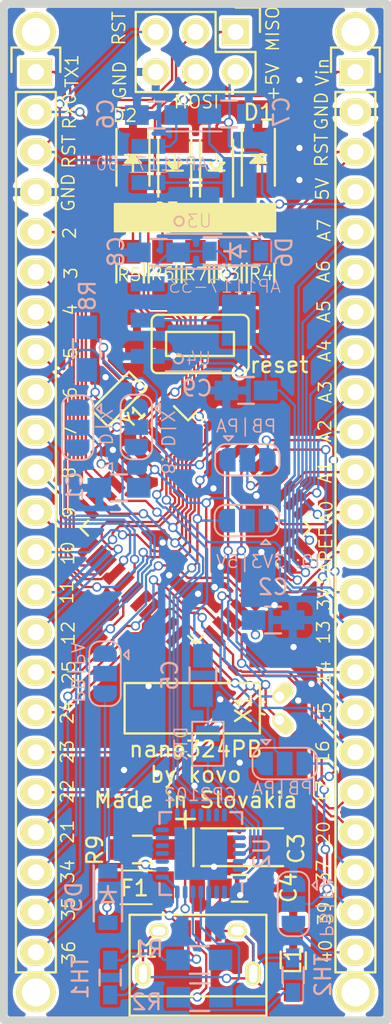
<source format=kicad_pcb>
(kicad_pcb (version 20190605) (host pcbnew "6.0.0-unknown-dd938b0~86~ubuntu16.04.1")
  (title_block (date "jeu. 02 avril 2015"))
  (layers (0 "F.Cu" signal) (31 "B.Cu" signal) (34 "B.Paste" user) (35 "F.Paste" user) (36 "B.SilkS" user) (37 "F.SilkS" user) (38 "B.Mask" user) (39 "F.Mask" user) (44 "Edge.Cuts" user))
  (net 0 "")
  (net 1 "/1(Tx)")
  (net 2 "/0(Rx)")
  (net 3 "/Reset")
  (net 4 "GND")
  (net 5 "/2")
  (net 6 "/3(**)")
  (net 7 "/4")
  (net 8 "/5(**)")
  (net 9 "/6(**)")
  (net 10 "/7")
  (net 11 "/8")
  (net 12 "/9(**)")
  (net 13 "/10(**/SS)")
  (net 14 "/Vin")
  (net 15 "+5V")
  (net 16 "/A7")
  (net 17 "/A6")
  (net 18 "/A5")
  (net 19 "/A4")
  (net 20 "/A3")
  (net 21 "/A2")
  (net 22 "/A1")
  (net 23 "/A0")
  (net 24 "/AREF")
  (net 25 "/13(SCK)")
  (net 26 "/11(**/MOSI)")
  (net 27 "/12(MISO)")
  (net 28 "Net-(C3-Pad1)")
  (net 29 "3V3")
  (net 30 "Net-(D1-Pad2)")
  (net 31 "Net-(D2-Pad2)")
  (net 32 "Net-(D5-Pad2)")
  (net 33 "/VBUS")
  (net 34 "/D-")
  (net 35 "/D+")
  (net 36 "/DTR")
  (net 37 "/DD-")
  (net 38 "/DD+")
  (net 39 "Net-(C7-Pad1)")
  (net 40 "/D14")
  (net 41 "/D21")
  (net 42 "/D20")
  (net 43 "/D16")
  (net 44 "/D17")
  (net 45 "/D22")
  (net 46 "/D23")
  (net 47 "/D15")
  (net 48 "/XTAL2")
  (net 49 "/D34")
  (net 50 "/D35")
  (net 51 "/XTAL1")
  (net 52 "/17")
  (net 53 "/D36")
  (net 54 "/D37")
  (net 55 "/18")
  (net 56 "/D39")
  (net 57 "/38")
  (net 58 "/39")
  (net 59 "/D40")
  (net 60 "GNDPWR")
  (net 61 "/D32")
  (net 62 "/D33")
  (net 63 "/D8")
  (net 64 "/D7")
  (net 65 "/#RST")
  (net 66 "Net-(C5-Pad2)")
  (net 67 "Net-(D3-Pad1)")
  (net 68 "Net-(D4-Pad1)")
  (net 69 "VCC")
  (module "Housings_DFN_QFN.pretty:QFN-28-1EP_5x5mm_Pitch0.5mm" (layer "B.Cu") (at 198.4502 125.8062 90)
    (fp_text reference "U2" (at 0 3.875 90) (layer "B.SilkS") (effects (justify mirror)))
    (fp_text value "CP2102N-A01-GQFN28")
    (pad "1" smd oval (at -2.45 1.5 90) (size 0.85 0.3) (layers "B.Cu" "B.Paste" "B.Mask"))
    (pad "2" smd oval (at -2.45 1 90) (size 0.85 0.3) (layers "B.Cu" "B.Paste" "B.Mask"))
    (pad "3" smd oval (at -2.45 0.5 90) (size 0.85 0.3) (layers "B.Cu" "B.Paste" "B.Mask") (net 4 "GND"))
    (pad "4" smd oval (at -2.45 0 90) (size 0.85 0.3) (layers "B.Cu" "B.Paste" "B.Mask") (net 38 "/DD+"))
    (pad "5" smd oval (at -2.45 -0.5 90) (size 0.85 0.3) (layers "B.Cu" "B.Paste" "B.Mask") (net 37 "/DD-"))
    (pad "6" smd oval (at -2.45 -1 90) (size 0.85 0.3) (layers "B.Cu" "B.Paste" "B.Mask") (net 28 "Net-(C3-Pad1)"))
    (pad "7" smd oval (at -2.45 -1.5 90) (size 0.85 0.3) (layers "B.Cu" "B.Paste" "B.Mask") (net 33 "/VBUS"))
    (pad "8" smd oval (at -1.5 -2.45) (size 0.85 0.3) (layers "B.Cu" "B.Paste" "B.Mask") (net 33 "/VBUS"))
    (pad "9" smd oval (at -1 -2.45) (size 0.85 0.3) (layers "B.Cu" "B.Paste" "B.Mask") (net 65 "/#RST"))
    (pad "10" smd oval (at -0.5 -2.45) (size 0.85 0.3) (layers "B.Cu" "B.Paste" "B.Mask"))
    (pad "11" smd oval (at 0 -2.45) (size 0.85 0.3) (layers "B.Cu" "B.Paste" "B.Mask"))
    (pad "12" smd oval (at 0.5 -2.45) (size 0.85 0.3) (layers "B.Cu" "B.Paste" "B.Mask"))
    (pad "13" smd oval (at 1 -2.45) (size 0.85 0.3) (layers "B.Cu" "B.Paste" "B.Mask"))
    (pad "14" smd oval (at 1.5 -2.45) (size 0.85 0.3) (layers "B.Cu" "B.Paste" "B.Mask"))
    (pad "15" smd oval (at 2.45 -1.5 90) (size 0.85 0.3) (layers "B.Cu" "B.Paste" "B.Mask"))
    (pad "16" smd oval (at 2.45 -1 90) (size 0.85 0.3) (layers "B.Cu" "B.Paste" "B.Mask"))
    (pad "17" smd oval (at 2.45 -0.5 90) (size 0.85 0.3) (layers "B.Cu" "B.Paste" "B.Mask"))
    (pad "18" smd oval (at 2.45 0 90) (size 0.85 0.3) (layers "B.Cu" "B.Paste" "B.Mask"))
    (pad "19" smd oval (at 2.45 0.5 90) (size 0.85 0.3) (layers "B.Cu" "B.Paste" "B.Mask"))
    (pad "20" smd oval (at 2.45 1 90) (size 0.85 0.3) (layers "B.Cu" "B.Paste" "B.Mask"))
    (pad "21" smd oval (at 2.45 1.5 90) (size 0.85 0.3) (layers "B.Cu" "B.Paste" "B.Mask"))
    (pad "22" smd oval (at 1.5 2.45) (size 0.85 0.3) (layers "B.Cu" "B.Paste" "B.Mask"))
    (pad "23" smd oval (at 1 2.45) (size 0.85 0.3) (layers "B.Cu" "B.Paste" "B.Mask"))
    (pad "24" smd oval (at 0.5 2.45) (size 0.85 0.3) (layers "B.Cu" "B.Paste" "B.Mask"))
    (pad "25" smd oval (at 0 2.45) (size 0.85 0.3) (layers "B.Cu" "B.Paste" "B.Mask") (net 1 "/1(Tx)"))
    (pad "26" smd oval (at -0.5 2.45) (size 0.85 0.3) (layers "B.Cu" "B.Paste" "B.Mask") (net 2 "/0(Rx)"))
    (pad "27" smd oval (at -1 2.45) (size 0.85 0.3) (layers "B.Cu" "B.Paste" "B.Mask"))
    (pad "28" smd oval (at -1.5 2.45) (size 0.85 0.3) (layers "B.Cu" "B.Paste" "B.Mask") (net 36 "/DTR"))
    (pad "29" smd rect (at 0.8375 -0.8375 90) (size 1.675 1.675) (layers "B.Cu" "B.Paste" "B.Mask") (net 4 "GND"))
    (pad "29" smd rect (at 0.8375 0.8375 90) (size 1.675 1.675) (layers "B.Cu" "B.Paste" "B.Mask") (net 4 "GND"))
    (pad "29" smd rect (at -0.8375 -0.8375 90) (size 1.675 1.675) (layers "B.Cu" "B.Paste" "B.Mask") (net 4 "GND"))
    (pad "29" smd rect (at -0.8375 0.8375 90) (size 1.675 1.675) (layers "B.Cu" "B.Paste" "B.Mask") (net 4 "GND"))
  )
  (module "Socket_Arduino_Nano:1pin_Nano" (layer "F.Cu") (at 187.96 73.66)
    (fp_text reference "P3" hide)
    (fp_text value "CONN_01X01" hide)
    (pad "1" thru_hole circle (at 0 0) (size 2.54 2.54) (drill 1.778) (layers *.Cu *.Mask "F.SilkS"))
  )
  (module "Socket_Arduino_Nano:1pin_Nano" (layer "F.Cu") (at 187.96 134.62)
    (fp_text reference "P4" hide)
    (fp_text value "CONN_01X01" hide)
    (pad "1" thru_hole circle (at 0 0) (size 2.54 2.54) (drill 1.778) (layers *.Cu *.Mask "F.SilkS"))
  )
  (module "Socket_Arduino_Nano:1pin_Nano" (layer "F.Cu") (at 208.28 134.62)
    (fp_text reference "P5" hide)
    (fp_text value "CONN_01X01" hide)
    (pad "1" thru_hole circle (at 0 0) (size 2.54 2.54) (drill 1.778) (layers *.Cu *.Mask "F.SilkS"))
  )
  (module "Socket_Arduino_Nano:1pin_Nano" (layer "F.Cu") (at 208.28 73.66)
    (fp_text reference "P6" hide)
    (fp_text value "CONN_01X01" hide)
    (pad "1" thru_hole circle (at 0 0) (size 2.54 2.54) (drill 1.778) (layers *.Cu *.Mask "F.SilkS"))
  )
  (module "Capacitors_SMD.pretty:C_0805_HandSoldering" (layer "B.Cu") (at 193.24574 102.59314)
    (fp_text reference "C1" (at -2.81686 -0.06858 90) (layer "B.SilkS") (effects (justify mirror)))
    (fp_text value "0.1m")
    (pad "2" smd rect (at 1.25 0) (size 1.5 1.25) (layers "B.Cu" "B.Paste" "B.Mask") (net 69 "VCC"))
    (pad "1" smd rect (at -1.25 0) (size 1.5 1.25) (layers "B.Cu" "B.Paste" "B.Mask") (net 4 "GND"))
  )
  (module "Capacitors_SMD.pretty:C_0805_HandSoldering" (layer "B.Cu") (at 195.6362 78.93304 180)
    (fp_text reference "C6" (at 3.2312 0.06604 270) (layer "B.SilkS") (effects (justify mirror)))
    (fp_text value "0.1m")
    (pad "2" smd rect (at 1.25 0 180) (size 1.5 1.25) (layers "B.Cu" "B.Paste" "B.Mask") (net 4 "GND"))
    (pad "1" smd rect (at -1.25 0 180) (size 1.5 1.25) (layers "B.Cu" "B.Paste" "B.Mask") (net 14 "/Vin"))
  )
  (module "Capacitors_SMD.pretty:C_0805_HandSoldering" (layer "B.Cu") (at 200.2482 78.867)
    (fp_text reference "C7" (at 3.3328 -0.13716 90) (layer "B.SilkS") (effects (justify mirror)))
    (fp_text value "0.1m")
    (pad "1" smd rect (at -1.25 0) (size 1.5 1.25) (layers "B.Cu" "B.Paste" "B.Mask") (net 39 "Net-(C7-Pad1)"))
    (pad "2" smd rect (at 1.25 0) (size 1.5 1.25) (layers "B.Cu" "B.Paste" "B.Mask") (net 4 "GND"))
  )
  (module "LEDs.pretty:LED-1206" (layer "F.Cu") (at 194.1322 81.96834 270)
    (fp_text reference "D2" (at -3.00736 0.508 180) (layer "F.SilkS") (effects (font (size 0.8 0.8) (thickness 0.1))))
    (fp_text value "GLED")
    (pad "2" smd rect (at 1.41986 0 90) (size 1.59766 1.80086) (layers "F.Cu" "F.Paste" "F.Mask") (net 31 "Net-(D2-Pad2)"))
    (pad "1" smd rect (at -1.41986 0 90) (size 1.59766 1.80086) (layers "F.Cu" "F.Paste" "F.Mask") (net 4 "GND"))
  )
  (module "Diodes_SMD.pretty:SOD-123" (layer "B.Cu") (at 192.53962 128.56972 270)
    (fp_text reference "D5" (at 0 2.159 270) (layer "B.SilkS") (effects (justify mirror)))
    (fp_text value "MBR120")
    (pad "1" smd rect (at -1.635 0 270) (size 0.91 1.22) (layers "B.Cu" "B.Paste" "B.Mask") (net 15 "+5V"))
    (pad "2" smd rect (at 1.635 0 270) (size 0.91 1.22) (layers "B.Cu" "B.Paste" "B.Mask") (net 32 "Net-(D5-Pad2)"))
  )
  (module "Pin_Headers.pretty:Pin_Header_Straight_2x03" (layer "F.Cu") (at 200.66 73.66 270)
    (fp_text reference "P7" hide)
    (fp_text value "CONN_6" hide)
    (pad "1" thru_hole rect (at 0 0 270) (size 1.7272 1.7272) (drill 1.016) (layers *.Cu *.Mask "F.SilkS") (net 27 "/12(MISO)"))
    (pad "2" thru_hole oval (at 2.54 0 270) (size 1.7272 1.7272) (drill 1.016) (layers *.Cu *.Mask "F.SilkS") (net 15 "+5V"))
    (pad "3" thru_hole oval (at 0 2.54 270) (size 1.7272 1.7272) (drill 1.016) (layers *.Cu *.Mask "F.SilkS") (net 25 "/13(SCK)"))
    (pad "4" thru_hole oval (at 2.54 2.54 270) (size 1.7272 1.7272) (drill 1.016) (layers *.Cu *.Mask "F.SilkS") (net 26 "/11(**/MOSI)"))
    (pad "5" thru_hole oval (at 0 5.08 270) (size 1.7272 1.7272) (drill 1.016) (layers *.Cu *.Mask "F.SilkS") (net 3 "/Reset"))
    (pad "6" thru_hole oval (at 2.54 5.08 270) (size 1.7272 1.7272) (drill 1.016) (layers *.Cu *.Mask "F.SilkS") (net 4 "GND"))
  )
  (module "Resistors_SMD.pretty:R_0805_HandSoldering" (layer "F.Cu") (at 200.17232 88.9635 90)
    (fp_text reference "R3" (at -0.05716 0.00508 180) (layer "F.SilkS") (effects (font (size 0.8 0.8) (thickness 0.1))))
    (fp_text value "1k")
    (pad "2" smd rect (at 1.35 0 90) (size 1.5 1.3) (layers "F.Cu" "F.Paste" "F.Mask") (net 30 "Net-(D1-Pad2)"))
    (pad "1" smd rect (at -1.35 0 90) (size 1.5 1.3) (layers "F.Cu" "F.Paste" "F.Mask") (net 15 "+5V"))
  )
  (module "Resistors_SMD.pretty:R_0805_HandSoldering" (layer "F.Cu") (at 202.2475 88.96096 270)
    (fp_text reference "R4" (at 0.0508 -0.03048) (layer "F.SilkS") (effects (font (size 0.8 0.8) (thickness 0.1))))
    (fp_text value "10k")
    (pad "2" smd rect (at 1.35 0 270) (size 1.5 1.3) (layers "F.Cu" "F.Paste" "F.Mask") (net 3 "/Reset"))
    (pad "1" smd rect (at -1.35 0 270) (size 1.5 1.3) (layers "F.Cu" "F.Paste" "F.Mask") (net 15 "+5V"))
  )
  (module "Resistors_SMD.pretty:R_0805_HandSoldering" (layer "F.Cu") (at 193.9544 88.9635 90)
    (fp_text reference "R5" (at -0.1016 -0.0508 180) (layer "F.SilkS") (effects (font (size 0.8 0.8) (thickness 0.1))))
    (fp_text value "1k")
    (pad "2" smd rect (at 1.35 0 90) (size 1.5 1.3) (layers "F.Cu" "F.Paste" "F.Mask") (net 31 "Net-(D2-Pad2)"))
    (pad "1" smd rect (at -1.35 0 90) (size 1.5 1.3) (layers "F.Cu" "F.Paste" "F.Mask") (net 25 "/13(SCK)"))
  )
  (module "modules:3x6x2.5mm_tact_switch" (layer "F.Cu") (at 199.0344 93.4636 180)
    (fp_text reference "SW1" hide)
    (fp_text value "SW_PUSH" hide)
    (pad "2" smd rect (at 4.65 0 180) (size 1.5 1.4) (layers "F.Cu" "F.Paste" "F.Mask") (net 4 "GND"))
    (pad "1" smd rect (at -3.4036 -0.0084 180) (size 1.5 1.4) (layers "F.Cu" "F.Paste" "F.Mask") (net 3 "/Reset"))
  )
  (module "modules:AB2_SOT223" (layer "B.Cu") (at 198.0184 83.2231 90)
    (fp_text reference "U3" (at -2.4384 0.3302) (layer "B.SilkS") (effects (font (size 0.8128 0.8128) (thickness 0.0762)) (justify mirror)))
    (fp_text value "AP1117-50" (at 1.1811 -2.6924 180) (layer "B.SilkS") (effects (font (size 0.8128 0.8128) (thickness 0.0762)) (justify mirror)))
    (pad "3" smd rect (at 2.3 -2.9 90) (size 0.95 2.15) (layers "B.Cu" "B.Paste" "B.Mask") (net 14 "/Vin"))
    (pad "2" smd rect (at 0 -2.9 90) (size 0.95 2.15) (layers "B.Cu" "B.Paste" "B.Mask") (net 39 "Net-(C7-Pad1)"))
    (pad "1" smd rect (at -2.3 -2.9 90) (size 0.95 2.15) (layers "B.Cu" "B.Paste" "B.Mask") (net 4 "GND"))
    (pad "2" smd rect (at 0 2.9 90) (size 3.25 2.15) (layers "B.Cu" "B.Paste" "B.Mask") (net 39 "Net-(C7-Pad1)"))
  )
  (module "Housings_QFP.pretty:TQFP-44_10x10mm_Pitch0.8mm" (layer "F.Cu") (at 198.12 105.156 315)
    (fp_text reference "U1" hide)
    (fp_text value "ATMEGA324PB-AU")
    (pad "1" smd rect (at -5.7 -4 315) (size 1.5 0.55) (layers "F.Cu" "F.Paste" "F.Mask") (net 26 "/11(**/MOSI)"))
    (pad "2" smd rect (at -5.7 -3.2 315) (size 1.5 0.55) (layers "F.Cu" "F.Paste" "F.Mask") (net 27 "/12(MISO)"))
    (pad "3" smd rect (at -5.7 -2.4 315) (size 1.5 0.55) (layers "F.Cu" "F.Paste" "F.Mask") (net 25 "/13(SCK)"))
    (pad "4" smd rect (at -5.7 -1.6 315) (size 1.5 0.55) (layers "F.Cu" "F.Paste" "F.Mask") (net 3 "/Reset"))
    (pad "5" smd rect (at -5.7 -0.8 315) (size 1.5 0.55) (layers "F.Cu" "F.Paste" "F.Mask") (net 69 "VCC"))
    (pad "6" smd rect (at -5.7 0 315) (size 1.5 0.55) (layers "F.Cu" "F.Paste" "F.Mask") (net 4 "GND"))
    (pad "7" smd rect (at -5.7 0.8 315) (size 1.5 0.55) (layers "F.Cu" "F.Paste" "F.Mask") (net 10 "/7"))
    (pad "8" smd rect (at -5.7 1.6 315) (size 1.5 0.55) (layers "F.Cu" "F.Paste" "F.Mask") (net 11 "/8"))
    (pad "9" smd rect (at -5.7 2.4 315) (size 1.5 0.55) (layers "F.Cu" "F.Paste" "F.Mask") (net 2 "/0(Rx)"))
    (pad "10" smd rect (at -5.7 3.2 315) (size 1.5 0.55) (layers "F.Cu" "F.Paste" "F.Mask") (net 1 "/1(Tx)"))
    (pad "11" smd rect (at -5.7 4 315) (size 1.5 0.55) (layers "F.Cu" "F.Paste" "F.Mask") (net 5 "/2"))
    (pad "12" smd rect (at -4 5.7 45) (size 1.5 0.55) (layers "F.Cu" "F.Paste" "F.Mask") (net 6 "/3(**)"))
    (pad "13" smd rect (at -3.2 5.7 45) (size 1.5 0.55) (layers "F.Cu" "F.Paste" "F.Mask") (net 7 "/4"))
    (pad "14" smd rect (at -2.4 5.7 45) (size 1.5 0.55) (layers "F.Cu" "F.Paste" "F.Mask") (net 8 "/5(**)"))
    (pad "15" smd rect (at -1.6 5.7 45) (size 1.5 0.55) (layers "F.Cu" "F.Paste" "F.Mask") (net 63 "/D8"))
    (pad "16" smd rect (at -0.8 5.7 45) (size 1.5 0.55) (layers "F.Cu" "F.Paste" "F.Mask") (net 64 "/D7"))
    (pad "17" smd rect (at 0 5.7 45) (size 1.5 0.55) (layers "F.Cu" "F.Paste" "F.Mask") (net 52 "/17"))
    (pad "18" smd rect (at 0.8 5.7 45) (size 1.5 0.55) (layers "F.Cu" "F.Paste" "F.Mask") (net 55 "/18"))
    (pad "19" smd rect (at 1.6 5.7 45) (size 1.5 0.55) (layers "F.Cu" "F.Paste" "F.Mask") (net 41 "/D21"))
    (pad "20" smd rect (at 2.4 5.7 45) (size 1.5 0.55) (layers "F.Cu" "F.Paste" "F.Mask") (net 42 "/D20"))
    (pad "21" smd rect (at 3.2 5.7 45) (size 1.5 0.55) (layers "F.Cu" "F.Paste" "F.Mask") (net 61 "/D32"))
    (pad "22" smd rect (at 4 5.7 45) (size 1.5 0.55) (layers "F.Cu" "F.Paste" "F.Mask") (net 43 "/D16"))
    (pad "23" smd rect (at 5.7 4 315) (size 1.5 0.55) (layers "F.Cu" "F.Paste" "F.Mask") (net 44 "/D17"))
    (pad "24" smd rect (at 5.7 3.2 315) (size 1.5 0.55) (layers "F.Cu" "F.Paste" "F.Mask") (net 62 "/D33"))
    (pad "25" smd rect (at 5.7 2.4 315) (size 1.5 0.55) (layers "F.Cu" "F.Paste" "F.Mask") (net 45 "/D22"))
    (pad "26" smd rect (at 5.7 1.6 315) (size 1.5 0.55) (layers "F.Cu" "F.Paste" "F.Mask") (net 46 "/D23"))
    (pad "27" smd rect (at 5.7 0.8 315) (size 1.5 0.55) (layers "F.Cu" "F.Paste" "F.Mask") (net 69 "VCC"))
    (pad "28" smd rect (at 5.7 0 315) (size 1.5 0.55) (layers "F.Cu" "F.Paste" "F.Mask") (net 4 "GND"))
    (pad "29" smd rect (at 5.7 -0.8 315) (size 1.5 0.55) (layers "F.Cu" "F.Paste" "F.Mask") (net 24 "/AREF"))
    (pad "30" smd rect (at 5.7 -1.6 315) (size 1.5 0.55) (layers "F.Cu" "F.Paste" "F.Mask") (net 16 "/A7"))
    (pad "31" smd rect (at 5.7 -2.4 315) (size 1.5 0.55) (layers "F.Cu" "F.Paste" "F.Mask") (net 17 "/A6"))
    (pad "32" smd rect (at 5.7 -3.2 315) (size 1.5 0.55) (layers "F.Cu" "F.Paste" "F.Mask") (net 18 "/A5"))
    (pad "33" smd rect (at 5.7 -4 315) (size 1.5 0.55) (layers "F.Cu" "F.Paste" "F.Mask") (net 19 "/A4"))
    (pad "34" smd rect (at 4 -5.7 45) (size 1.5 0.55) (layers "F.Cu" "F.Paste" "F.Mask") (net 20 "/A3"))
    (pad "35" smd rect (at 3.2 -5.7 45) (size 1.5 0.55) (layers "F.Cu" "F.Paste" "F.Mask") (net 21 "/A2"))
    (pad "36" smd rect (at 2.4 -5.7 45) (size 1.5 0.55) (layers "F.Cu" "F.Paste" "F.Mask") (net 22 "/A1"))
    (pad "37" smd rect (at 1.6 -5.7 45) (size 1.5 0.55) (layers "F.Cu" "F.Paste" "F.Mask") (net 23 "/A0"))
    (pad "38" smd rect (at 0.8 -5.7 45) (size 1.5 0.55) (layers "F.Cu" "F.Paste" "F.Mask") (net 57 "/38"))
    (pad "39" smd rect (at 0 -5.7 45) (size 1.5 0.55) (layers "F.Cu" "F.Paste" "F.Mask") (net 58 "/39"))
    (pad "40" smd rect (at -0.8 -5.7 45) (size 1.5 0.55) (layers "F.Cu" "F.Paste" "F.Mask") (net 40 "/D14"))
    (pad "41" smd rect (at -1.6 -5.7 45) (size 1.5 0.55) (layers "F.Cu" "F.Paste" "F.Mask") (net 47 "/D15"))
    (pad "42" smd rect (at -2.4 -5.7 45) (size 1.5 0.55) (layers "F.Cu" "F.Paste" "F.Mask") (net 9 "/6(**)"))
    (pad "43" smd rect (at -3.2 -5.7 45) (size 1.5 0.55) (layers "F.Cu" "F.Paste" "F.Mask") (net 12 "/9(**)"))
    (pad "44" smd rect (at -4 -5.7 45) (size 1.5 0.55) (layers "F.Cu" "F.Paste" "F.Mask") (net 13 "/10(**/SS)"))
  )
  (module "Crystals.pretty:Crystal_Round_Horizontal_3mm_BigPad" (layer "F.Cu") (at 203.454 116.586 90)
    (fp_text reference "X1" (at 0 -2.286 90) (layer "F.SilkS"))
    (fp_text value "CRYSTAL")
    (pad "1" thru_hole oval (at -0.7493 0 135) (size 1.50114 1.00076) (drill 0.59944 (offset -0.29972 0)) (layers *.Cu *.Mask "F.SilkS") (net 45 "/D22"))
    (pad "2" thru_hole oval (at 0.7493 0 45) (size 1.50114 1.00076) (drill 0.59944 (offset 0.29972 0)) (layers *.Cu *.Mask "F.SilkS") (net 46 "/D23"))
  )
  (module "Pin_Headers.pretty:Pin_Header_Straight_1x23" (layer "F.Cu") (at 187.96 76.2)
    (fp_text reference "P1" hide)
    (fp_text value "Digital" hide)
    (pad "23" thru_hole oval (at 0 55.88) (size 2.032 1.7272) (drill 1.016) (layers *.Cu *.Mask "F.SilkS") (net 53 "/D36"))
    (pad "22" thru_hole oval (at 0 53.34) (size 2.032 1.7272) (drill 1.016) (layers *.Cu *.Mask "F.SilkS") (net 50 "/D35"))
    (pad "21" thru_hole oval (at 0 50.8) (size 2.032 1.7272) (drill 1.016) (layers *.Cu *.Mask "F.SilkS") (net 49 "/D34"))
    (pad "20" thru_hole oval (at 0 48.26) (size 2.032 1.7272) (drill 1.016) (layers *.Cu *.Mask "F.SilkS") (net 41 "/D21"))
    (pad "19" thru_hole oval (at 0 45.72) (size 2.032 1.7272) (drill 1.016) (layers *.Cu *.Mask "F.SilkS") (net 45 "/D22"))
    (pad "18" thru_hole oval (at 0 43.18) (size 2.032 1.7272) (drill 1.016) (layers *.Cu *.Mask "F.SilkS") (net 46 "/D23"))
    (pad "17" thru_hole oval (at 0 40.64) (size 2.032 1.7272) (drill 1.016) (layers *.Cu *.Mask "F.SilkS") (net 61 "/D32"))
    (pad "16" thru_hole oval (at 0 38.1) (size 2.032 1.7272) (drill 1.016) (layers *.Cu *.Mask "F.SilkS") (net 62 "/D33"))
    (pad "15" thru_hole oval (at 0 35.56) (size 2.032 1.7272) (drill 1.016) (layers *.Cu *.Mask "F.SilkS") (net 27 "/12(MISO)"))
    (pad "14" thru_hole oval (at 0 33.02) (size 2.032 1.7272) (drill 1.016) (layers *.Cu *.Mask "F.SilkS") (net 26 "/11(**/MOSI)"))
    (pad "13" thru_hole oval (at 0 30.48) (size 2.032 1.7272) (drill 1.016) (layers *.Cu *.Mask "F.SilkS") (net 13 "/10(**/SS)"))
    (pad "12" thru_hole oval (at 0 27.94) (size 2.032 1.7272) (drill 1.016) (layers *.Cu *.Mask "F.SilkS") (net 12 "/9(**)"))
    (pad "11" thru_hole oval (at 0 25.4) (size 2.032 1.7272) (drill 1.016) (layers *.Cu *.Mask "F.SilkS") (net 63 "/D8"))
    (pad "10" thru_hole oval (at 0 22.86) (size 2.032 1.7272) (drill 1.016) (layers *.Cu *.Mask "F.SilkS") (net 64 "/D7"))
    (pad "9" thru_hole oval (at 0 20.32) (size 2.032 1.7272) (drill 1.016) (layers *.Cu *.Mask "F.SilkS") (net 9 "/6(**)"))
    (pad "8" thru_hole oval (at 0 17.78) (size 2.032 1.7272) (drill 1.016) (layers *.Cu *.Mask "F.SilkS") (net 8 "/5(**)"))
    (pad "7" thru_hole oval (at 0 15.24) (size 2.032 1.7272) (drill 1.016) (layers *.Cu *.Mask "F.SilkS") (net 7 "/4"))
    (pad "6" thru_hole oval (at 0 12.7) (size 2.032 1.7272) (drill 1.016) (layers *.Cu *.Mask "F.SilkS") (net 6 "/3(**)"))
    (pad "5" thru_hole oval (at 0 10.16) (size 2.032 1.7272) (drill 1.016) (layers *.Cu *.Mask "F.SilkS") (net 5 "/2"))
    (pad "4" thru_hole oval (at 0 7.62) (size 2.032 1.7272) (drill 1.016) (layers *.Cu *.Mask "F.SilkS") (net 4 "GND"))
    (pad "3" thru_hole oval (at 0 5.08) (size 2.032 1.7272) (drill 1.016) (layers *.Cu *.Mask "F.SilkS") (net 3 "/Reset"))
    (pad "2" thru_hole oval (at 0 2.54) (size 2.032 1.7272) (drill 1.016) (layers *.Cu *.Mask "F.SilkS") (net 2 "/0(Rx)"))
    (pad "1" thru_hole rect (at 0 0) (size 2.032 1.7272) (drill 1.016) (layers *.Cu *.Mask "F.SilkS") (net 1 "/1(Tx)"))
  )
  (module "Pin_Headers.pretty:Pin_Header_Straight_1x23" (layer "F.Cu") (at 208.28 76.2)
    (fp_text reference "P2" hide)
    (fp_text value "Analog" hide)
    (pad "1" thru_hole rect (at 0 0) (size 2.032 1.7272) (drill 1.016) (layers *.Cu *.Mask "F.SilkS") (net 14 "/Vin"))
    (pad "2" thru_hole oval (at 0 2.54) (size 2.032 1.7272) (drill 1.016) (layers *.Cu *.Mask "F.SilkS") (net 4 "GND"))
    (pad "3" thru_hole oval (at 0 5.08) (size 2.032 1.7272) (drill 1.016) (layers *.Cu *.Mask "F.SilkS") (net 3 "/Reset"))
    (pad "4" thru_hole oval (at 0 7.62) (size 2.032 1.7272) (drill 1.016) (layers *.Cu *.Mask "F.SilkS") (net 15 "+5V"))
    (pad "5" thru_hole oval (at 0 10.16) (size 2.032 1.7272) (drill 1.016) (layers *.Cu *.Mask "F.SilkS") (net 16 "/A7"))
    (pad "6" thru_hole oval (at 0 12.7) (size 2.032 1.7272) (drill 1.016) (layers *.Cu *.Mask "F.SilkS") (net 17 "/A6"))
    (pad "7" thru_hole oval (at 0 15.24) (size 2.032 1.7272) (drill 1.016) (layers *.Cu *.Mask "F.SilkS") (net 18 "/A5"))
    (pad "8" thru_hole oval (at 0 17.78) (size 2.032 1.7272) (drill 1.016) (layers *.Cu *.Mask "F.SilkS") (net 19 "/A4"))
    (pad "9" thru_hole oval (at 0 20.32) (size 2.032 1.7272) (drill 1.016) (layers *.Cu *.Mask "F.SilkS") (net 20 "/A3"))
    (pad "10" thru_hole oval (at 0 22.86) (size 2.032 1.7272) (drill 1.016) (layers *.Cu *.Mask "F.SilkS") (net 21 "/A2"))
    (pad "11" thru_hole oval (at 0 25.4) (size 2.032 1.7272) (drill 1.016) (layers *.Cu *.Mask "F.SilkS") (net 22 "/A1"))
    (pad "12" thru_hole oval (at 0 27.94) (size 2.032 1.7272) (drill 1.016) (layers *.Cu *.Mask "F.SilkS") (net 23 "/A0"))
    (pad "13" thru_hole oval (at 0 30.48) (size 2.032 1.7272) (drill 1.016) (layers *.Cu *.Mask "F.SilkS") (net 24 "/AREF"))
    (pad "14" thru_hole oval (at 0 33.02) (size 2.032 1.7272) (drill 1.016) (layers *.Cu *.Mask "F.SilkS") (net 29 "3V3"))
    (pad "15" thru_hole oval (at 0 35.56) (size 2.032 1.7272) (drill 1.016) (layers *.Cu *.Mask "F.SilkS") (net 25 "/13(SCK)"))
    (pad "16" thru_hole oval (at 0 38.1) (size 2.032 1.7272) (drill 1.016) (layers *.Cu *.Mask "F.SilkS") (net 40 "/D14"))
    (pad "17" thru_hole oval (at 0 40.64) (size 2.032 1.7272) (drill 1.016) (layers *.Cu *.Mask "F.SilkS") (net 47 "/D15"))
    (pad "18" thru_hole oval (at 0 43.18) (size 2.032 1.7272) (drill 1.016) (layers *.Cu *.Mask "F.SilkS") (net 43 "/D16"))
    (pad "19" thru_hole oval (at 0 45.72) (size 2.032 1.7272) (drill 1.016) (layers *.Cu *.Mask "F.SilkS") (net 44 "/D17"))
    (pad "20" thru_hole oval (at 0 48.26) (size 2.032 1.7272) (drill 1.016) (layers *.Cu *.Mask "F.SilkS") (net 42 "/D20"))
    (pad "21" thru_hole oval (at 0 50.8) (size 2.032 1.7272) (drill 1.016) (layers *.Cu *.Mask "F.SilkS") (net 54 "/D37"))
    (pad "22" thru_hole oval (at 0 53.34) (size 2.032 1.7272) (drill 1.016) (layers *.Cu *.Mask "F.SilkS") (net 56 "/D39"))
    (pad "23" thru_hole oval (at 0 55.88) (size 2.032 1.7272) (drill 1.016) (layers *.Cu *.Mask "F.SilkS") (net 59 "/D40"))
  )
  (module "Capacitors_SMD.pretty:C_0805_HandSoldering" (layer "B.Cu") (at 203.04506 110.98784 180)
    (fp_text reference "C2" (at 0 2.1 180) (layer "B.SilkS") (effects (justify mirror)))
    (fp_text value "0.1m")
    (pad "1" smd rect (at -1.25 0 180) (size 1.5 1.25) (layers "B.Cu" "B.Paste" "B.Mask") (net 4 "GND"))
    (pad "2" smd rect (at 1.25 0 180) (size 1.5 1.25) (layers "B.Cu" "B.Paste" "B.Mask") (net 69 "VCC"))
  )
  (module "Capacitors_Tantalum_SMD.pretty:TantalC_SizeA_EIA-3216_Wave" (layer "F.Cu") (at 201.0791 125.40742)
    (fp_text reference "C3" (at 3.43662 0.08636 90) (layer "F.SilkS"))
    (fp_text value "1u")
    (fp_text user "+" (at -3.64236 -1.8542) (layer "F.SilkS"))
    (pad "2" smd rect (at 1.50114 0) (size 2.14884 1.50114) (layers "F.Cu" "F.Paste" "F.Mask") (net 4 "GND"))
    (pad "1" smd rect (at -1.50114 0) (size 2.14884 1.50114) (layers "F.Cu" "F.Paste" "F.Mask") (net 28 "Net-(C3-Pad1)"))
  )
  (module "Capacitors_SMD.pretty:C_0805_HandSoldering" (layer "F.Cu") (at 200.914 128.016)
    (fp_text reference "C4" (at 3.12166 -0.0381 90) (layer "F.SilkS"))
    (fp_text value "0.1m")
    (pad "1" smd rect (at -1.25 0) (size 1.5 1.25) (layers "F.Cu" "F.Paste" "F.Mask") (net 33 "/VBUS"))
    (pad "2" smd rect (at 1.25 0) (size 1.5 1.25) (layers "F.Cu" "F.Paste" "F.Mask") (net 4 "GND"))
  )
  (module "Capacitors_SMD.pretty:C_0805_HandSoldering" (layer "B.Cu") (at 198.58228 114.49336 270)
    (fp_text reference "C5" (at 0 2.1 270) (layer "B.SilkS") (effects (justify mirror)))
    (fp_text value "0.1m")
    (pad "1" smd rect (at -1.25 0 270) (size 1.5 1.25) (layers "B.Cu" "B.Paste" "B.Mask") (net 3 "/Reset"))
    (pad "2" smd rect (at 1.25 0 270) (size 1.5 1.25) (layers "B.Cu" "B.Paste" "B.Mask") (net 66 "Net-(C5-Pad2)"))
  )
  (module "Capacitors_SMD.pretty:C_0805_HandSoldering" (layer "B.Cu") (at 195.75494 87.65032 180)
    (fp_text reference "C8" (at 2.69462 0.0508 90) (layer "B.SilkS") (effects (justify mirror)))
    (fp_text value "0.1m")
    (pad "1" smd rect (at -1.25 0 180) (size 1.5 1.25) (layers "B.Cu" "B.Paste" "B.Mask") (net 15 "+5V"))
    (pad "2" smd rect (at 1.25 0 180) (size 1.5 1.25) (layers "B.Cu" "B.Paste" "B.Mask") (net 4 "GND"))
  )
  (module "Capacitors_SMD.pretty:C_0805_HandSoldering" (layer "B.Cu") (at 201.32548 96.41332 180)
    (fp_text reference "C9" (at 3.11658 0.13716) (layer "B.SilkS") (effects (justify mirror)))
    (fp_text value "0.1m")
    (pad "2" smd rect (at 1.25 0 180) (size 1.5 1.25) (layers "B.Cu" "B.Paste" "B.Mask") (net 4 "GND"))
    (pad "1" smd rect (at -1.25 0 180) (size 1.5 1.25) (layers "B.Cu" "B.Paste" "B.Mask") (net 29 "3V3"))
  )
  (module "LEDs.pretty:LED-1206" (layer "F.Cu") (at 202.1078 81.9658 270)
    (fp_text reference "D1" (at -3.20294 -0.0254) (layer "F.SilkS"))
    (fp_text value "GRED")
    (pad "2" smd rect (at 1.41986 0 90) (size 1.59766 1.80086) (layers "F.Cu" "F.Paste" "F.Mask") (net 30 "Net-(D1-Pad2)"))
    (pad "1" smd rect (at -1.41986 0 90) (size 1.59766 1.80086) (layers "F.Cu" "F.Paste" "F.Mask") (net 4 "GND"))
  )
  (module "LEDs.pretty:LED-1206" (layer "F.Cu") (at 196.79158 81.95818 90)
    (fp_text reference "D3" (at -2.94386 -0.508) (layer "F.SilkS") (effects (font (size 0.8 0.8) (thickness 0.1))))
    (fp_text value "YLED")
    (pad "1" smd rect (at -1.41986 0 270) (size 1.59766 1.80086) (layers "F.Cu" "F.Paste" "F.Mask") (net 67 "Net-(D3-Pad1)"))
    (pad "2" smd rect (at 1.41986 0 270) (size 1.59766 1.80086) (layers "F.Cu" "F.Paste" "F.Mask") (net 15 "+5V"))
  )
  (module "LEDs.pretty:LED-1206" (layer "F.Cu") (at 199.44842 81.95818 90)
    (fp_text reference "D4" (at -3.0988 0.4572 -180) (layer "F.SilkS") (effects (font (size 0.8 0.8) (thickness 0.1))))
    (fp_text value "YLED")
    (pad "2" smd rect (at 1.41986 0 270) (size 1.59766 1.80086) (layers "F.Cu" "F.Paste" "F.Mask") (net 15 "+5V"))
    (pad "1" smd rect (at -1.41986 0 270) (size 1.59766 1.80086) (layers "F.Cu" "F.Paste" "F.Mask") (net 68 "Net-(D4-Pad1)"))
  )
  (module "Diodes_SMD.pretty:SOD-123" (layer "B.Cu") (at 200.64146 87.58174)
    (fp_text reference "D6" (at 3.10718 0.06858 270) (layer "B.SilkS") (effects (justify mirror)))
    (fp_text value "MBR120")
    (pad "1" smd rect (at -1.635 0) (size 0.91 1.22) (layers "B.Cu" "B.Paste" "B.Mask") (net 15 "+5V"))
    (pad "2" smd rect (at 1.635 0) (size 0.91 1.22) (layers "B.Cu" "B.Paste" "B.Mask") (net 39 "Net-(C7-Pad1)"))
  )
  (module "Fuse_Holders_and_Fuses:Fuse_SMD1206_Wave" (layer "F.Cu") (at 194.3354 127.95504)
    (fp_text reference "F1" (at -0.1016 0.0508) (layer "F.SilkS"))
    (fp_text value "Fuse")
    (pad "2" smd rect (at 1.58 0 90) (size 2.03 1.65) (layers "F.Cu" "F.Paste" "F.Mask") (net 33 "/VBUS"))
    (pad "1" smd rect (at -1.58 0 90) (size 2.03 1.65) (layers "F.Cu" "F.Paste" "F.Mask") (net 32 "Net-(D5-Pad2)"))
  )
  (module "Jumper:SolderJumper-3_P1.3mm_Open_RoundedPad1.0x1.5mm" (layer "B.Cu") (at 190.61684 98.77298 270)
    (fp_text reference "JP1" hide)
    (fp_text value "Jumper_3_Open" hide)
    (pad "1" smd roundrect (at -1.3 0 270) (size 1 1.5) (layers "B.Cu" "B.Mask") (roundrect_rratio 0.5) (net 48 "/XTAL2"))
    (pad "1" smd rect (at -1 0 270) (size 0.5 1.5) (layers "B.Cu" "B.Mask") (net 48 "/XTAL2"))
    (pad "2" smd rect (at 0 0 270) (size 1 1.5) (layers "B.Cu" "B.Mask") (net 10 "/7"))
    (pad "3" smd roundrect (at 1.3 0 270) (size 1 1.5) (layers "B.Cu" "B.Mask") (roundrect_rratio 0.5) (net 49 "/D34"))
    (pad "3" smd rect (at 1 0 270) (size 0.5 1.5) (layers "B.Cu" "B.Mask") (net 49 "/D34"))
  )
  (module "Jumper:SolderJumper-3_P1.3mm_Open_RoundedPad1.0x1.5mm" (layer "B.Cu") (at 194.34556 98.73488 270)
    (fp_text reference "JP2" hide)
    (fp_text value "Jumper_3_Open" hide)
    (pad "3" smd rect (at 1 0 270) (size 0.5 1.5) (layers "B.Cu" "B.Mask") (net 50 "/D35"))
    (pad "3" smd roundrect (at 1.3 0 270) (size 1 1.5) (layers "B.Cu" "B.Mask") (roundrect_rratio 0.5) (net 50 "/D35"))
    (pad "2" smd rect (at 0 0 270) (size 1 1.5) (layers "B.Cu" "B.Mask") (net 11 "/8"))
    (pad "1" smd rect (at -1 0 270) (size 0.5 1.5) (layers "B.Cu" "B.Mask") (net 51 "/XTAL1"))
    (pad "1" smd roundrect (at -1.3 0 270) (size 1 1.5) (layers "B.Cu" "B.Mask") (roundrect_rratio 0.5) (net 51 "/XTAL1"))
  )
  (module "Jumper:SolderJumper-3_P1.3mm_Open_RoundedPad1.0x1.5mm" (layer "B.Cu") (at 192.35674 114.39144 270)
    (fp_text reference "JP3" hide)
    (fp_text value "Jumper_3_Open" hide)
    (pad "1" smd roundrect (at -1.3 0 270) (size 1 1.5) (layers "B.Cu" "B.Mask") (roundrect_rratio 0.5) (net 69 "VCC"))
    (pad "1" smd rect (at -1 0 270) (size 0.5 1.5) (layers "B.Cu" "B.Mask") (net 69 "VCC"))
    (pad "2" smd rect (at 0 0 270) (size 1 1.5) (layers "B.Cu" "B.Mask") (net 52 "/17"))
    (pad "3" smd roundrect (at 1.3 0 270) (size 1 1.5) (layers "B.Cu" "B.Mask") (roundrect_rratio 0.5) (net 53 "/D36"))
    (pad "3" smd rect (at 1 0 270) (size 0.5 1.5) (layers "B.Cu" "B.Mask") (net 53 "/D36"))
  )
  (module "Jumper:SolderJumper-3_P1.3mm_Open_RoundedPad1.0x1.5mm" (layer "B.Cu") (at 203.78674 120.09374)
    (fp_text reference "JP4" hide)
    (fp_text value "Jumper_3_Open" hide)
    (pad "3" smd rect (at 1 0) (size 0.5 1.5) (layers "B.Cu" "B.Mask") (net 54 "/D37"))
    (pad "3" smd roundrect (at 1.3 0) (size 1 1.5) (layers "B.Cu" "B.Mask") (roundrect_rratio 0.5) (net 54 "/D37"))
    (pad "2" smd rect (at 0 0) (size 1 1.5) (layers "B.Cu" "B.Mask") (net 55 "/18"))
    (pad "1" smd rect (at -1 0) (size 0.5 1.5) (layers "B.Cu" "B.Mask") (net 4 "GND"))
    (pad "1" smd roundrect (at -1.3 0) (size 1 1.5) (layers "B.Cu" "B.Mask") (roundrect_rratio 0.5) (net 4 "GND"))
  )
  (module "Jumper:SolderJumper-3_P1.3mm_Open_RoundedPad1.0x1.5mm" (layer "B.Cu") (at 201.4093 100.81768)
    (fp_text reference "JP5" hide)
    (fp_text value "Jumper_3_Open" hide)
    (pad "3" smd rect (at 1 0) (size 0.5 1.5) (layers "B.Cu" "B.Mask") (net 56 "/D39"))
    (pad "3" smd roundrect (at 1.3 0) (size 1 1.5) (layers "B.Cu" "B.Mask") (roundrect_rratio 0.5) (net 56 "/D39"))
    (pad "2" smd rect (at 0 0) (size 1 1.5) (layers "B.Cu" "B.Mask") (net 57 "/38"))
    (pad "1" smd rect (at -1 0) (size 0.5 1.5) (layers "B.Cu" "B.Mask") (net 69 "VCC"))
    (pad "1" smd roundrect (at -1.3 0) (size 1 1.5) (layers "B.Cu" "B.Mask") (roundrect_rratio 0.5) (net 69 "VCC"))
  )
  (module "Jumper:SolderJumper-3_P1.3mm_Open_RoundedPad1.0x1.5mm" (layer "B.Cu") (at 204.33792 129.00914 270)
    (fp_text reference "JP6" hide)
    (fp_text value "Jumper_3_Open" hide)
    (pad "1" smd roundrect (at -1.3 0 270) (size 1 1.5) (layers "B.Cu" "B.Mask") (roundrect_rratio 0.5) (net 4 "GND"))
    (pad "1" smd rect (at -1 0 270) (size 0.5 1.5) (layers "B.Cu" "B.Mask") (net 4 "GND"))
    (pad "2" smd rect (at 0 0 270) (size 1 1.5) (layers "B.Cu" "B.Mask") (net 58 "/39"))
    (pad "3" smd roundrect (at 1.3 0 270) (size 1 1.5) (layers "B.Cu" "B.Mask") (roundrect_rratio 0.5) (net 59 "/D40"))
    (pad "3" smd rect (at 1 0 270) (size 0.5 1.5) (layers "B.Cu" "B.Mask") (net 59 "/D40"))
  )
  (module "Choke_SMD.pretty:Choke_SMD_1206_Standard" (layer "F.Cu") (at 204.32776 132.58546 270)
    (fp_text reference "L1" (at 0.0381 0.0127 270) (layer "F.SilkS"))
    (fp_text value "ferite_bead")
    (pad "1" smd rect (at -1.80086 0 270) (size 1.6002 1.19888) (layers "F.Cu" "F.Paste" "F.Mask") (net 4 "GND"))
    (pad "2" smd rect (at 1.80086 0 270) (size 1.6002 1.19888) (layers "F.Cu" "F.Paste" "F.Mask") (net 60 "GNDPWR"))
  )
  (module "Resistors_SMD.pretty:R_0805_HandSoldering" (layer "B.Cu") (at 198.3486 132.5626 180)
    (fp_text reference "R1" (at 3.2512 0.69596 180) (layer "B.SilkS") (effects (justify mirror)))
    (fp_text value "22")
    (pad "1" smd rect (at -1.35 0 180) (size 1.5 1.3) (layers "B.Cu" "B.Paste" "B.Mask") (net 37 "/DD-"))
    (pad "2" smd rect (at 1.35 0 180) (size 1.5 1.3) (layers "B.Cu" "B.Paste" "B.Mask") (net 34 "/D-"))
  )
  (module "Resistors_SMD.pretty:R_0805_HandSoldering" (layer "B.Cu") (at 198.374 134.9248 180)
    (fp_text reference "R2" (at 3.3655 -0.30734 180) (layer "B.SilkS") (effects (justify mirror)))
    (fp_text value "22")
    (pad "2" smd rect (at 1.35 0 180) (size 1.5 1.3) (layers "B.Cu" "B.Paste" "B.Mask") (net 35 "/D+"))
    (pad "1" smd rect (at -1.35 0 180) (size 1.5 1.3) (layers "B.Cu" "B.Paste" "B.Mask") (net 38 "/DD+"))
  )
  (module "Resistors_SMD.pretty:R_0805_HandSoldering" (layer "F.Cu") (at 196.0118 88.9635 90)
    (fp_text reference "R6" (at -0.04572 0.00762 180) (layer "F.SilkS") (effects (font (size 0.8 0.8) (thickness 0.1))))
    (fp_text value "1k")
    (pad "1" smd rect (at -1.35 0 90) (size 1.5 1.3) (layers "F.Cu" "F.Paste" "F.Mask") (net 2 "/0(Rx)"))
    (pad "2" smd rect (at 1.35 0 90) (size 1.5 1.3) (layers "F.Cu" "F.Paste" "F.Mask") (net 67 "Net-(D3-Pad1)"))
  )
  (module "Resistors_SMD.pretty:R_0805_HandSoldering" (layer "F.Cu") (at 198.10476 88.9635 90)
    (fp_text reference "R7" (at -0.07112 0.01778 180) (layer "F.SilkS") (effects (font (size 0.8 0.8) (thickness 0.1))))
    (fp_text value "1k")
    (pad "2" smd rect (at 1.35 0 90) (size 1.5 1.3) (layers "F.Cu" "F.Paste" "F.Mask") (net 68 "Net-(D4-Pad1)"))
    (pad "1" smd rect (at -1.35 0 90) (size 1.5 1.3) (layers "F.Cu" "F.Paste" "F.Mask") (net 1 "/1(Tx)"))
  )
  (module "Resistors_SMD.pretty:R_0805_HandSoldering" (layer "B.Cu") (at 191.19342 93.76156 270)
    (fp_text reference "R8" (at -3.36042 -0.0508 270) (layer "B.SilkS") (effects (justify mirror)))
    (fp_text value "1M")
    (pad "1" smd rect (at -1.35 0 270) (size 1.5 1.3) (layers "B.Cu" "B.Paste" "B.Mask") (net 51 "/XTAL1"))
    (pad "2" smd rect (at 1.35 0 270) (size 1.5 1.3) (layers "B.Cu" "B.Paste" "B.Mask") (net 48 "/XTAL2"))
  )
  (module "Resistors_SMD.pretty:R_0805_HandSoldering" (layer "F.Cu") (at 194.73164 125.5522)
    (fp_text reference "R9" (at -3.01752 0.04064 90) (layer "F.SilkS"))
    (fp_text value "10k")
    (pad "2" smd rect (at 1.35 0) (size 1.5 1.3) (layers "F.Cu" "F.Paste" "F.Mask") (net 28 "Net-(C3-Pad1)"))
    (pad "1" smd rect (at -1.35 0) (size 1.5 1.3) (layers "F.Cu" "F.Paste" "F.Mask") (net 65 "/#RST"))
  )
  (module "Resistors_SMD.pretty:R_0603_HandSoldering" (layer "B.Cu") (at 192.6844 133.6802 270)
    (fp_text reference "TH1" (at 0 1.9 270) (layer "B.SilkS") (effects (justify mirror)))
    (fp_text value "MLC-05E")
    (pad "1" smd rect (at -1.1 0 270) (size 1.2 0.9) (layers "B.Cu" "B.Paste" "B.Mask") (net 34 "/D-"))
    (pad "2" smd rect (at 1.1 0 270) (size 1.2 0.9) (layers "B.Cu" "B.Paste" "B.Mask") (net 60 "GNDPWR"))
  )
  (module "Resistors_SMD.pretty:R_0603_HandSoldering" (layer "B.Cu") (at 204.3176 133.5278 90)
    (fp_text reference "TH2" (at 0 1.9 90) (layer "B.SilkS") (effects (justify mirror)))
    (fp_text value "MLC-05E")
    (pad "2" smd rect (at 1.1 0 90) (size 1.2 0.9) (layers "B.Cu" "B.Paste" "B.Mask") (net 60 "GNDPWR"))
    (pad "1" smd rect (at -1.1 0 90) (size 1.2 0.9) (layers "B.Cu" "B.Paste" "B.Mask") (net 35 "/D+"))
  )
  (module "modules:AB2_SOT223" (layer "B.Cu") (at 197.9676 91.948 90)
    (fp_text reference "U4" (at -2.4384 0.3302) (layer "B.SilkS") (effects (font (size 0.8128 0.8128) (thickness 0.0762)) (justify mirror)))
    (fp_text value "AP1117-33" (at 2.14376 2.00152 180) (layer "B.SilkS") (effects (font (size 0.8128 0.8128) (thickness 0.0762)) (justify mirror)))
    (pad "2" smd rect (at 0 2.9 90) (size 3.25 2.15) (layers "B.Cu" "B.Paste" "B.Mask") (net 29 "3V3"))
    (pad "1" smd rect (at -2.3 -2.9 90) (size 0.95 2.15) (layers "B.Cu" "B.Paste" "B.Mask") (net 4 "GND"))
    (pad "2" smd rect (at 0 -2.9 90) (size 0.95 2.15) (layers "B.Cu" "B.Paste" "B.Mask") (net 29 "3V3"))
    (pad "3" smd rect (at 2.3 -2.9 90) (size 0.95 2.15) (layers "B.Cu" "B.Paste" "B.Mask") (net 15 "+5V"))
  )
  (module "modules:MURATA_CSTCE_V53" (layer "F.Cu") (at 192.542317 97.637443 45)
    (fp_text reference "Y1" (at 0.87 1.47 45) (layer "F.SilkS") (effects (font (size 0.8 0.8))))
    (fp_text value "16Mhz")
    (pad "1" smd rect (at 0 0 45) (size 0.6 1.3) (layers "F.Cu" "F.Paste" "F.Mask") (net 48 "/XTAL2"))
    (pad "3" smd rect (at 1.9 0 45) (size 0.6 1.3) (layers "F.Cu" "F.Paste" "F.Mask") (net 51 "/XTAL1"))
    (pad "2" smd rect (at 0.95 0 45) (size 0.6 1.3) (layers "F.Cu" "F.Paste" "F.Mask") (net 4 "GND"))
  )
  (module "Connect.pretty:USB_Micro-B" (layer "F.Cu") (at 198.2724 132.2832)
    (fp_text reference "J1" (at -3.4163 -0.38608) (layer "F.SilkS"))
    (fp_text value "USB_B_Micro")
    (pad "1" smd rect (at -1.3009 -1.56254 90) (size 1.35 0.4) (layers "F.Cu" "F.Paste" "F.Mask") (net 33 "/VBUS"))
    (pad "2" smd rect (at -0.6509 -1.56254 90) (size 1.35 0.4) (layers "F.Cu" "F.Paste" "F.Mask") (net 34 "/D-"))
    (pad "3" smd rect (at -0.0009 -1.56254 90) (size 1.35 0.4) (layers "F.Cu" "F.Paste" "F.Mask") (net 35 "/D+"))
    (pad "4" smd rect (at 0.6491 -1.56254 90) (size 1.35 0.4) (layers "F.Cu" "F.Paste" "F.Mask"))
    (pad "5" smd rect (at 1.2991 -1.56254 90) (size 1.35 0.4) (layers "F.Cu" "F.Paste" "F.Mask") (net 60 "GNDPWR"))
    (pad "6" thru_hole oval (at -2.5009 -1.56254 90) (size 0.95 1.25) (drill oval 0.55 0.85) (layers *.Cu *.Mask "F.SilkS") (net 60 "GNDPWR"))
    (pad "6" thru_hole oval (at 2.4991 -1.56254 90) (size 0.95 1.25) (drill oval 0.55 0.85) (layers *.Cu *.Mask "F.SilkS") (net 60 "GNDPWR"))
    (pad "6" thru_hole oval (at -3.5009 1.13746 90) (size 1.55 1) (drill oval 1.15 0.5) (layers *.Cu *.Mask "F.SilkS") (net 60 "GNDPWR"))
    (pad "6" thru_hole oval (at 3.4991 1.13746 90) (size 1.55 1) (drill oval 1.15 0.5) (layers *.Cu *.Mask "F.SilkS") (net 60 "GNDPWR"))
  )
  (module "Jumper:SolderJumper-2_P1.3mm_Open_Pad1.0x1.5mm" (layer "B.Cu") (at 198.89724 118.84128 270)
    (fp_text reference "JP9" hide)
    (fp_text value "Jumper")
    (pad "2" smd rect (at 0.65 0 270) (size 1 1.5) (layers "B.Cu" "B.Mask") (net 36 "/DTR"))
    (pad "1" smd rect (at -0.65 0 270) (size 1 1.5) (layers "B.Cu" "B.Mask") (net 66 "Net-(C5-Pad2)"))
  )
  (module "Jumper:SolderJumper-3_P1.3mm_Open_RoundedPad1.0x1.5mm" (layer "B.Cu") (at 201.37628 104.67594 180)
    (fp_text reference "JP7" hide)
    (fp_text value "VIO")
    (pad "1" smd roundrect (at -1.3 0 180) (size 1 1.5) (layers "B.Cu" "B.Mask") (roundrect_rratio 0.5) (net 29 "3V3"))
    (pad "1" smd rect (at -1 0 180) (size 0.5 1.5) (layers "B.Cu" "B.Mask") (net 29 "3V3"))
    (pad "2" smd rect (at 0 0 180) (size 1 1.5) (layers "B.Cu" "B.Mask") (net 69 "VCC"))
    (pad "3" smd roundrect (at 1.3 0 180) (size 1 1.5) (layers "B.Cu" "B.Mask") (roundrect_rratio 0.5) (net 15 "+5V"))
    (pad "3" smd rect (at 1 0 180) (size 0.5 1.5) (layers "B.Cu" "B.Mask") (net 15 "+5V"))
  )
  (gr_line (start 210.31454 71.882) (end 210.312 136.398) (layer "Edge.Cuts") (width 0.5))
  (gr_line (start 185.928 136.398) (end 185.928 71.882) (layer "Edge.Cuts") (width 0.5))
  (gr_text "nano324PB\nby kovo\nMade in Slovakia" (at 198.12762 120.79478) (layer "F.SilkS") (effects (font (size 1 1))))
  (gr_text "IO: 3V3|5V" (at 202.72502 107.2769) (layer "B.SilkS") (effects (font (size 0.8 0.8) (thickness 0.1)) (justify mirror)))
  (gr_text "7: D|X" (at 192.3796 99.6188 270) (layer "B.SilkS") (effects (font (size 0.8 0.8) (thickness 0.1)) (justify mirror)))
  (gr_text "8: D|X" (at 196.342 99.7204 270) (layer "B.SilkS") (effects (font (size 0.8 0.8) (thickness 0.1)) (justify mirror)))
  (gr_text "CP2102" (at 198.41718 122.06478) (layer "B.SilkS") (effects (font (size 0.8 0.8) (thickness 0.1)) (justify mirror)))
  (gr_text "DTR" (at 197.1929 118.8466 90) (layer "B.SilkS") (effects (font (size 0.8 0.8) (thickness 0.1)) (justify mirror)))
  (gr_text "PB|PA" (at 190.6143 114.32286 270) (layer "B.SilkS") (effects (font (size 0.8 0.8) (thickness 0.1)) (justify mirror)))
  (gr_text "PB|PA" (at 203.6445 121.66092) (layer "B.SilkS") (effects (font (size 0.8 0.8) (thickness 0.1)) (justify mirror)))
  (gr_text "PB|PA" (at 206.40294 129.1971 270) (layer "B.SilkS") (effects (font (size 0.8 0.8) (thickness 0.1)) (justify mirror)))
  (gr_text "PB|PA" (at 201.33056 98.679) (layer "B.SilkS") (effects (font (size 0.8 0.8) (thickness 0.1)) (justify mirror)))
  (gr_text "MOSI" (at 198.1708 78.105) (layer "F.SilkS") (effects (font (size 0.8 0.8) (thickness 0.1))))
  (gr_text "+5V" (at 203.0222 76.835 90) (layer "F.SilkS") (effects (font (size 0.8 0.8) (thickness 0.1))))
  (gr_text "MISO" (at 203.0222 73.4568 90) (layer "F.SilkS") (effects (font (size 0.8 0.8) (thickness 0.1))))
  (gr_text "GND" (at 193.294 76.708 90) (layer "F.SilkS") (effects (font (size 0.8 0.8) (thickness 0.1))))
  (gr_text "RST" (at 193.2432 73.4314 90) (layer "F.SilkS") (effects (font (size 0.8 0.8) (thickness 0.1))))
  (gr_poly (pts (xy 192.9638 86.3346) (xy 203.2 86.3346) (xy 203.2 84.5566) (xy 192.9638 84.5566)) (layer "F.SilkS") (width 0.1))
  (gr_line (start 185.928 71.882) (end 210.312 71.882) (layer "Edge.Cuts") (width 0.5))
  (gr_text "37" (at 206.23022 126.95428 90) (layer "F.SilkS") (effects (font (size 0.8 0.8) (thickness 0.1))))
  (gr_text "39" (at 206.31658 129.60604 90) (layer "F.SilkS") (effects (font (size 0.8 0.8) (thickness 0.1))))
  (gr_text "40" (at 206.38262 132.01904 90) (layer "F.SilkS") (effects (font (size 0.8 0.8) (thickness 0.1))))
  (gr_text "36" (at 190.05804 132.10032 90) (layer "F.SilkS") (effects (font (size 0.8 0.8) (thickness 0.1))))
  (gr_text "35" (at 190.03518 129.31902 90) (layer "F.SilkS") (effects (font (size 0.8 0.8) (thickness 0.1))))
  (gr_text "34" (at 189.992 126.9492 90) (layer "F.SilkS") (effects (font (size 0.8 0.8) (thickness 0.1))))
  (gr_text "Vin" (at 206.1845 76.2 90) (layer "F.SilkS") (effects (font (size 0.8 0.8) (thickness 0.1))))
  (gr_text "GND" (at 206.121 78.6765 90) (layer "F.SilkS") (effects (font (size 0.8 0.8) (thickness 0.1))))
  (gr_text "RST" (at 206.121 81.153 90) (layer "F.SilkS") (effects (font (size 0.8 0.8) (thickness 0.1))))
  (gr_text "5V" (at 206.1845 83.6295 90) (layer "F.SilkS") (effects (font (size 0.8 0.8) (thickness 0.1))))
  (gr_text "A7" (at 206.29626 86.24824 90) (layer "F.SilkS") (effects (font (size 0.8 0.8) (thickness 0.1))))
  (gr_text "A6" (at 206.25054 88.85682 90) (layer "F.SilkS") (effects (font (size 0.8 0.8) (thickness 0.1))))
  (gr_text "A5" (at 206.2734 91.39936 90) (layer "F.SilkS") (effects (font (size 0.8 0.8) (thickness 0.1))))
  (gr_text "A4" (at 206.31658 93.89872 90) (layer "F.SilkS") (effects (font (size 0.8 0.8) (thickness 0.1))))
  (gr_text "A3" (at 206.35976 96.5073 90) (layer "F.SilkS") (effects (font (size 0.8 0.8) (thickness 0.1))))
  (gr_text "A2" (at 206.33944 98.9838 90) (layer "F.SilkS") (effects (font (size 0.8 0.8) (thickness 0.1))))
  (gr_text "A1" (at 206.35976 101.59238 90) (layer "F.SilkS") (effects (font (size 0.8 0.8) (thickness 0.1))))
  (gr_text "A0" (at 206.4258 104.11206 90) (layer "F.SilkS") (effects (font (size 0.8 0.8) (thickness 0.1))))
  (gr_text "AREF" (at 206.40294 106.54792 90) (layer "F.SilkS") (effects (font (size 0.8 0.8) (thickness 0.1))))
  (gr_text "3V3" (at 206.29626 109.28604 90) (layer "F.SilkS") (effects (font (size 0.8 0.8) (thickness 0.1))))
  (gr_text "13" (at 206.25054 111.76254 90) (layer "F.SilkS") (effects (font (size 0.8 0.8) (thickness 0.1))))
  (gr_text "14" (at 206.29626 114.30508 90) (layer "F.SilkS") (effects (font (size 0.8 0.8) (thickness 0.1))))
  (gr_text "15" (at 206.33944 116.93652 90) (layer "F.SilkS") (effects (font (size 0.8 0.8) (thickness 0.1))))
  (gr_text "16" (at 206.20736 119.36984 90) (layer "F.SilkS") (effects (font (size 0.8 0.8) (thickness 0.1))))
  (gr_text "17" (at 206.20736 121.91238 90) (layer "F.SilkS") (effects (font (size 0.8 0.8) (thickness 0.1))))
  (gr_text "20" (at 206.25054 124.4981 90) (layer "F.SilkS") (effects (font (size 0.8 0.8) (thickness 0.1))))
  (gr_text "21" (at 189.97168 124.42698 90) (layer "F.SilkS") (effects (font (size 0.8 0.8) (thickness 0.1))))
  (gr_text "22" (at 189.95136 121.8692 90) (layer "F.SilkS") (effects (font (size 0.8 0.8) (thickness 0.1))))
  (gr_text "23" (at 189.95136 119.34698 90) (layer "F.SilkS") (effects (font (size 0.8 0.8) (thickness 0.1))))
  (gr_text "24" (at 189.95136 116.84762 90) (layer "F.SilkS") (effects (font (size 0.8 0.8) (thickness 0.1))))
  (gr_text "25" (at 190.06058 114.30508 90) (layer "F.SilkS") (effects (font (size 0.8 0.8) (thickness 0.1))))
  (gr_text "12" (at 190.0174 111.80572 90) (layer "F.SilkS") (effects (font (size 0.8 0.8) (thickness 0.1))))
  (gr_text "11" (at 189.93104 109.22 90) (layer "F.SilkS") (effects (font (size 0.8 0.8) (thickness 0.1))))
  (gr_text "10" (at 189.992 106.7435 90) (layer "F.SilkS") (effects (font (size 0.8 0.8) (thickness 0.1))))
  (gr_text "9" (at 190.10376 104.15778 90) (layer "F.SilkS") (effects (font (size 0.8 0.8) (thickness 0.1))))
  (gr_text "8" (at 190.08344 101.63556 90) (layer "F.SilkS") (effects (font (size 0.8 0.8) (thickness 0.1))))
  (gr_text "7" (at 190.12662 99.02698 90) (layer "F.SilkS") (effects (font (size 0.8 0.8) (thickness 0.1))))
  (gr_text "6" (at 190.14694 96.55048 90) (layer "F.SilkS") (effects (font (size 0.8 0.8) (thickness 0.1))))
  (gr_text "5" (at 190.1698 94.02826 90) (layer "F.SilkS") (effects (font (size 0.8 0.8) (thickness 0.1))))
  (gr_text "4" (at 190.1698 91.29014 90) (layer "F.SilkS") (effects (font (size 0.8 0.8) (thickness 0.1))))
  (gr_text "3" (at 190.19012 88.96604 90) (layer "F.SilkS") (effects (font (size 0.8 0.8) (thickness 0.1))))
  (gr_text "2" (at 190.10376 86.4235 90) (layer "F.SilkS") (effects (font (size 0.8 0.8) (thickness 0.1))))
  (gr_text "GND" (at 190.0174 83.8581 90) (layer "F.SilkS") (effects (font (size 0.8 0.8) (thickness 0.1))))
  (gr_text "RST" (at 190.06058 81.24952 90) (layer "F.SilkS") (effects (font (size 0.8 0.8) (thickness 0.1))))
  (gr_text "reset" (at 203.4286 94.7928) (layer "F.SilkS") (effects (font (size 1 1))))
  (gr_text "RX0" (at 190.10376 78.68666 90) (layer "F.SilkS") (effects (font (size 0.8 0.8) (thickness 0.1))))
  (gr_text "TX1" (at 190.25616 76.14412 90) (layer "F.SilkS") (effects (font (size 0.8 0.8) (thickness 0.1))))
  (gr_line (start 210.312 136.398) (end 185.928 136.398) (layer "Edge.Cuts") (width 0.5))
  (via (at 194.79514 104.23906) (size 0.6) (drill 0.4) (layers "F.Cu" "B.Cu") (net 1))
  (segment (start 194.370876 104.23906) (end 194.79514 104.23906) (width 0.15) (layer "F.Cu") (net 1))
  (segment (start 191.82675 103.388233) (end 192.677577 104.23906) (width 0.15) (layer "F.Cu") (net 1))
  (segment (start 192.677577 104.23906) (end 194.370876 104.23906) (width 0.15) (layer "F.Cu") (net 1))
  (via (at 196.80936 106.0958) (size 0.6) (drill 0.4) (layers "F.Cu" "B.Cu") (net 1))
  (segment (start 194.95262 104.23906) (end 194.79514 104.23906) (width 0.15) (layer "B.Cu") (net 1))
  (segment (start 196.80936 106.0958) (end 194.95262 104.23906) (width 0.15) (layer "B.Cu") (net 1))
  (segment (start 201.1752 125.8062) (end 200.9002 125.8062) (width 0.15) (layer "B.Cu") (net 1))
  (segment (start 198.346081 107.906221) (end 196.721909 109.530393) (width 0.15) (layer "B.Cu") (net 1))
  (segment (start 196.991662 106.0958) (end 198.346081 107.450219) (width 0.15) (layer "B.Cu") (net 1))
  (segment (start 196.80936 106.0958) (end 196.991662 106.0958) (width 0.15) (layer "B.Cu") (net 1))
  (segment (start 201.599799 125.381601) (end 201.1752 125.8062) (width 0.15) (layer "B.Cu") (net 1))
  (segment (start 198.346081 107.450219) (end 198.346081 107.906221) (width 0.15) (layer "B.Cu") (net 1))
  (segment (start 196.721909 109.530393) (end 196.721909 121.449009) (width 0.15) (layer "B.Cu") (net 1))
  (segment (start 196.721909 121.449009) (end 197.834504 122.561604) (width 0.15) (layer "B.Cu") (net 1))
  (segment (start 199.891396 122.561604) (end 201.599799 124.270007) (width 0.15) (layer "B.Cu") (net 1))
  (segment (start 197.834504 122.561604) (end 199.891396 122.561604) (width 0.15) (layer "B.Cu") (net 1))
  (segment (start 201.599799 124.270007) (end 201.599799 125.381601) (width 0.15) (layer "B.Cu") (net 1))
  (segment (start 198.094578 98.483744) (end 198.094578 100.007004) (width 0.15) (layer "F.Cu") (net 1))
  (segment (start 197.256706 105.648454) (end 197.109359 105.795801) (width 0.15) (layer "F.Cu") (net 1))
  (segment (start 198.277458 93.190546) (end 198.277458 97.455318) (width 0.15) (layer "F.Cu") (net 1))
  (segment (start 197.256706 104.126524) (end 197.256706 105.648454) (width 0.15) (layer "F.Cu") (net 1))
  (segment (start 197.560446 102.933184) (end 197.560446 103.822784) (width 0.15) (layer "F.Cu") (net 1))
  (segment (start 198.10476 90.3135) (end 198.10476 93.017848) (width 0.15) (layer "F.Cu") (net 1))
  (segment (start 197.264357 100.837225) (end 197.264357 102.637095) (width 0.15) (layer "F.Cu") (net 1))
  (segment (start 198.094578 100.007004) (end 197.264357 100.837225) (width 0.15) (layer "F.Cu") (net 1))
  (segment (start 198.277458 97.455318) (end 197.789778 97.942998) (width 0.15) (layer "F.Cu") (net 1))
  (segment (start 197.264357 102.637095) (end 197.560446 102.933184) (width 0.15) (layer "F.Cu") (net 1))
  (segment (start 197.789778 98.178944) (end 198.094578 98.483744) (width 0.15) (layer "F.Cu") (net 1))
  (segment (start 197.109359 105.795801) (end 196.80936 106.0958) (width 0.15) (layer "F.Cu") (net 1))
  (segment (start 197.789778 97.942998) (end 197.789778 98.178944) (width 0.15) (layer "F.Cu") (net 1))
  (segment (start 197.560446 103.822784) (end 197.256706 104.126524) (width 0.15) (layer "F.Cu") (net 1))
  (segment (start 198.10476 93.017848) (end 198.277458 93.190546) (width 0.15) (layer "F.Cu") (net 1))
  (segment (start 187.96 76.2) (end 189.126 76.2) (width 0.15) (layer "F.Cu") (net 1))
  (segment (start 189.126 76.2) (end 190.142 77.216) (width 0.15) (layer "F.Cu") (net 1))
  (segment (start 190.881 79.883) (end 190.881 102.442483) (width 0.15) (layer "F.Cu") (net 1))
  (segment (start 190.142 77.216) (end 190.142 79.144) (width 0.15) (layer "F.Cu") (net 1))
  (segment (start 190.881 102.442483) (end 191.516 103.077483) (width 0.15) (layer "F.Cu") (net 1))
  (segment (start 190.142 79.144) (end 190.881 79.883) (width 0.15) (layer "F.Cu") (net 1))
  (segment (start 187.96 78.74) (end 190.754 78.74) (width 0.15) (layer "B.Cu") (net 2))
  (via (at 190.754 78.74) (size 0.6) (drill 0.4) (layers "F.Cu" "B.Cu") (net 2))
  (segment (start 191.053999 79.039999) (end 190.754 78.74) (width 0.15) (layer "F.Cu") (net 2))
  (segment (start 191.135 79.121) (end 191.053999 79.039999) (width 0.15) (layer "F.Cu") (net 2))
  (segment (start 192.392435 102.822548) (end 191.135 101.565113) (width 0.15) (layer "F.Cu") (net 2))
  (segment (start 191.135 87.7443) (end 191.135 79.121) (width 0.15) (layer "F.Cu") (net 2))
  (segment (start 191.135 101.565113) (end 191.135 87.7443) (width 0.15) (layer "F.Cu") (net 2))
  (via (at 196.6722 105.11536) (size 0.6) (drill 0.4) (layers "F.Cu" "B.Cu") (net 2))
  (segment (start 201.1752 126.3062) (end 200.9002 126.3062) (width 0.15) (layer "B.Cu") (net 2))
  (segment (start 201.84981 124.16645) (end 201.84981 125.63159) (width 0.15) (layer "B.Cu") (net 2))
  (segment (start 199.994954 122.311594) (end 201.84981 124.16645) (width 0.15) (layer "B.Cu") (net 2))
  (segment (start 198.181394 122.311594) (end 199.994954 122.311594) (width 0.15) (layer "B.Cu") (net 2))
  (segment (start 196.97192 121.10212) (end 198.181394 122.311594) (width 0.15) (layer "B.Cu") (net 2))
  (segment (start 201.84981 125.63159) (end 201.1752 126.3062) (width 0.15) (layer "B.Cu") (net 2))
  (segment (start 196.97192 109.63395) (end 196.97192 121.10212) (width 0.15) (layer "B.Cu") (net 2))
  (segment (start 198.596092 108.009778) (end 196.97192 109.63395) (width 0.15) (layer "B.Cu") (net 2))
  (segment (start 198.596092 107.039252) (end 198.596092 108.009778) (width 0.15) (layer "B.Cu") (net 2))
  (segment (start 196.6722 105.11536) (end 198.596092 107.039252) (width 0.15) (layer "B.Cu") (net 2))
  (segment (start 195.69882 104.14198) (end 195.662 104.14198) (width 0.15) (layer "B.Cu") (net 2))
  (via (at 195.662 104.14198) (size 0.6) (drill 0.4) (layers "F.Cu" "B.Cu") (net 2))
  (segment (start 195.362001 103.841981) (end 195.662 104.14198) (width 0.15) (layer "F.Cu") (net 2))
  (segment (start 192.993475 103.423588) (end 194.943608 103.423588) (width 0.15) (layer "F.Cu") (net 2))
  (segment (start 192.392435 102.822548) (end 192.993475 103.423588) (width 0.15) (layer "F.Cu") (net 2))
  (segment (start 196.6722 105.11536) (end 195.69882 104.14198) (width 0.15) (layer "B.Cu") (net 2))
  (segment (start 194.943608 103.423588) (end 195.362001 103.841981) (width 0.15) (layer "F.Cu") (net 2))
  (segment (start 197.09892 91.1352) (end 197.36562 91.4019) (width 0.15) (layer "F.Cu") (net 2))
  (segment (start 197.822628 99.925386) (end 197.014346 100.733668) (width 0.15) (layer "F.Cu") (net 2))
  (segment (start 196.8118 90.3135) (end 197.09892 90.60062) (width 0.15) (layer "F.Cu") (net 2))
  (segment (start 196.0118 90.3135) (end 196.8118 90.3135) (width 0.15) (layer "F.Cu") (net 2))
  (segment (start 197.822628 98.565362) (end 197.822628 99.925386) (width 0.15) (layer "F.Cu") (net 2))
  (segment (start 197.795642 93.062298) (end 198.027447 93.294103) (width 0.15) (layer "F.Cu") (net 2))
  (segment (start 197.310435 103.719227) (end 197.006695 104.022967) (width 0.15) (layer "F.Cu") (net 2))
  (segment (start 197.36562 91.4019) (end 197.4977 91.4019) (width 0.15) (layer "F.Cu") (net 2))
  (segment (start 197.014346 102.740652) (end 197.310435 103.036741) (width 0.15) (layer "F.Cu") (net 2))
  (segment (start 197.310435 103.036741) (end 197.310435 103.719227) (width 0.15) (layer "F.Cu") (net 2))
  (segment (start 197.4977 91.4019) (end 197.795642 91.699842) (width 0.15) (layer "F.Cu") (net 2))
  (segment (start 197.014346 100.733668) (end 197.014346 102.740652) (width 0.15) (layer "F.Cu") (net 2))
  (segment (start 197.539767 98.282501) (end 197.822628 98.565362) (width 0.15) (layer "F.Cu") (net 2))
  (segment (start 198.027447 93.294103) (end 198.027447 97.323821) (width 0.15) (layer "F.Cu") (net 2))
  (segment (start 197.006695 104.780865) (end 196.972199 104.815361) (width 0.15) (layer "F.Cu") (net 2))
  (segment (start 197.09892 90.60062) (end 197.09892 91.1352) (width 0.15) (layer "F.Cu") (net 2))
  (segment (start 196.972199 104.815361) (end 196.6722 105.11536) (width 0.15) (layer "F.Cu") (net 2))
  (segment (start 198.027447 97.323821) (end 197.539767 97.811501) (width 0.15) (layer "F.Cu") (net 2))
  (segment (start 197.795642 91.699842) (end 197.795642 93.062298) (width 0.15) (layer "F.Cu") (net 2))
  (segment (start 197.539767 97.811501) (end 197.539767 98.282501) (width 0.15) (layer "F.Cu") (net 2))
  (segment (start 197.006695 104.022967) (end 197.006695 104.780865) (width 0.15) (layer "F.Cu") (net 2))
  (via (at 189.478324 78.237676) (size 0.6) (drill 0.4) (layers "F.Cu" "B.Cu") (net 3))
  (segment (start 189.478324 79.761676) (end 189.478324 78.237676) (width 0.15) (layer "F.Cu") (net 3))
  (segment (start 189.478324 79.914076) (end 189.478324 79.761676) (width 0.15) (layer "F.Cu") (net 3))
  (segment (start 187.96 81.28) (end 188.1124 81.28) (width 0.15) (layer "F.Cu") (net 3))
  (segment (start 188.1124 81.28) (end 189.478324 79.914076) (width 0.15) (layer "F.Cu") (net 3))
  (via (at 199.39 82.042) (size 0.6) (drill 0.4) (layers "F.Cu" "B.Cu") (net 3))
  (segment (start 207.114 81.28) (end 206.352 82.042) (width 0.15) (layer "F.Cu") (net 3))
  (segment (start 206.352 82.042) (end 199.39 82.042) (width 0.15) (layer "F.Cu") (net 3))
  (segment (start 208.28 81.28) (end 207.114 81.28) (width 0.15) (layer "F.Cu") (net 3))
  (segment (start 199.136 81.788) (end 199.39 82.042) (width 0.15) (layer "B.Cu") (net 3))
  (segment (start 189.634 81.788) (end 199.136 81.788) (width 0.15) (layer "B.Cu") (net 3))
  (segment (start 189.126 81.28) (end 189.634 81.788) (width 0.15) (layer "B.Cu") (net 3))
  (segment (start 187.96 81.28) (end 189.126 81.28) (width 0.15) (layer "B.Cu") (net 3))
  (segment (start 202.984 90.25) (end 203.5429 89.6911) (width 0.15) (layer "F.Cu") (net 3))
  (segment (start 202.184 90.25) (end 202.984 90.25) (width 0.15) (layer "F.Cu") (net 3))
  (segment (start 203.5429 86.0171) (end 203.6953 85.8647) (width 0.15) (layer "F.Cu") (net 3))
  (segment (start 203.5429 89.6911) (end 203.5429 86.0171) (width 0.15) (layer "F.Cu") (net 3))
  (segment (start 203.6953 85.8647) (end 208.28 81.28) (width 0.15) (layer "F.Cu") (net 3))
  (segment (start 202.438 90.504) (end 202.184 90.25) (width 0.15) (layer "F.Cu") (net 3))
  (segment (start 202.438 93.472) (end 202.438 90.504) (width 0.15) (layer "F.Cu") (net 3))
  (via (at 196.802008 96.518828) (size 0.6) (drill 0.4) (layers "F.Cu" "B.Cu") (net 3))
  (via (at 200.89368 95.28302) (size 0.6) (drill 0.4) (layers "F.Cu" "B.Cu") (net 3))
  (segment (start 202.388 93.472) (end 200.89368 94.96632) (width 0.15) (layer "F.Cu") (net 3))
  (segment (start 202.438 93.472) (end 202.388 93.472) (width 0.15) (layer "F.Cu") (net 3))
  (segment (start 200.89368 94.96632) (end 200.89368 95.28302) (width 0.15) (layer "F.Cu") (net 3))
  (segment (start 200.89368 95.10014) (end 200.89368 95.28302) (width 0.15) (layer "B.Cu") (net 3))
  (segment (start 200.48728 94.69374) (end 200.89368 95.10014) (width 0.15) (layer "B.Cu") (net 3))
  (segment (start 198.627096 94.69374) (end 200.48728 94.69374) (width 0.15) (layer "B.Cu") (net 3))
  (segment (start 196.802008 96.518828) (end 198.627096 94.69374) (width 0.15) (layer "B.Cu") (net 3))
  (segment (start 196.551452 96.518828) (end 196.802008 96.518828) (width 0.15) (layer "F.Cu") (net 3))
  (segment (start 194.619822 98.450458) (end 196.551452 96.518828) (width 0.15) (layer "F.Cu") (net 3))
  (segment (start 194.619822 99.39308) (end 194.619822 98.450458) (width 0.15) (layer "F.Cu") (net 3))
  (segment (start 195.220862 99.99412) (end 194.619822 99.39308) (width 0.15) (layer "F.Cu") (net 3))
  (segment (start 198.58228 113.24336) (end 198.58228 112.34336) (width 0.15) (layer "B.Cu") (net 3))
  (via (at 195.648638 103.025202) (size 0.6) (drill 0.4) (layers "F.Cu" "B.Cu") (net 3))
  (segment (start 195.648638 103.449466) (end 195.648638 103.025202) (width 0.15) (layer "B.Cu") (net 3))
  (segment (start 198.846103 109.840097) (end 198.846103 106.463847) (width 0.15) (layer "B.Cu") (net 3))
  (segment (start 196.222808 103.840552) (end 196.039724 103.840552) (width 0.15) (layer "B.Cu") (net 3))
  (segment (start 198.03618 111.79726) (end 198.03618 110.65002) (width 0.15) (layer "B.Cu") (net 3))
  (segment (start 198.03618 110.65002) (end 198.846103 109.840097) (width 0.15) (layer "B.Cu") (net 3))
  (segment (start 196.039724 103.840552) (end 195.648638 103.449466) (width 0.15) (layer "B.Cu") (net 3))
  (segment (start 198.58228 112.34336) (end 198.03618 111.79726) (width 0.15) (layer "B.Cu") (net 3))
  (segment (start 198.846103 106.463847) (end 196.222808 103.840552) (width 0.15) (layer "B.Cu") (net 3))
  (segment (start 195.993864 102.679976) (end 195.948637 102.725203) (width 0.15) (layer "F.Cu") (net 3))
  (segment (start 195.948637 102.725203) (end 195.648638 103.025202) (width 0.15) (layer "F.Cu") (net 3))
  (segment (start 195.993864 100.767122) (end 195.993864 102.679976) (width 0.15) (layer "F.Cu") (net 3))
  (segment (start 195.220862 99.99412) (end 195.993864 100.767122) (width 0.15) (layer "F.Cu") (net 3))
  (segment (start 194.056 73.66) (end 195.58 73.66) (width 0.15) (layer "B.Cu") (net 3))
  (segment (start 189.478324 78.237676) (end 194.056 73.66) (width 0.15) (layer "B.Cu") (net 3))
  (segment (start 194.58908 86.05242) (end 195.1184 85.5231) (width 0.15) (layer "B.Cu") (net 4))
  (segment (start 194.58908 87.62492) (end 194.58908 86.05242) (width 0.15) (layer "B.Cu") (net 4))
  (segment (start 194.3862 78.93304) (end 193.20256 78.93304) (width 0.15) (layer "B.Cu") (net 4))
  (segment (start 193.20256 78.93304) (end 193.1797 78.9559) (width 0.15) (layer "B.Cu") (net 4))
  (via (at 193.1797 78.9559) (size 0.6) (drill 0.4) (layers "F.Cu" "B.Cu") (net 4))
  (segment (start 193.9163 78.9559) (end 193.1797 78.9559) (width 0.15) (layer "F.Cu") (net 4))
  (segment (start 194.1322 79.1718) (end 193.9163 78.9559) (width 0.15) (layer "F.Cu") (net 4))
  (segment (start 194.1322 80.5307) (end 194.1322 79.1718) (width 0.15) (layer "F.Cu") (net 4))
  (segment (start 208.28 78.74) (end 207.114 78.74) (width 0.15) (layer "F.Cu") (net 4))
  (segment (start 207.114 78.74) (end 205.486 78.74) (width 0.15) (layer "F.Cu") (net 4))
  (via (at 204.724 81.026) (size 0.6) (drill 0.4) (layers "F.Cu" "B.Cu") (net 4))
  (segment (start 204.724 79.502) (end 204.724 81.026) (width 0.15) (layer "F.Cu") (net 4))
  (segment (start 205.486 78.74) (end 204.724 79.502) (width 0.15) (layer "F.Cu") (net 4))
  (via (at 204.724 83.058) (size 0.6) (drill 0.4) (layers "F.Cu" "B.Cu") (net 4))
  (segment (start 204.724 81.026) (end 204.724 83.058) (width 0.15) (layer "B.Cu") (net 4))
  (via (at 204.724 76.708) (size 0.6) (drill 0.4) (layers "F.Cu" "B.Cu") (net 4))
  (segment (start 204.724 78.486) (end 204.724 76.708) (width 0.15) (layer "B.Cu") (net 4))
  (segment (start 198.628 124.2459) (end 198.5374 124.3365) (width 0.15) (layer "B.Cu") (net 4))
  (via (at 203.1365 110.03788) (size 0.6) (drill 0.4) (layers "F.Cu" "B.Cu") (net 4))
  (segment (start 203.00188 110.03788) (end 202.150509 109.186509) (width 0.15) (layer "F.Cu") (net 4))
  (segment (start 203.1365 110.03788) (end 203.00188 110.03788) (width 0.15) (layer "F.Cu") (net 4))
  (segment (start 198.9502 126.9812) (end 199.2877 126.6437) (width 0.15) (layer "B.Cu") (net 4))
  (segment (start 198.9502 128.2562) (end 198.9502 126.9812) (width 0.15) (layer "B.Cu") (net 4))
  (via (at 200.94956 128.45288) (size 0.6) (drill 0.4) (layers "F.Cu" "B.Cu") (net 4))
  (segment (start 201.72712 128.45288) (end 202.164 128.016) (width 0.15) (layer "F.Cu") (net 4))
  (segment (start 200.94956 128.45288) (end 201.72712 128.45288) (width 0.15) (layer "F.Cu") (net 4))
  (segment (start 200.15962 129.24282) (end 200.94956 128.45288) (width 0.15) (layer "B.Cu") (net 4))
  (segment (start 198.96836 129.24282) (end 200.15962 129.24282) (width 0.15) (layer "B.Cu") (net 4))
  (segment (start 198.9502 128.5312) (end 198.94296 128.53844) (width 0.15) (layer "B.Cu") (net 4))
  (segment (start 198.9502 128.2562) (end 198.9502 128.5312) (width 0.15) (layer "B.Cu") (net 4))
  (segment (start 198.94296 128.53844) (end 198.94296 129.21742) (width 0.15) (layer "B.Cu") (net 4))
  (segment (start 198.94296 129.21742) (end 198.96836 129.24282) (width 0.15) (layer "B.Cu") (net 4))
  (via (at 199.2877 126.6437) (size 0.6) (drill 0.4) (layers "F.Cu" "B.Cu") (net 4))
  (segment (start 197.6127 124.9687) (end 199.2877 126.6437) (width 0.15) (layer "B.Cu") (net 4))
  (via (at 192.85712 100.18776) (size 0.6) (drill 0.4) (layers "F.Cu" "B.Cu") (net 4))
  (segment (start 192.85712 101.73176) (end 192.85712 100.18776) (width 0.15) (layer "B.Cu") (net 4))
  (segment (start 191.99574 102.59314) (end 192.85712 101.73176) (width 0.15) (layer "B.Cu") (net 4))
  (segment (start 194.089491 101.077231) (end 194.089491 101.125491) (width 0.15) (layer "F.Cu") (net 4))
  (segment (start 193.20002 100.18776) (end 194.089491 101.077231) (width 0.15) (layer "F.Cu") (net 4))
  (segment (start 192.85712 100.18776) (end 193.20002 100.18776) (width 0.15) (layer "F.Cu") (net 4))
  (segment (start 193.214068 96.965692) (end 193.214068 96.935368) (width 0.15) (layer "F.Cu") (net 4))
  (segment (start 193.214068 96.935368) (end 192.38214 96.10344) (width 0.15) (layer "F.Cu") (net 4))
  (via (at 192.38976 95.57258) (size 0.6) (drill 0.4) (layers "F.Cu" "B.Cu") (net 4))
  (segment (start 192.38214 95.5802) (end 192.38976 95.57258) (width 0.15) (layer "F.Cu") (net 4))
  (segment (start 192.38214 96.10344) (end 192.38214 95.5802) (width 0.15) (layer "F.Cu") (net 4))
  (segment (start 204.29506 112.64678) (end 204.34808 112.6998) (width 0.15) (layer "B.Cu") (net 4))
  (via (at 204.34808 112.6998) (size 0.6) (drill 0.4) (layers "F.Cu" "B.Cu") (net 4))
  (segment (start 204.29506 110.98784) (end 204.29506 112.64678) (width 0.15) (layer "B.Cu") (net 4))
  (via (at 205.486 115.04168) (size 0.6) (drill 0.4) (layers "F.Cu" "B.Cu") (net 4))
  (segment (start 205.486 113.83772) (end 205.486 115.04168) (width 0.15) (layer "F.Cu") (net 4))
  (segment (start 204.34808 112.6998) (end 205.486 113.83772) (width 0.15) (layer "F.Cu") (net 4))
  (via (at 204.64526 116.09068) (size 0.6) (drill 0.4) (layers "F.Cu" "B.Cu") (net 4))
  (segment (start 205.486 115.24994) (end 204.64526 116.09068) (width 0.15) (layer "B.Cu") (net 4))
  (segment (start 205.486 115.04168) (end 205.486 115.24994) (width 0.15) (layer "B.Cu") (net 4))
  (via (at 200.92416 120.0404) (size 0.6) (drill 0.4) (layers "F.Cu" "B.Cu") (net 4))
  (segment (start 202.542224 120.0404) (end 201.348424 120.0404) (width 0.15) (layer "F.Cu") (net 4))
  (segment (start 204.64526 116.09068) (end 204.64526 117.937364) (width 0.15) (layer "F.Cu") (net 4))
  (segment (start 201.348424 120.0404) (end 200.92416 120.0404) (width 0.15) (layer "F.Cu") (net 4))
  (segment (start 204.64526 117.937364) (end 202.542224 120.0404) (width 0.15) (layer "F.Cu") (net 4))
  (segment (start 200.92416 119.616136) (end 200.34504 119.037016) (width 0.15) (layer "B.Cu") (net 4))
  (segment (start 200.92416 120.0404) (end 200.92416 119.616136) (width 0.15) (layer "B.Cu") (net 4))
  (via (at 199.68718 116.02466) (size 0.6) (drill 0.4) (layers "F.Cu" "B.Cu") (net 4))
  (segment (start 200.34504 116.68252) (end 199.68718 116.02466) (width 0.15) (layer "B.Cu") (net 4))
  (segment (start 200.34504 119.037016) (end 200.34504 116.68252) (width 0.15) (layer "B.Cu") (net 4))
  (via (at 195.12534 115.1763) (size 0.6) (drill 0.4) (layers "F.Cu" "B.Cu") (net 4))
  (segment (start 195.9737 116.02466) (end 195.12534 115.1763) (width 0.15) (layer "F.Cu") (net 4))
  (segment (start 199.68718 116.02466) (end 195.9737 116.02466) (width 0.15) (layer "F.Cu") (net 4))
  (via (at 193.56324 120.50522) (size 0.6) (drill 0.4) (layers "F.Cu" "B.Cu") (net 4))
  (segment (start 193.56324 116.7384) (end 193.56324 120.50522) (width 0.15) (layer "B.Cu") (net 4))
  (segment (start 195.12534 115.1763) (end 193.56324 116.7384) (width 0.15) (layer "B.Cu") (net 4))
  (via (at 195.63588 120.74906) (size 0.6) (drill 0.4) (layers "F.Cu" "B.Cu") (net 4))
  (segment (start 195.39204 120.50522) (end 195.63588 120.74906) (width 0.15) (layer "F.Cu") (net 4))
  (segment (start 193.56324 120.50522) (end 195.39204 120.50522) (width 0.15) (layer "F.Cu") (net 4))
  (via (at 194.58686 122.98172) (size 0.6) (drill 0.4) (layers "F.Cu" "B.Cu") (net 4))
  (segment (start 194.58686 121.79808) (end 194.58686 122.98172) (width 0.15) (layer "B.Cu") (net 4))
  (segment (start 195.63588 120.74906) (end 194.58686 121.79808) (width 0.15) (layer "B.Cu") (net 4))
  (via (at 198.048206 121.506654) (size 0.6) (drill 0.4) (layers "F.Cu" "B.Cu") (net 4))
  (segment (start 199.51446 120.0404) (end 198.048206 121.506654) (width 0.15) (layer "F.Cu") (net 4))
  (segment (start 200.92416 120.0404) (end 199.51446 120.0404) (width 0.15) (layer "F.Cu") (net 4))
  (segment (start 197.748207 121.206655) (end 197.748207 120.567767) (width 0.15) (layer "B.Cu") (net 4))
  (segment (start 198.048206 121.506654) (end 197.748207 121.206655) (width 0.15) (layer "B.Cu") (net 4))
  (segment (start 197.748207 120.567767) (end 197.54596 120.36552) (width 0.15) (layer "B.Cu") (net 4))
  (via (at 198.2724 109.3216) (size 0.6) (drill 0.4) (layers "F.Cu" "B.Cu") (net 4))
  (segment (start 197.54596 110.04804) (end 198.2724 109.3216) (width 0.15) (layer "B.Cu") (net 4))
  (segment (start 197.54596 120.36552) (end 197.54596 110.04804) (width 0.15) (layer "B.Cu") (net 4))
  (via (at 199.3265 108.89488) (size 0.6) (drill 0.4) (layers "F.Cu" "B.Cu") (net 4))
  (segment (start 198.89978 109.3216) (end 199.3265 108.89488) (width 0.15) (layer "F.Cu") (net 4))
  (segment (start 198.2724 109.3216) (end 198.89978 109.3216) (width 0.15) (layer "F.Cu") (net 4))
  (via (at 199.70496 107.60456) (size 0.6) (drill 0.4) (layers "F.Cu" "B.Cu") (net 4))
  (segment (start 199.3265 107.98302) (end 199.70496 107.60456) (width 0.15) (layer "B.Cu") (net 4))
  (segment (start 199.3265 108.89488) (end 199.3265 107.98302) (width 0.15) (layer "B.Cu") (net 4))
  (segment (start 200.129224 107.60456) (end 200.710884 108.18622) (width 0.15) (layer "F.Cu") (net 4))
  (segment (start 199.70496 107.60456) (end 200.129224 107.60456) (width 0.15) (layer "F.Cu") (net 4))
  (segment (start 201.15022 108.18622) (end 202.150509 109.186509) (width 0.15) (layer "F.Cu") (net 4))
  (segment (start 200.710884 108.18622) (end 201.15022 108.18622) (width 0.15) (layer "F.Cu") (net 4))
  (segment (start 199.70496 107.60456) (end 201.62774 107.60456) (width 0.15) (layer "F.Cu") (net 4))
  (segment (start 201.62774 107.60456) (end 202.0697 107.1626) (width 0.15) (layer "F.Cu") (net 4))
  (via (at 201.99096 103.0986) (size 0.6) (drill 0.4) (layers "F.Cu" "B.Cu") (net 4))
  (segment (start 202.0697 103.17734) (end 201.99096 103.0986) (width 0.15) (layer "F.Cu") (net 4))
  (segment (start 202.0697 107.1626) (end 202.0697 103.17734) (width 0.15) (layer "F.Cu") (net 4))
  (via (at 196.68998 94.20098) (size 0.6) (drill 0.4) (layers "F.Cu" "B.Cu") (net 4))
  (segment (start 194.3844 93.4636) (end 195.9526 93.4636) (width 0.15) (layer "F.Cu") (net 4))
  (segment (start 195.9526 93.4636) (end 196.389981 93.900981) (width 0.15) (layer "F.Cu") (net 4))
  (segment (start 196.389981 93.900981) (end 196.68998 94.20098) (width 0.15) (layer "F.Cu") (net 4))
  (segment (start 195.12534 115.1763) (end 195.12534 111.81588) (width 0.15) (layer "B.Cu") (net 4))
  (segment (start 195.12534 111.81588) (end 195.94322 110.998) (width 0.15) (layer "B.Cu") (net 4))
  (segment (start 195.94322 110.998) (end 195.94322 108.63072) (width 0.15) (layer "B.Cu") (net 4))
  (segment (start 196.70522 107.86872) (end 196.70522 106.94162) (width 0.15) (layer "B.Cu") (net 4))
  (segment (start 196.0245 106.2609) (end 196.0245 106.0704) (width 0.15) (layer "B.Cu") (net 4))
  (via (at 196.0245 106.0704) (size 0.6) (drill 0.4) (layers "F.Cu" "B.Cu") (net 4))
  (segment (start 196.70522 106.94162) (end 196.0245 106.2609) (width 0.15) (layer "B.Cu") (net 4))
  (via (at 196.4309 108.14304) (size 0.6) (drill 0.4) (layers "F.Cu" "B.Cu") (net 4))
  (segment (start 195.94322 108.63072) (end 196.4309 108.14304) (width 0.15) (layer "B.Cu") (net 4))
  (segment (start 198.2724 109.3216) (end 197.60946 109.3216) (width 0.15) (layer "F.Cu") (net 4))
  (segment (start 196.4309 108.14304) (end 196.70522 107.86872) (width 0.15) (layer "B.Cu") (net 4))
  (segment (start 197.60946 109.3216) (end 196.4309 108.14304) (width 0.15) (layer "F.Cu") (net 4))
  (segment (start 199.404961 107.304561) (end 199.404961 106.423739) (width 0.15) (layer "F.Cu") (net 4))
  (segment (start 199.70496 107.60456) (end 199.404961 107.304561) (width 0.15) (layer "F.Cu") (net 4))
  (segment (start 199.404961 106.423739) (end 199.45604 106.37266) (width 0.15) (layer "F.Cu") (net 4))
  (via (at 199.2503 102.63124) (size 0.6) (drill 0.4) (layers "F.Cu" "B.Cu") (net 4))
  (segment (start 199.45604 102.83698) (end 199.2503 102.63124) (width 0.15) (layer "F.Cu") (net 4))
  (segment (start 199.45604 106.37266) (end 199.45604 102.83698) (width 0.15) (layer "F.Cu") (net 4))
  (segment (start 199.550299 102.331241) (end 199.550299 101.933019) (width 0.15) (layer "B.Cu") (net 4))
  (segment (start 199.2503 102.63124) (end 199.550299 102.331241) (width 0.15) (layer "B.Cu") (net 4))
  (segment (start 199.550299 101.933019) (end 199.31634 101.69906) (width 0.15) (layer "B.Cu") (net 4))
  (segment (start 199.31634 101.69906) (end 199.31634 99.441) (width 0.15) (layer "B.Cu") (net 4))
  (segment (start 199.31634 99.441) (end 200.18502 98.57232) (width 0.15) (layer "B.Cu") (net 4))
  (segment (start 200.07548 98.46278) (end 200.07548 96.41332) (width 0.15) (layer "B.Cu") (net 4))
  (segment (start 200.18502 98.57232) (end 200.07548 98.46278) (width 0.15) (layer "B.Cu") (net 4))
  (segment (start 203.1365 110.03788) (end 202.14844 109.04982) (width 0.15) (layer "B.Cu") (net 4))
  (segment (start 202.14844 106.82478) (end 202.30338 106.66984) (width 0.15) (layer "B.Cu") (net 4))
  (via (at 202.30338 106.66984) (size 0.6) (drill 0.4) (layers "F.Cu" "B.Cu") (net 4))
  (segment (start 202.14844 109.04982) (end 202.14844 106.82478) (width 0.15) (layer "B.Cu") (net 4))
  (segment (start 202.30338 106.66984) (end 201.93508 106.30154) (width 0.15) (layer "F.Cu") (net 4))
  (segment (start 201.99096 106.24566) (end 201.99096 103.0986) (width 0.15) (layer "F.Cu") (net 4))
  (segment (start 201.93508 106.30154) (end 201.99096 106.24566) (width 0.15) (layer "F.Cu") (net 4))
  (segment (start 203.1365 110.03788) (end 203.1365 109.64418) (width 0.15) (layer "B.Cu") (net 4))
  (segment (start 203.1365 109.64418) (end 203.15682 109.62386) (width 0.15) (layer "B.Cu") (net 4))
  (segment (start 203.15682 109.62386) (end 204.0509 109.62386) (width 0.15) (layer "B.Cu") (net 4))
  (segment (start 204.29506 109.86802) (end 204.29506 110.98784) (width 0.15) (layer "B.Cu") (net 4))
  (segment (start 204.0509 109.62386) (end 204.29506 109.86802) (width 0.15) (layer "B.Cu") (net 4))
  (segment (start 190.627 103.319854) (end 191.261064 103.953918) (width 0.15) (layer "F.Cu") (net 5))
  (segment (start 187.96 86.36) (end 189.126 86.36) (width 0.15) (layer "F.Cu") (net 5))
  (segment (start 189.126 86.36) (end 189.51702 86.75102) (width 0.15) (layer "F.Cu") (net 5))
  (segment (start 189.51702 89.65438) (end 190.627 90.76436) (width 0.15) (layer "F.Cu") (net 5))
  (segment (start 189.51702 86.75102) (end 189.51702 89.65438) (width 0.15) (layer "F.Cu") (net 5))
  (segment (start 190.627 90.76436) (end 190.627 103.319854) (width 0.15) (layer "F.Cu") (net 5))
  (segment (start 190.36127 105.458288) (end 190.9959 106.092918) (width 0.15) (layer "F.Cu") (net 6))
  (segment (start 190.36127 91.14887) (end 190.36127 105.458288) (width 0.15) (layer "F.Cu") (net 6))
  (segment (start 190.9959 106.092918) (end 191.261064 106.358082) (width 0.15) (layer "F.Cu") (net 6))
  (segment (start 188.1124 88.9) (end 190.36127 91.14887) (width 0.15) (layer "F.Cu") (net 6))
  (segment (start 187.96 88.9) (end 188.1124 88.9) (width 0.15) (layer "F.Cu") (net 6))
  (segment (start 190.11126 93.43886) (end 190.11126 106.79926) (width 0.15) (layer "F.Cu") (net 7))
  (segment (start 188.1124 91.44) (end 190.11126 93.43886) (width 0.15) (layer "F.Cu") (net 7))
  (segment (start 187.96 91.44) (end 188.1124 91.44) (width 0.15) (layer "F.Cu") (net 7))
  (segment (start 191.22571 107.524807) (end 191.82675 106.923767) (width 0.15) (layer "F.Cu") (net 7))
  (segment (start 190.836807 107.524807) (end 191.22571 107.524807) (width 0.15) (layer "F.Cu") (net 7))
  (segment (start 190.11126 106.79926) (end 190.836807 107.524807) (width 0.15) (layer "F.Cu") (net 7))
  (segment (start 190.894492 108.090492) (end 191.791395 108.090492) (width 0.15) (layer "F.Cu") (net 8))
  (segment (start 187.96 93.98) (end 188.1124 93.98) (width 0.15) (layer "F.Cu") (net 8))
  (segment (start 191.791395 108.090492) (end 192.392435 107.489452) (width 0.15) (layer "F.Cu") (net 8))
  (segment (start 188.1124 93.98) (end 189.86125 95.72885) (width 0.15) (layer "F.Cu") (net 8))
  (segment (start 189.86125 95.72885) (end 189.86125 107.05725) (width 0.15) (layer "F.Cu") (net 8))
  (segment (start 189.86125 107.05725) (end 190.894492 108.090492) (width 0.15) (layer "F.Cu") (net 8))
  (via (at 198.37146 101.1301) (size 0.6) (drill 0.4) (layers "F.Cu" "B.Cu") (net 9))
  (segment (start 199.917647 99.96424) (end 200.453452 99.428435) (width 0.15) (layer "F.Cu") (net 9))
  (segment (start 199.49414 99.96424) (end 199.917647 99.96424) (width 0.15) (layer "F.Cu") (net 9))
  (segment (start 198.37146 101.08692) (end 199.49414 99.96424) (width 0.15) (layer "F.Cu") (net 9))
  (segment (start 198.37146 101.1301) (end 198.37146 101.08692) (width 0.15) (layer "F.Cu") (net 9))
  (segment (start 198.35622 101.14534) (end 198.37146 101.1301) (width 0.15) (layer "B.Cu") (net 9))
  (segment (start 196.95922 101.14534) (end 198.35622 101.14534) (width 0.15) (layer "B.Cu") (net 9))
  (segment (start 195.638398 99.824518) (end 196.95922 101.14534) (width 0.15) (layer "B.Cu") (net 9))
  (segment (start 195.638398 96.525058) (end 195.638398 99.824518) (width 0.15) (layer "B.Cu") (net 9))
  (segment (start 187.96 96.52) (end 188.1124 96.52) (width 0.15) (layer "B.Cu") (net 9))
  (segment (start 194.7418 95.62846) (end 195.638398 96.525058) (width 0.15) (layer "B.Cu") (net 9))
  (segment (start 191.613096 93.84284) (end 193.398716 95.62846) (width 0.15) (layer "B.Cu") (net 9))
  (segment (start 188.1124 96.52) (end 190.78956 93.84284) (width 0.15) (layer "B.Cu") (net 9))
  (segment (start 193.398716 95.62846) (end 194.7418 95.62846) (width 0.15) (layer "B.Cu") (net 9))
  (segment (start 190.78956 93.84284) (end 191.613096 93.84284) (width 0.15) (layer "B.Cu") (net 9))
  (segment (start 192.1129 100.644876) (end 192.1129 101.06914) (width 0.15) (layer "B.Cu") (net 10))
  (segment (start 192.901769 101.06914) (end 192.537164 101.06914) (width 0.15) (layer "F.Cu") (net 10))
  (via (at 192.1129 101.06914) (size 0.6) (drill 0.4) (layers "F.Cu" "B.Cu") (net 10))
  (segment (start 190.61684 98.77298) (end 190.86684 98.77298) (width 0.15) (layer "B.Cu") (net 10))
  (segment (start 190.86684 98.77298) (end 192.1129 100.01904) (width 0.15) (layer "B.Cu") (net 10))
  (segment (start 192.537164 101.06914) (end 192.1129 101.06914) (width 0.15) (layer "F.Cu") (net 10))
  (segment (start 193.523806 101.691177) (end 192.901769 101.06914) (width 0.15) (layer "F.Cu") (net 10))
  (segment (start 192.1129 100.01904) (end 192.1129 100.644876) (width 0.15) (layer "B.Cu") (net 10))
  (via (at 193.10858 98.73488) (size 0.6) (drill 0.4) (layers "F.Cu" "B.Cu") (net 11))
  (segment (start 194.34556 98.73488) (end 193.10858 98.73488) (width 0.15) (layer "B.Cu") (net 11))
  (segment (start 191.523599 100.319861) (end 191.523599 101.311249) (width 0.15) (layer "F.Cu") (net 11))
  (segment (start 191.523599 101.311249) (end 192.469212 102.256862) (width 0.15) (layer "F.Cu") (net 11))
  (segment (start 192.469212 102.256862) (end 192.95812 102.256862) (width 0.15) (layer "F.Cu") (net 11))
  (segment (start 193.10858 98.73488) (end 191.523599 100.319861) (width 0.15) (layer "F.Cu") (net 11))
  (via (at 191.84112 108.89234) (size 0.6) (drill 0.4) (layers "F.Cu" "B.Cu") (net 12))
  (segment (start 190.989207 108.89234) (end 191.84112 108.89234) (width 0.15) (layer "F.Cu") (net 12))
  (segment (start 187.96 104.14) (end 188.1124 104.14) (width 0.15) (layer "F.Cu") (net 12))
  (segment (start 188.1124 104.14) (end 189.30257 105.33017) (width 0.15) (layer "F.Cu") (net 12))
  (segment (start 189.30257 105.33017) (end 189.30257 107.205703) (width 0.15) (layer "F.Cu") (net 12))
  (segment (start 189.30257 107.205703) (end 190.989207 108.89234) (width 0.15) (layer "F.Cu") (net 12))
  (via (at 194.783246 106.69273) (size 0.6) (drill 0.4) (layers "F.Cu" "B.Cu") (net 12))
  (segment (start 193.150814 108.89234) (end 194.773309 107.269845) (width 0.15) (layer "B.Cu") (net 12))
  (segment (start 194.773309 107.126931) (end 194.783246 107.116994) (width 0.15) (layer "B.Cu") (net 12))
  (segment (start 191.84112 108.89234) (end 193.150814 108.89234) (width 0.15) (layer "B.Cu") (net 12))
  (segment (start 194.773309 107.269845) (end 194.773309 107.126931) (width 0.15) (layer "B.Cu") (net 12))
  (segment (start 194.783246 107.116994) (end 194.783246 106.69273) (width 0.15) (layer "B.Cu") (net 12))
  (segment (start 197.764379 101.044339) (end 197.764379 102.429981) (width 0.15) (layer "F.Cu") (net 12))
  (segment (start 199.286727 99.46379) (end 199.286727 99.521991) (width 0.15) (layer "F.Cu") (net 12))
  (segment (start 197.756728 104.333638) (end 197.756728 106.657192) (width 0.15) (layer "F.Cu") (net 12))
  (segment (start 199.887767 98.86275) (end 199.286727 99.46379) (width 0.15) (layer "F.Cu") (net 12))
  (segment (start 197.764379 102.429981) (end 198.060468 102.72607) (width 0.15) (layer "F.Cu") (net 12))
  (segment (start 199.286727 99.521991) (end 197.764379 101.044339) (width 0.15) (layer "F.Cu") (net 12))
  (segment (start 198.060468 104.029898) (end 197.756728 104.333638) (width 0.15) (layer "F.Cu") (net 12))
  (segment (start 197.421191 106.992729) (end 195.083245 106.992729) (width 0.15) (layer "F.Cu") (net 12))
  (segment (start 198.060468 102.72607) (end 198.060468 104.029898) (width 0.15) (layer "F.Cu") (net 12))
  (segment (start 197.756728 106.657192) (end 197.421191 106.992729) (width 0.15) (layer "F.Cu") (net 12))
  (segment (start 195.083245 106.992729) (end 194.783246 106.69273) (width 0.15) (layer "F.Cu") (net 12))
  (segment (start 191.334376 106.68) (end 192.733437 105.280939) (width 0.15) (layer "B.Cu") (net 13))
  (via (at 193.473125 105.580938) (size 0.6) (drill 0.4) (layers "F.Cu" "B.Cu") (net 13))
  (segment (start 187.96 106.68) (end 191.334376 106.68) (width 0.15) (layer "B.Cu") (net 13))
  (segment (start 193.173126 105.280939) (end 193.473125 105.580938) (width 0.15) (layer "B.Cu") (net 13))
  (segment (start 192.733437 105.280939) (end 193.173126 105.280939) (width 0.15) (layer "B.Cu") (net 13))
  (segment (start 198.721042 98.898104) (end 198.721042 99.734108) (width 0.15) (layer "F.Cu") (net 13))
  (segment (start 198.721042 99.734108) (end 197.514368 100.940782) (width 0.15) (layer "F.Cu") (net 13))
  (segment (start 197.810457 102.829627) (end 197.810457 103.926341) (width 0.15) (layer "F.Cu") (net 13))
  (segment (start 193.897389 105.580938) (end 193.473125 105.580938) (width 0.15) (layer "F.Cu") (net 13))
  (segment (start 194.383764 105.580938) (end 193.897389 105.580938) (width 0.15) (layer "F.Cu") (net 13))
  (segment (start 197.514368 100.940782) (end 197.514368 102.533538) (width 0.15) (layer "F.Cu") (net 13))
  (segment (start 195.424427 106.621601) (end 194.383764 105.580938) (width 0.15) (layer "F.Cu") (net 13))
  (segment (start 197.506717 104.230081) (end 197.506717 106.117263) (width 0.15) (layer "F.Cu") (net 13))
  (segment (start 199.322082 98.297064) (end 198.721042 98.898104) (width 0.15) (layer "F.Cu") (net 13))
  (segment (start 197.506717 106.117263) (end 197.002379 106.621601) (width 0.15) (layer "F.Cu") (net 13))
  (segment (start 197.002379 106.621601) (end 195.424427 106.621601) (width 0.15) (layer "F.Cu") (net 13))
  (segment (start 197.514368 102.533538) (end 197.810457 102.829627) (width 0.15) (layer "F.Cu") (net 13))
  (segment (start 197.810457 103.926341) (end 197.506717 104.230081) (width 0.15) (layer "F.Cu") (net 13))
  (segment (start 196.8862 80.5199) (end 196.8862 78.93304) (width 0.15) (layer "B.Cu") (net 14))
  (segment (start 196.483 80.9231) (end 196.8862 80.5199) (width 0.15) (layer "B.Cu") (net 14))
  (segment (start 195.1184 80.9231) (end 196.483 80.9231) (width 0.15) (layer "B.Cu") (net 14))
  (segment (start 196.8862 78.15804) (end 197.06624 77.978) (width 0.15) (layer "B.Cu") (net 14))
  (segment (start 196.8862 78.93304) (end 196.8862 78.15804) (width 0.15) (layer "B.Cu") (net 14))
  (segment (start 205.59 77.724) (end 198.036264 77.724) (width 0.15) (layer "F.Cu") (net 14))
  (segment (start 207.114 76.2) (end 205.59 77.724) (width 0.15) (layer "F.Cu") (net 14))
  (via (at 197.358 77.978) (size 0.6) (drill 0.4) (layers "F.Cu" "B.Cu") (net 14))
  (segment (start 197.782264 77.978) (end 197.358 77.978) (width 0.15) (layer "F.Cu") (net 14))
  (segment (start 198.036264 77.724) (end 197.782264 77.978) (width 0.15) (layer "F.Cu") (net 14))
  (segment (start 197.06624 77.978) (end 197.358 77.978) (width 0.15) (layer "B.Cu") (net 14))
  (segment (start 208.28 76.2) (end 207.114 76.2) (width 0.15) (layer "F.Cu") (net 14))
  (via (at 203.454 84.582) (size 0.6) (drill 0.4) (layers "F.Cu" "B.Cu") (net 15))
  (segment (start 207.518 84.582) (end 208.28 83.82) (width 0.15) (layer "B.Cu") (net 15))
  (segment (start 203.454 84.582) (end 207.518 84.582) (width 0.15) (layer "B.Cu") (net 15))
  (segment (start 202.184 85.852) (end 203.454 84.582) (width 0.15) (layer "F.Cu") (net 15))
  (segment (start 202.184 87.55) (end 202.184 85.852) (width 0.15) (layer "F.Cu") (net 15))
  (via (at 200.0758 89.0143) (size 0.6) (drill 0.4) (layers "F.Cu" "B.Cu") (net 15))
  (segment (start 200.0758 88.8866) (end 200.0758 89.0143) (width 0.15) (layer "B.Cu") (net 15))
  (segment (start 200.0758 90.1738) (end 200.152 90.25) (width 0.15) (layer "F.Cu") (net 15))
  (segment (start 200.0758 89.0143) (end 200.0758 90.1738) (width 0.15) (layer "F.Cu") (net 15))
  (segment (start 202.184 87.65) (end 202.184 87.55) (width 0.15) (layer "F.Cu") (net 15))
  (segment (start 200.8197 89.0143) (end 202.184 87.65) (width 0.15) (layer "F.Cu") (net 15))
  (segment (start 200.0758 89.0143) (end 200.8197 89.0143) (width 0.15) (layer "F.Cu") (net 15))
  (segment (start 199.46112 80.54848) (end 199.4662 80.5434) (width 0.15) (layer "F.Cu") (net 15))
  (segment (start 196.7738 80.54848) (end 199.46112 80.54848) (width 0.15) (layer "F.Cu") (net 15))
  (segment (start 199.4662 80.5434) (end 199.4662 79.59457) (width 0.15) (layer "F.Cu") (net 15))
  (segment (start 200.279 76.581) (end 200.66 76.2) (width 0.15) (layer "B.Cu") (net 15))
  (segment (start 200.279 79.0702) (end 200.279 76.581) (width 0.15) (layer "B.Cu") (net 15))
  (segment (start 200.0758 88.590036) (end 200.0758 89.0143) (width 0.15) (layer "B.Cu") (net 15))
  (segment (start 199.61146 87.58174) (end 200.0758 88.04608) (width 0.15) (layer "B.Cu") (net 15))
  (segment (start 200.0758 88.04608) (end 200.0758 88.590036) (width 0.15) (layer "B.Cu") (net 15))
  (segment (start 199.00646 87.58174) (end 199.61146 87.58174) (width 0.15) (layer "B.Cu") (net 15))
  (segment (start 196.4563 87.62492) (end 197.08908 87.62492) (width 0.15) (layer "B.Cu") (net 15))
  (segment (start 195.0676 89.01362) (end 196.4563 87.62492) (width 0.15) (layer "B.Cu") (net 15))
  (segment (start 195.0676 89.648) (end 195.0676 89.01362) (width 0.15) (layer "B.Cu") (net 15))
  (segment (start 197.13226 87.58174) (end 197.08908 87.62492) (width 0.15) (layer "B.Cu") (net 15))
  (segment (start 199.00646 87.58174) (end 197.13226 87.58174) (width 0.15) (layer "B.Cu") (net 15))
  (via (at 200.2155 79.40294) (size 0.6) (drill 0.4) (layers "F.Cu" "B.Cu") (net 15))
  (segment (start 200.279 79.33944) (end 200.2155 79.40294) (width 0.15) (layer "B.Cu") (net 15))
  (segment (start 200.279 79.0702) (end 200.279 79.33944) (width 0.15) (layer "B.Cu") (net 15))
  (segment (start 199.44842 79.58949) (end 199.44842 80.53832) (width 0.15) (layer "F.Cu") (net 15))
  (segment (start 199.63497 79.40294) (end 199.44842 79.58949) (width 0.15) (layer "F.Cu") (net 15))
  (segment (start 200.2155 79.40294) (end 199.63497 79.40294) (width 0.15) (layer "F.Cu") (net 15))
  (via (at 197.87108 107.67822) (size 0.6) (drill 0.4) (layers "F.Cu" "B.Cu") (net 15))
  (segment (start 192.60675 126.26259) (end 192.60675 122.877068) (width 0.15) (layer "B.Cu") (net 15))
  (segment (start 192.53962 126.32972) (end 192.60675 126.26259) (width 0.15) (layer "B.Cu") (net 15))
  (segment (start 192.60675 122.877068) (end 196.471898 119.01192) (width 0.15) (layer "B.Cu") (net 15))
  (segment (start 197.571081 107.978219) (end 197.87108 107.67822) (width 0.15) (layer "B.Cu") (net 15))
  (segment (start 196.471898 119.01192) (end 196.471898 109.077402) (width 0.15) (layer "B.Cu") (net 15))
  (segment (start 192.53962 126.93472) (end 192.53962 126.32972) (width 0.15) (layer "B.Cu") (net 15))
  (segment (start 196.471898 109.077402) (end 197.571081 107.978219) (width 0.15) (layer "B.Cu") (net 15))
  (via (at 198.345224 98.062624) (size 0.6) (drill 0.4) (layers "F.Cu" "B.Cu") (net 15))
  (segment (start 200.17232 90.3135) (end 200.17232 90.4135) (width 0.15) (layer "F.Cu") (net 15))
  (segment (start 199.37232 91.2135) (end 199.27232 91.2135) (width 0.15) (layer "F.Cu") (net 15))
  (segment (start 200.17232 90.4135) (end 199.37232 91.2135) (width 0.15) (layer "F.Cu") (net 15))
  (segment (start 198.5391 91.94672) (end 198.5391 97.656502) (width 0.15) (layer "F.Cu") (net 15))
  (segment (start 199.27232 91.2135) (end 198.5391 91.94672) (width 0.15) (layer "F.Cu") (net 15))
  (segment (start 198.345224 97.850378) (end 198.5391 97.656502) (width 0.15) (layer "F.Cu") (net 15))
  (segment (start 198.345224 98.062624) (end 198.345224 97.850378) (width 0.15) (layer "F.Cu") (net 15))
  (via (at 198.39432 102.11562) (size 0.6) (drill 0.4) (layers "F.Cu" "B.Cu") (net 15))
  (segment (start 198.694319 101.815621) (end 198.39432 102.11562) (width 0.15) (layer "B.Cu") (net 15))
  (segment (start 198.849259 101.660681) (end 198.694319 101.815621) (width 0.15) (layer "B.Cu") (net 15))
  (segment (start 198.345224 98.062624) (end 198.849259 98.566659) (width 0.15) (layer "B.Cu") (net 15))
  (segment (start 198.849259 98.566659) (end 198.849259 101.660681) (width 0.15) (layer "B.Cu") (net 15))
  (segment (start 198.23173 104.985904) (end 198.23173 104.56164) (width 0.15) (layer "F.Cu") (net 15))
  (segment (start 198.23173 107.31757) (end 198.23173 104.985904) (width 0.15) (layer "F.Cu") (net 15))
  (segment (start 197.87108 107.67822) (end 198.23173 107.31757) (width 0.15) (layer "F.Cu") (net 15))
  (segment (start 200.07628 104.67594) (end 198.34603 104.67594) (width 0.15) (layer "B.Cu") (net 15))
  (segment (start 198.34603 104.67594) (end 198.23173 104.56164) (width 0.15) (layer "B.Cu") (net 15))
  (via (at 198.23173 104.56164) (size 0.6) (drill 0.4) (layers "F.Cu" "B.Cu") (net 15))
  (segment (start 198.310479 104.482891) (end 198.23173 104.56164) (width 0.15) (layer "F.Cu") (net 15))
  (segment (start 198.39432 102.11562) (end 198.39432 102.539884) (width 0.15) (layer "F.Cu") (net 15))
  (segment (start 198.310479 102.623725) (end 198.310479 104.482891) (width 0.15) (layer "F.Cu") (net 15))
  (segment (start 198.39432 102.539884) (end 198.310479 102.623725) (width 0.15) (layer "F.Cu") (net 15))
  (segment (start 200.2155 80.88884) (end 200.2155 79.40294) (width 0.15) (layer "B.Cu") (net 15))
  (segment (start 200.65746 81.3308) (end 200.2155 80.88884) (width 0.15) (layer "B.Cu") (net 15))
  (segment (start 202.041102 81.3308) (end 200.65746 81.3308) (width 0.15) (layer "B.Cu") (net 15))
  (segment (start 202.34656 81.636258) (end 202.041102 81.3308) (width 0.15) (layer "B.Cu") (net 15))
  (segment (start 202.34656 83.898824) (end 202.34656 81.636258) (width 0.15) (layer "B.Cu") (net 15))
  (segment (start 203.029736 84.582) (end 202.34656 83.898824) (width 0.15) (layer "B.Cu") (net 15))
  (segment (start 203.454 84.582) (end 203.029736 84.582) (width 0.15) (layer "B.Cu") (net 15))
  (segment (start 204.666671 89.820929) (end 204.666671 101.916917) (width 0.15) (layer "B.Cu") (net 16))
  (segment (start 204.666671 101.916917) (end 204.080951 102.502637) (width 0.15) (layer "B.Cu") (net 16))
  (segment (start 204.167449 108.451799) (end 204.58938 108.451799) (width 0.15) (layer "F.Cu") (net 16))
  (segment (start 203.28188 108.055138) (end 203.770788 108.055138) (width 0.15) (layer "F.Cu") (net 16))
  (segment (start 204.080951 102.502637) (end 204.080951 107.94337) (width 0.15) (layer "B.Cu") (net 16))
  (segment (start 208.1276 86.36) (end 204.666671 89.820929) (width 0.15) (layer "B.Cu") (net 16))
  (segment (start 204.080951 107.94337) (end 204.289381 108.1518) (width 0.15) (layer "B.Cu") (net 16))
  (segment (start 204.289381 108.1518) (end 204.58938 108.451799) (width 0.15) (layer "B.Cu") (net 16))
  (via (at 204.58938 108.451799) (size 0.6) (drill 0.4) (layers "F.Cu" "B.Cu") (net 16))
  (segment (start 203.770788 108.055138) (end 204.167449 108.451799) (width 0.15) (layer "F.Cu") (net 16))
  (segment (start 208.28 86.36) (end 208.1276 86.36) (width 0.15) (layer "B.Cu") (net 16))
  (segment (start 208.1276 88.9) (end 204.916682 92.110918) (width 0.15) (layer "B.Cu") (net 17))
  (segment (start 204.330962 102.606194) (end 204.330962 107.196282) (width 0.15) (layer "B.Cu") (net 17))
  (segment (start 204.916682 92.110918) (end 204.916682 102.020474) (width 0.15) (layer "B.Cu") (net 17))
  (segment (start 204.916682 102.020474) (end 204.330962 102.606194) (width 0.15) (layer "B.Cu") (net 17))
  (segment (start 208.28 88.9) (end 208.1276 88.9) (width 0.15) (layer "B.Cu") (net 17))
  (segment (start 204.802461 107.667781) (end 205.10246 107.96778) (width 0.15) (layer "B.Cu") (net 17))
  (via (at 205.10246 107.96778) (size 0.6) (drill 0.4) (layers "F.Cu" "B.Cu") (net 17))
  (segment (start 204.330962 107.196282) (end 204.802461 107.667781) (width 0.15) (layer "B.Cu") (net 17))
  (segment (start 204.325893 107.96778) (end 205.10246 107.96778) (width 0.15) (layer "F.Cu") (net 17))
  (segment (start 203.847565 107.489452) (end 204.325893 107.96778) (width 0.15) (layer "F.Cu") (net 17))
  (segment (start 204.580973 106.382033) (end 205.318081 107.119141) (width 0.15) (layer "B.Cu") (net 18))
  (segment (start 205.166693 94.400907) (end 205.166693 102.124031) (width 0.15) (layer "B.Cu") (net 18))
  (segment (start 208.28 91.44) (end 208.1276 91.44) (width 0.15) (layer "B.Cu") (net 18))
  (segment (start 205.318081 107.119141) (end 205.61808 107.41914) (width 0.15) (layer "B.Cu") (net 18))
  (via (at 205.61808 107.41914) (size 0.6) (drill 0.4) (layers "F.Cu" "B.Cu") (net 18))
  (segment (start 204.580973 102.709751) (end 204.580973 106.382033) (width 0.15) (layer "B.Cu") (net 18))
  (segment (start 205.166693 102.124031) (end 204.580973 102.709751) (width 0.15) (layer "B.Cu") (net 18))
  (segment (start 208.1276 91.44) (end 205.166693 94.400907) (width 0.15) (layer "B.Cu") (net 18))
  (segment (start 204.908623 107.41914) (end 205.61808 107.41914) (width 0.15) (layer "F.Cu") (net 18))
  (segment (start 204.41325 106.923767) (end 204.908623 107.41914) (width 0.15) (layer "F.Cu") (net 18))
  (via (at 205.359 105.918) (size 0.6) (drill 0.4) (layers "F.Cu" "B.Cu") (net 19))
  (segment (start 204.978936 106.298064) (end 205.359 105.918) (width 0.15) (layer "F.Cu") (net 19))
  (segment (start 204.978936 106.358082) (end 204.978936 106.298064) (width 0.15) (layer "F.Cu") (net 19))
  (segment (start 204.830984 105.389984) (end 204.830984 102.813308) (width 0.15) (layer "B.Cu") (net 19))
  (segment (start 208.1276 93.98) (end 208.28 93.98) (width 0.15) (layer "B.Cu") (net 19))
  (segment (start 205.416704 96.690896) (end 208.1276 93.98) (width 0.15) (layer "B.Cu") (net 19))
  (segment (start 204.830984 102.813308) (end 205.416704 102.227588) (width 0.15) (layer "B.Cu") (net 19))
  (segment (start 205.416704 102.227588) (end 205.416704 96.690896) (width 0.15) (layer "B.Cu") (net 19))
  (segment (start 205.359 105.918) (end 204.830984 105.389984) (width 0.15) (layer "B.Cu") (net 19))
  (segment (start 204.978936 103.953918) (end 205.543758 103.953918) (width 0.15) (layer "F.Cu") (net 20))
  (via (at 205.86954 104.2797) (size 0.6) (drill 0.4) (layers "F.Cu" "B.Cu") (net 20))
  (segment (start 205.543758 103.953918) (end 205.569541 103.979701) (width 0.15) (layer "F.Cu") (net 20))
  (segment (start 205.569541 103.979701) (end 205.86954 104.2797) (width 0.15) (layer "F.Cu") (net 20))
  (segment (start 205.080995 103.491155) (end 205.569541 103.979701) (width 0.15) (layer "B.Cu") (net 20))
  (segment (start 208.1276 96.52) (end 205.666715 98.980885) (width 0.15) (layer "B.Cu") (net 20))
  (segment (start 208.28 96.52) (end 208.1276 96.52) (width 0.15) (layer "B.Cu") (net 20))
  (segment (start 205.569541 103.979701) (end 205.86954 104.2797) (width 0.15) (layer "B.Cu") (net 20))
  (segment (start 205.666715 98.980885) (end 205.666715 102.331145) (width 0.15) (layer "B.Cu") (net 20))
  (segment (start 205.666715 102.331145) (end 205.080995 102.916865) (width 0.15) (layer "B.Cu") (net 20))
  (segment (start 205.080995 102.916865) (end 205.080995 103.491155) (width 0.15) (layer "B.Cu") (net 20))
  (via (at 205.82382 102.91826) (size 0.6) (drill 0.4) (layers "F.Cu" "B.Cu") (net 21))
  (segment (start 205.372131 102.91826) (end 205.399556 102.91826) (width 0.15) (layer "F.Cu") (net 21))
  (segment (start 204.41325 103.388233) (end 204.902158 103.388233) (width 0.15) (layer "F.Cu") (net 21))
  (segment (start 204.902158 103.388233) (end 205.372131 102.91826) (width 0.15) (layer "F.Cu") (net 21))
  (segment (start 205.399556 102.91826) (end 205.82382 102.91826) (width 0.15) (layer "F.Cu") (net 21))
  (segment (start 206.53502 99.06) (end 205.916726 99.678294) (width 0.15) (layer "B.Cu") (net 21))
  (segment (start 208.28 99.06) (end 206.53502 99.06) (width 0.15) (layer "B.Cu") (net 21))
  (segment (start 205.916726 99.678294) (end 205.916726 102.825354) (width 0.15) (layer "B.Cu") (net 21))
  (segment (start 205.916726 102.825354) (end 205.82382 102.91826) (width 0.15) (layer "B.Cu") (net 21))
  (segment (start 205.070113 101.6) (end 208.28 101.6) (width 0.15) (layer "F.Cu") (net 22))
  (segment (start 203.847565 102.822548) (end 205.070113 101.6) (width 0.15) (layer "F.Cu") (net 22))
  (segment (start 207.114 104.14) (end 208.28 104.14) (width 0.15) (layer "F.Cu") (net 23))
  (segment (start 206.352 104.902) (end 207.114 104.14) (width 0.15) (layer "F.Cu") (net 23))
  (segment (start 203.28188 102.256862) (end 202.68084 102.857902) (width 0.15) (layer "F.Cu") (net 23))
  (segment (start 202.68084 103.942842) (end 203.639998 104.902) (width 0.15) (layer "F.Cu") (net 23))
  (segment (start 202.68084 102.857902) (end 202.68084 103.942842) (width 0.15) (layer "F.Cu") (net 23))
  (segment (start 203.639998 104.902) (end 206.352 104.902) (width 0.15) (layer "F.Cu") (net 23))
  (segment (start 204.995802 108.846022) (end 204.995802 108.779982) (width 0.15) (layer "F.Cu") (net 24))
  (segment (start 204.995802 108.779982) (end 207.095784 106.68) (width 0.15) (layer "F.Cu") (net 24))
  (segment (start 203.317234 109.221863) (end 204.619961 109.221863) (width 0.15) (layer "F.Cu") (net 24))
  (segment (start 207.114 106.68) (end 208.28 106.68) (width 0.15) (layer "F.Cu") (net 24))
  (segment (start 207.095784 106.68) (end 207.114 106.68) (width 0.15) (layer "F.Cu") (net 24))
  (segment (start 204.619961 109.221863) (end 204.995802 108.846022) (width 0.15) (layer "F.Cu") (net 24))
  (segment (start 202.716194 108.620823) (end 203.317234 109.221863) (width 0.15) (layer "F.Cu") (net 24))
  (segment (start 192.708689 77.978) (end 192.454689 78.232) (width 0.15) (layer "F.Cu") (net 25))
  (segment (start 195.33913 77.978) (end 192.708689 77.978) (width 0.15) (layer "F.Cu") (net 25))
  (segment (start 198.12 73.66) (end 196.618601 75.161399) (width 0.15) (layer "F.Cu") (net 25))
  (segment (start 196.618601 75.161399) (end 196.618601 76.698529) (width 0.15) (layer "F.Cu") (net 25))
  (segment (start 196.618601 76.698529) (end 195.33913 77.978) (width 0.15) (layer "F.Cu") (net 25))
  (segment (start 192.454689 89.613789) (end 192.454689 87.0458) (width 0.15) (layer "F.Cu") (net 25))
  (segment (start 193.9544 90.3135) (end 193.1544 90.3135) (width 0.15) (layer "F.Cu") (net 25))
  (segment (start 193.1544 90.3135) (end 192.454689 89.613789) (width 0.15) (layer "F.Cu") (net 25))
  (segment (start 192.454689 87.0458) (end 192.454689 87.425689) (width 0.15) (layer "F.Cu") (net 25))
  (segment (start 192.454689 78.232) (end 192.454689 87.0458) (width 0.15) (layer "F.Cu") (net 25))
  (via (at 196.260341 103.36555) (size 0.6) (drill 0.4) (layers "F.Cu" "B.Cu") (net 25))
  (segment (start 196.260341 100.391136) (end 196.260341 102.941286) (width 0.15) (layer "F.Cu") (net 25))
  (segment (start 195.786548 99.428435) (end 195.786548 99.917343) (width 0.15) (layer "F.Cu") (net 25))
  (segment (start 196.260341 102.941286) (end 196.260341 103.36555) (width 0.15) (layer "F.Cu") (net 25))
  (segment (start 195.786548 99.917343) (end 196.260341 100.391136) (width 0.15) (layer "F.Cu") (net 25))
  (segment (start 194.1957 90.87612) (end 193.87312 90.87612) (width 0.15) (layer "F.Cu") (net 25))
  (segment (start 194.686777 91.410615) (end 194.686777 91.367197) (width 0.15) (layer "F.Cu") (net 25))
  (segment (start 194.686777 91.367197) (end 194.1957 90.87612) (width 0.15) (layer "F.Cu") (net 25))
  (segment (start 196.938064 92.035047) (end 196.641541 91.738523) (width 0.15) (layer "F.Cu") (net 25))
  (segment (start 195.014685 91.738523) (end 194.686777 91.410615) (width 0.15) (layer "F.Cu") (net 25))
  (segment (start 196.641541 91.738523) (end 195.014685 91.738523) (width 0.15) (layer "F.Cu") (net 25))
  (segment (start 196.980602 97.012782) (end 197.221534 96.77185) (width 0.15) (layer "F.Cu") (net 25))
  (segment (start 197.277414 93.604774) (end 196.938064 93.265424) (width 0.15) (layer "F.Cu") (net 25))
  (segment (start 197.221534 96.77185) (end 197.221534 96.74391) (width 0.15) (layer "F.Cu") (net 25))
  (segment (start 196.938064 93.265424) (end 196.938064 92.035047) (width 0.15) (layer "F.Cu") (net 25))
  (segment (start 195.185508 98.827395) (end 195.185508 98.367742) (width 0.15) (layer "F.Cu") (net 25))
  (segment (start 195.786548 99.428435) (end 195.185508 98.827395) (width 0.15) (layer "F.Cu") (net 25))
  (segment (start 196.540468 97.012782) (end 196.980602 97.012782) (width 0.15) (layer "F.Cu") (net 25))
  (segment (start 195.185508 98.367742) (end 196.540468 97.012782) (width 0.15) (layer "F.Cu") (net 25))
  (segment (start 197.221534 96.74391) (end 197.277414 96.68803) (width 0.15) (layer "F.Cu") (net 25))
  (segment (start 197.277414 96.68803) (end 197.277414 93.604774) (width 0.15) (layer "F.Cu") (net 25))
  (segment (start 206.8957 109.6264) (end 206.44612 109.17682) (width 0.15) (layer "B.Cu") (net 25))
  (segment (start 204.2287 109.17682) (end 203.4794 108.42752) (width 0.15) (layer "B.Cu") (net 25))
  (segment (start 206.8957 110.5281) (end 206.8957 109.6264) (width 0.15) (layer "B.Cu") (net 25))
  (segment (start 196.56034 103.665549) (end 196.260341 103.36555) (width 0.15) (layer "B.Cu") (net 25))
  (segment (start 208.1276 111.76) (end 206.8957 110.5281) (width 0.15) (layer "B.Cu") (net 25))
  (segment (start 208.28 111.76) (end 208.1276 111.76) (width 0.15) (layer "B.Cu") (net 25))
  (segment (start 206.44612 109.17682) (end 204.2287 109.17682) (width 0.15) (layer "B.Cu") (net 25))
  (segment (start 203.4794 108.42752) (end 203.4794 106.35488) (width 0.15) (layer "B.Cu") (net 25))
  (segment (start 203.4794 106.35488) (end 203.16952 106.045) (width 0.15) (layer "B.Cu") (net 25))
  (segment (start 203.16952 106.045) (end 198.939791 106.045) (width 0.15) (layer "B.Cu") (net 25))
  (segment (start 198.939791 106.045) (end 196.56034 103.665549) (width 0.15) (layer "B.Cu") (net 25))
  (segment (start 187.96 109.22) (end 189.497378 109.22) (width 0.15) (layer "B.Cu") (net 26))
  (segment (start 192.537724 106.179654) (end 192.837723 105.879655) (width 0.15) (layer "B.Cu") (net 26))
  (via (at 192.837723 105.879655) (size 0.6) (drill 0.4) (layers "F.Cu" "B.Cu") (net 26))
  (segment (start 189.497378 109.22) (end 192.537724 106.179654) (width 0.15) (layer "B.Cu") (net 26))
  (segment (start 195.1101 85.0519) (end 195.1101 91.063063) (width 0.15) (layer "F.Cu") (net 26))
  (segment (start 195.285538 91.238501) (end 196.848654 91.238501) (width 0.15) (layer "F.Cu") (net 26))
  (segment (start 197.777436 96.948638) (end 196.917918 97.808156) (width 0.15) (layer "F.Cu") (net 26))
  (segment (start 197.468998 91.858845) (end 197.468998 93.089222) (width 0.15) (layer "F.Cu") (net 26))
  (segment (start 196.917918 97.808156) (end 196.917918 98.297064) (width 0.15) (layer "F.Cu") (net 26))
  (segment (start 197.777436 93.39766) (end 197.777436 96.948638) (width 0.15) (layer "F.Cu") (net 26))
  (segment (start 195.53174 84.63026) (end 195.1101 85.0519) (width 0.15) (layer "F.Cu") (net 26))
  (segment (start 195.1101 91.063063) (end 195.285538 91.238501) (width 0.15) (layer "F.Cu") (net 26))
  (segment (start 195.53174 78.78826) (end 195.53174 84.63026) (width 0.15) (layer "F.Cu") (net 26))
  (segment (start 198.12 76.2) (end 195.53174 78.78826) (width 0.15) (layer "F.Cu") (net 26))
  (segment (start 197.468998 93.089222) (end 197.777436 93.39766) (width 0.15) (layer "F.Cu") (net 26))
  (segment (start 196.848654 91.238501) (end 197.468998 91.858845) (width 0.15) (layer "F.Cu") (net 26))
  (segment (start 197.518958 98.898104) (end 197.518958 99.875488) (width 0.15) (layer "F.Cu") (net 26))
  (segment (start 196.756684 103.91941) (end 196.756684 104.09213) (width 0.15) (layer "F.Cu") (net 26))
  (segment (start 196.764335 100.630111) (end 196.764335 102.844209) (width 0.15) (layer "F.Cu") (net 26))
  (segment (start 196.764335 102.844209) (end 197.060424 103.140298) (width 0.15) (layer "F.Cu") (net 26))
  (segment (start 197.060424 103.140298) (end 197.060424 103.61567) (width 0.15) (layer "F.Cu") (net 26))
  (segment (start 196.917918 98.297064) (end 197.518958 98.898104) (width 0.15) (layer "F.Cu") (net 26))
  (segment (start 193.27613 105.016984) (end 192.837723 105.455391) (width 0.15) (layer "F.Cu") (net 26))
  (segment (start 192.837723 105.455391) (end 192.837723 105.879655) (width 0.15) (layer "F.Cu") (net 26))
  (segment (start 195.83183 105.016984) (end 193.27613 105.016984) (width 0.15) (layer "F.Cu") (net 26))
  (segment (start 197.060424 103.61567) (end 196.756684 103.91941) (width 0.15) (layer "F.Cu") (net 26))
  (segment (start 196.756684 104.09213) (end 195.83183 105.016984) (width 0.15) (layer "F.Cu") (net 26))
  (segment (start 197.518958 99.875488) (end 196.764335 100.630111) (width 0.15) (layer "F.Cu") (net 26))
  (segment (start 187.96 111.76) (end 188.1124 111.76) (width 0.15) (layer "B.Cu") (net 27))
  (segment (start 188.1124 111.76) (end 193.190386 106.682014) (width 0.15) (layer "B.Cu") (net 27))
  (segment (start 193.190386 106.682014) (end 193.190386 106.484342) (width 0.15) (layer "B.Cu") (net 27))
  (via (at 193.190386 106.484342) (size 0.6) (drill 0.4) (layers "F.Cu" "B.Cu") (net 27))
  (segment (start 192.704699 78.727899) (end 192.704699 88.475799) (width 0.15) (layer "F.Cu") (net 27))
  (segment (start 194.4878 89.0143) (end 194.82562 89.35212) (width 0.15) (layer "F.Cu") (net 27))
  (segment (start 197.188075 91.93149) (end 197.188075 93.161867) (width 0.15) (layer "F.Cu") (net 27))
  (segment (start 197.358 74.93) (end 196.868611 75.419389) (width 0.15) (layer "F.Cu") (net 27))
  (segment (start 195.331101 78.480899) (end 192.951699 78.480899) (width 0.15) (layer "F.Cu") (net 27))
  (segment (start 195.18198 91.488512) (end 196.745097 91.488512) (width 0.15) (layer "F.Cu") (net 27))
  (segment (start 196.644025 97.262793) (end 195.751193 98.155625) (width 0.15) (layer "F.Cu") (net 27))
  (segment (start 195.751193 98.155625) (end 195.751193 98.26171) (width 0.15) (layer "F.Cu") (net 27))
  (segment (start 198.3764 74.93) (end 197.358 74.93) (width 0.15) (layer "F.Cu") (net 27))
  (segment (start 199.6464 73.66) (end 198.3764 74.93) (width 0.15) (layer "F.Cu") (net 27))
  (segment (start 197.084159 97.262793) (end 196.644025 97.262793) (width 0.15) (layer "F.Cu") (net 27))
  (segment (start 193.2432 89.0143) (end 194.4878 89.0143) (width 0.15) (layer "F.Cu") (net 27))
  (segment (start 196.868611 76.943389) (end 195.331101 78.480899) (width 0.15) (layer "F.Cu") (net 27))
  (segment (start 195.751193 98.26171) (end 196.352233 98.86275) (width 0.15) (layer "F.Cu") (net 27))
  (segment (start 194.82562 91.132152) (end 195.18198 91.488512) (width 0.15) (layer "F.Cu") (net 27))
  (segment (start 192.951699 78.480899) (end 192.704699 78.727899) (width 0.15) (layer "F.Cu") (net 27))
  (segment (start 200.66 73.66) (end 199.6464 73.66) (width 0.15) (layer "F.Cu") (net 27))
  (segment (start 192.704699 88.475799) (end 193.2432 89.0143) (width 0.15) (layer "F.Cu") (net 27))
  (segment (start 197.527425 93.501217) (end 197.527425 96.819527) (width 0.15) (layer "F.Cu") (net 27))
  (segment (start 196.868611 75.419389) (end 196.868611 76.943389) (width 0.15) (layer "F.Cu") (net 27))
  (segment (start 196.745097 91.488512) (end 197.188075 91.93149) (width 0.15) (layer "F.Cu") (net 27))
  (segment (start 194.82562 89.35212) (end 194.82562 91.132152) (width 0.15) (layer "F.Cu") (net 27))
  (segment (start 197.188075 93.161867) (end 197.527425 93.501217) (width 0.15) (layer "F.Cu") (net 27))
  (segment (start 197.527425 96.819527) (end 197.084159 97.262793) (width 0.15) (layer "F.Cu") (net 27))
  (segment (start 195.728273 104.766973) (end 192.467891 104.766973) (width 0.15) (layer "F.Cu") (net 27))
  (segment (start 196.352233 98.86275) (end 196.953273 99.46379) (width 0.15) (layer "F.Cu") (net 27))
  (segment (start 196.953273 99.46379) (end 196.953273 100.087605) (width 0.15) (layer "F.Cu") (net 27))
  (segment (start 196.810413 103.512113) (end 196.506673 103.815853) (width 0.15) (layer "F.Cu") (net 27))
  (segment (start 196.810413 103.243855) (end 196.810413 103.512113) (width 0.15) (layer "F.Cu") (net 27))
  (segment (start 192.144854 105.09001) (end 192.144854 105.863074) (width 0.15) (layer "F.Cu") (net 27))
  (segment (start 196.514324 100.526554) (end 196.514324 102.947766) (width 0.15) (layer "F.Cu") (net 27))
  (segment (start 192.766122 106.484342) (end 193.190386 106.484342) (width 0.15) (layer "F.Cu") (net 27))
  (segment (start 196.514324 102.947766) (end 196.810413 103.243855) (width 0.15) (layer "F.Cu") (net 27))
  (segment (start 192.144854 105.863074) (end 192.766122 106.484342) (width 0.15) (layer "F.Cu") (net 27))
  (segment (start 192.467891 104.766973) (end 192.144854 105.09001) (width 0.15) (layer "F.Cu") (net 27))
  (segment (start 196.506673 103.988573) (end 195.728273 104.766973) (width 0.15) (layer "F.Cu") (net 27))
  (segment (start 196.953273 100.087605) (end 196.514324 100.526554) (width 0.15) (layer "F.Cu") (net 27))
  (segment (start 196.506673 103.815853) (end 196.506673 103.988573) (width 0.15) (layer "F.Cu") (net 27))
  (via (at 197.45198 129.30632) (size 0.6) (drill 0.4) (layers "F.Cu" "B.Cu") (net 28))
  (segment (start 197.45198 128.25798) (end 197.4502 128.2562) (width 0.15) (layer "B.Cu") (net 28))
  (segment (start 197.45198 129.30632) (end 197.45198 128.25798) (width 0.15) (layer "B.Cu") (net 28))
  (segment (start 199.43064 125.55474) (end 199.57796 125.40742) (width 0.15) (layer "F.Cu") (net 28))
  (segment (start 197.45198 125.57252) (end 197.45198 129.30632) (width 0.15) (layer "F.Cu") (net 28))
  (segment (start 197.46976 125.55474) (end 197.45198 125.57252) (width 0.15) (layer "F.Cu") (net 28))
  (segment (start 195.44664 125.55474) (end 197.46976 125.55474) (width 0.15) (layer "F.Cu") (net 28))
  (segment (start 197.46976 125.55474) (end 199.43064 125.55474) (width 0.15) (layer "F.Cu") (net 28))
  (segment (start 199.7188 91.9607) (end 200.9438 91.9607) (width 0.15) (layer "B.Cu") (net 29))
  (segment (start 195.1438 91.9607) (end 199.7188 91.9607) (width 0.15) (layer "B.Cu") (net 29))
  (segment (start 200.8676 91.948) (end 200.8676 92.498) (width 0.15) (layer "B.Cu") (net 29))
  (segment (start 202.57548 94.26416) (end 202.57548 96.41332) (width 0.15) (layer "B.Cu") (net 29))
  (segment (start 202.60462 94.23502) (end 202.57548 94.26416) (width 0.15) (layer "B.Cu") (net 29))
  (segment (start 200.8676 92.498) (end 202.60462 94.23502) (width 0.15) (layer "B.Cu") (net 29))
  (segment (start 204.41666 97.3545) (end 204.41666 98.05162) (width 0.15) (layer "B.Cu") (net 29))
  (segment (start 203.47548 96.41332) (end 204.41666 97.3545) (width 0.15) (layer "B.Cu") (net 29))
  (segment (start 202.57548 96.41332) (end 203.47548 96.41332) (width 0.15) (layer "B.Cu") (net 29))
  (segment (start 204.41666 98.05162) (end 204.41666 101.81336) (width 0.15) (layer "B.Cu") (net 29))
  (segment (start 203.818371 102.411649) (end 204.17409 102.05593) (width 0.15) (layer "B.Cu") (net 29))
  (segment (start 204.41666 101.81336) (end 204.17409 102.05593) (width 0.15) (layer "B.Cu") (net 29))
  (segment (start 202.67628 104.67594) (end 203.786502 104.67594) (width 0.15) (layer "B.Cu") (net 29))
  (segment (start 203.786502 104.67594) (end 203.818371 104.707809) (width 0.15) (layer "B.Cu") (net 29))
  (segment (start 203.818371 104.707809) (end 203.818371 102.411649) (width 0.15) (layer "B.Cu") (net 29))
  (segment (start 206.98206 109.22) (end 208.28 109.22) (width 0.15) (layer "B.Cu") (net 29))
  (segment (start 203.818371 104.707809) (end 203.818371 108.412923) (width 0.15) (layer "B.Cu") (net 29))
  (segment (start 204.332257 108.926809) (end 206.688869 108.926809) (width 0.15) (layer "B.Cu") (net 29))
  (segment (start 206.688869 108.926809) (end 206.98206 109.22) (width 0.15) (layer "B.Cu") (net 29))
  (segment (start 203.818371 108.412923) (end 204.332257 108.926809) (width 0.15) (layer "B.Cu") (net 29))
  (segment (start 200.152 86.65) (end 200.152 87.55) (width 0.15) (layer "F.Cu") (net 30))
  (segment (start 200.152 85.02142) (end 200.152 86.65) (width 0.15) (layer "F.Cu") (net 30))
  (segment (start 201.7903 83.38312) (end 200.152 85.02142) (width 0.15) (layer "F.Cu") (net 30))
  (segment (start 201.8919 83.38312) (end 201.7903 83.38312) (width 0.15) (layer "F.Cu") (net 30))
  (segment (start 194.1322 87.4357) (end 193.9544 87.6135) (width 0.15) (layer "F.Cu") (net 31))
  (segment (start 194.1322 83.37042) (end 194.1322 87.4357) (width 0.15) (layer "F.Cu") (net 31))
  (segment (start 192.4812 129.22504) (end 192.4812 130.1463) (width 0.15) (layer "B.Cu") (net 32))
  (segment (start 192.4812 130.1463) (end 192.53962 130.20472) (width 0.15) (layer "B.Cu") (net 32))
  (via (at 192.4812 129.22504) (size 0.6) (drill 0.4) (layers "F.Cu" "B.Cu") (net 32))
  (segment (start 192.4812 127.93218) (end 192.54978 127.8636) (width 0.15) (layer "F.Cu") (net 32))
  (segment (start 192.4812 129.22504) (end 192.4812 127.93218) (width 0.15) (layer "F.Cu") (net 32))
  (segment (start 192.7554 128.95084) (end 192.4812 129.22504) (width 0.15) (layer "F.Cu") (net 32))
  (segment (start 192.7554 127.95504) (end 192.7554 128.95084) (width 0.15) (layer "F.Cu") (net 32))
  (via (at 196.4436 129.73812) (size 0.6) (drill 0.4) (layers "F.Cu" "B.Cu") (net 33))
  (segment (start 197.0071 130.30162) (end 197.0071 130.69746) (width 0.15) (layer "F.Cu") (net 33))
  (segment (start 196.4436 129.73812) (end 197.0071 130.30162) (width 0.15) (layer "F.Cu") (net 33))
  (segment (start 196.9502 129.23152) (end 196.4436 129.73812) (width 0.15) (layer "B.Cu") (net 33))
  (segment (start 196.9502 128.2562) (end 196.9502 129.23152) (width 0.15) (layer "B.Cu") (net 33))
  (segment (start 196.191 127.3062) (end 196.9502 128.0654) (width 0.15) (layer "B.Cu") (net 33))
  (segment (start 196.9502 128.0654) (end 196.9502 128.2562) (width 0.15) (layer "B.Cu") (net 33))
  (segment (start 196.0002 127.3062) (end 196.191 127.3062) (width 0.15) (layer "B.Cu") (net 33))
  (segment (start 195.9154 129.20992) (end 196.4436 129.73812) (width 0.15) (layer "F.Cu") (net 33))
  (segment (start 195.9154 127.95504) (end 195.9154 129.20992) (width 0.15) (layer "F.Cu") (net 33))
  (segment (start 196.911065 129.781321) (end 196.867864 129.73812) (width 0.15) (layer "F.Cu") (net 33))
  (segment (start 198.673679 129.781321) (end 196.911065 129.781321) (width 0.15) (layer "F.Cu") (net 33))
  (segment (start 196.867864 129.73812) (end 196.4436 129.73812) (width 0.15) (layer "F.Cu") (net 33))
  (segment (start 199.664 128.791) (end 198.673679 129.781321) (width 0.15) (layer "F.Cu") (net 33))
  (segment (start 199.664 128.016) (end 199.664 128.791) (width 0.15) (layer "F.Cu") (net 33))
  (via (at 198.1708 132.5118) (size 0.6) (drill 0.4) (layers "F.Cu" "B.Cu") (net 34))
  (segment (start 198.0946 132.588) (end 198.1708 132.5118) (width 0.15) (layer "B.Cu") (net 34))
  (segment (start 197.024 132.588) (end 198.0946 132.588) (width 0.15) (layer "B.Cu") (net 34))
  (segment (start 197.6571 131.9981) (end 197.6571 130.69746) (width 0.15) (layer "F.Cu") (net 34))
  (segment (start 198.1708 132.5118) (end 197.6571 131.9981) (width 0.15) (layer "F.Cu") (net 34))
  (segment (start 192.6844 132.5802) (end 193.4796 132.5802) (width 0.15) (layer "B.Cu") (net 34))
  (segment (start 193.4796 132.5802) (end 193.9036 132.1562) (width 0.15) (layer "B.Cu") (net 34))
  (segment (start 196.0986 132.5626) (end 196.9986 132.5626) (width 0.15) (layer "B.Cu") (net 34))
  (segment (start 195.6922 132.1562) (end 196.0986 132.5626) (width 0.15) (layer "B.Cu") (net 34))
  (segment (start 193.9036 132.1562) (end 195.6922 132.1562) (width 0.15) (layer "B.Cu") (net 34))
  (segment (start 198.3071 130.69746) (end 198.3071 131.723098) (width 0.15) (layer "F.Cu") (net 35))
  (segment (start 198.3071 131.723098) (end 198.795801 132.211799) (width 0.15) (layer "F.Cu") (net 35))
  (segment (start 198.795801 132.211799) (end 198.795801 134.337899) (width 0.15) (layer "F.Cu") (net 35))
  (via (at 198.2216 134.9121) (size 0.6) (drill 0.4) (layers "F.Cu" "B.Cu") (net 35))
  (segment (start 198.795801 134.337899) (end 198.2216 134.9121) (width 0.15) (layer "F.Cu") (net 35))
  (segment (start 197.1383 134.9121) (end 197.024 134.7978) (width 0.15) (layer "B.Cu") (net 35))
  (segment (start 198.2216 134.9121) (end 197.1383 134.9121) (width 0.15) (layer "B.Cu") (net 35))
  (segment (start 197.124 134.9248) (end 197.024 134.9248) (width 0.15) (layer "B.Cu") (net 35))
  (segment (start 203.7176 134.6278) (end 202.595599 135.749801) (width 0.15) (layer "B.Cu") (net 35))
  (segment (start 204.3176 134.6278) (end 203.7176 134.6278) (width 0.15) (layer "B.Cu") (net 35))
  (segment (start 202.595599 135.749801) (end 197.949001 135.749801) (width 0.15) (layer "B.Cu") (net 35))
  (segment (start 197.949001 135.749801) (end 197.124 134.9248) (width 0.15) (layer "B.Cu") (net 35))
  (segment (start 201.1752 127.3062) (end 200.9002 127.3062) (width 0.15) (layer "B.Cu") (net 36))
  (segment (start 202.09982 126.38158) (end 201.1752 127.3062) (width 0.15) (layer "B.Cu") (net 36))
  (segment (start 202.09982 123.81702) (end 202.09982 126.38158) (width 0.15) (layer "B.Cu") (net 36))
  (segment (start 198.89724 119.49128) (end 198.89724 120.646954) (width 0.15) (layer "B.Cu") (net 36))
  (segment (start 201.81697 123.53417) (end 202.09982 123.81702) (width 0.15) (layer "B.Cu") (net 36))
  (segment (start 198.89724 120.646954) (end 201.784456 123.53417) (width 0.15) (layer "B.Cu") (net 36))
  (segment (start 201.784456 123.53417) (end 201.81697 123.53417) (width 0.15) (layer "B.Cu") (net 36))
  (segment (start 199.624 132.588) (end 199.724 132.588) (width 0.15) (layer "B.Cu") (net 37))
  (segment (start 197.9422 130.9062) (end 199.624 132.588) (width 0.15) (layer "B.Cu") (net 37))
  (segment (start 197.9422 128.3317) (end 197.9422 130.9062) (width 0.15) (layer "B.Cu") (net 37))
  (segment (start 199.824 134.7978) (end 199.724 134.7978) (width 0.15) (layer "B.Cu") (net 38))
  (segment (start 200.8759 133.7459) (end 199.824 134.7978) (width 0.15) (layer "B.Cu") (net 38))
  (segment (start 200.654902 131.5339) (end 200.8759 131.754898) (width 0.15) (layer "B.Cu") (net 38))
  (segment (start 200.8759 131.754898) (end 200.8759 133.7459) (width 0.15) (layer "B.Cu") (net 38))
  (segment (start 198.4502 130.4671) (end 199.517 131.5339) (width 0.15) (layer "B.Cu") (net 38))
  (segment (start 198.4502 128.3237) (end 198.4502 130.4671) (width 0.15) (layer "B.Cu") (net 38))
  (segment (start 199.517 131.5339) (end 200.654902 131.5339) (width 0.15) (layer "B.Cu") (net 38))
  (segment (start 200.9184 82.6731) (end 198.9982 80.7529) (width 0.15) (layer "B.Cu") (net 39))
  (segment (start 200.9184 83.2231) (end 200.9184 82.6731) (width 0.15) (layer "B.Cu") (net 39))
  (segment (start 198.9982 80.7529) (end 198.9982 80.264) (width 0.15) (layer "B.Cu") (net 39))
  (segment (start 198.9982 78.87716) (end 198.9982 80.264) (width 0.15) (layer "B.Cu") (net 39))
  (segment (start 195.1184 83.2231) (end 198.9963 83.2231) (width 0.15) (layer "B.Cu") (net 39))
  (segment (start 198.9963 83.2231) (end 200.9184 83.2231) (width 0.15) (layer "B.Cu") (net 39))
  (segment (start 200.9184 85.5643) (end 202.27646 86.92236) (width 0.15) (layer "B.Cu") (net 39))
  (segment (start 202.27646 86.92236) (end 202.27646 87.58174) (width 0.15) (layer "B.Cu") (net 39))
  (segment (start 200.9184 83.2231) (end 200.9184 85.5643) (width 0.15) (layer "B.Cu") (net 39))
  (segment (start 202.671219 114.3) (end 200.728301 112.357082) (width 0.15) (layer "B.Cu") (net 40))
  (segment (start 201.0283 101.605237) (end 201.0283 106.159216) (width 0.15) (layer "F.Cu") (net 40))
  (segment (start 208.28 114.3) (end 202.671219 114.3) (width 0.15) (layer "B.Cu") (net 40))
  (segment (start 200.728301 112.357082) (end 200.728301 106.883479) (width 0.15) (layer "B.Cu") (net 40))
  (segment (start 200.728301 106.883479) (end 201.0283 106.58348) (width 0.15) (layer "B.Cu") (net 40))
  (segment (start 201.584823 100.559806) (end 201.584823 101.048714) (width 0.15) (layer "F.Cu") (net 40))
  (segment (start 201.584823 101.048714) (end 201.0283 101.605237) (width 0.15) (layer "F.Cu") (net 40))
  (via (at 201.0283 106.58348) (size 0.6) (drill 0.4) (layers "F.Cu" "B.Cu") (net 40))
  (segment (start 201.0283 106.159216) (end 201.0283 106.58348) (width 0.15) (layer "F.Cu") (net 40))
  (via (at 189.992 115.824) (size 0.6) (drill 0.4) (layers "F.Cu" "B.Cu") (net 41))
  (segment (start 190.291999 115.524001) (end 189.992 115.824) (width 0.15) (layer "F.Cu") (net 41))
  (segment (start 194.772331 111.255319) (end 194.772331 111.589221) (width 0.15) (layer "F.Cu") (net 41))
  (segment (start 194.772331 111.589221) (end 194.525331 111.836221) (width 0.15) (layer "F.Cu") (net 41))
  (segment (start 195.220862 110.806788) (end 194.772331 111.255319) (width 0.15) (layer "F.Cu") (net 41))
  (segment (start 193.979779 111.836221) (end 190.291999 115.524001) (width 0.15) (layer "F.Cu") (net 41))
  (segment (start 194.525331 111.836221) (end 193.979779 111.836221) (width 0.15) (layer "F.Cu") (net 41))
  (segment (start 195.220862 110.31788) (end 195.220862 110.806788) (width 0.15) (layer "F.Cu") (net 41))
  (segment (start 189.992 116.248264) (end 189.992 115.824) (width 0.15) (layer "B.Cu") (net 41))
  (segment (start 188.1124 124.46) (end 189.992 122.5804) (width 0.15) (layer "B.Cu") (net 41))
  (segment (start 189.992 122.5804) (end 189.992 116.248264) (width 0.15) (layer "B.Cu") (net 41))
  (segment (start 187.96 124.46) (end 188.1124 124.46) (width 0.15) (layer "B.Cu") (net 41))
  (segment (start 208.1276 124.46) (end 208.28 124.46) (width 0.15) (layer "F.Cu") (net 42))
  (segment (start 200.710202 114.454918) (end 200.895622 114.454918) (width 0.15) (layer "F.Cu") (net 42))
  (segment (start 200.248542 113.888542) (end 200.248542 113.993258) (width 0.15) (layer "F.Cu") (net 42))
  (segment (start 196.642525 110.282525) (end 200.248542 113.888542) (width 0.15) (layer "F.Cu") (net 42))
  (segment (start 196.387588 110.282525) (end 196.642525 110.282525) (width 0.15) (layer "F.Cu") (net 42))
  (segment (start 200.960257 114.519553) (end 203.927552 114.519553) (width 0.15) (layer "F.Cu") (net 42))
  (segment (start 206.74831 123.4464) (end 207.114 123.4464) (width 0.15) (layer "F.Cu") (net 42))
  (segment (start 200.248542 113.993258) (end 200.710202 114.454918) (width 0.15) (layer "F.Cu") (net 42))
  (segment (start 200.895622 114.454918) (end 200.960257 114.519553) (width 0.15) (layer "F.Cu") (net 42))
  (segment (start 205.50886 116.100861) (end 205.50886 122.20695) (width 0.15) (layer "F.Cu") (net 42))
  (segment (start 203.927552 114.519553) (end 205.50886 116.100861) (width 0.15) (layer "F.Cu") (net 42))
  (segment (start 207.114 123.4464) (end 208.1276 124.46) (width 0.15) (layer "F.Cu") (net 42))
  (segment (start 195.786548 110.883565) (end 196.387588 110.282525) (width 0.15) (layer "F.Cu") (net 42))
  (segment (start 205.50886 122.20695) (end 206.74831 123.4464) (width 0.15) (layer "F.Cu") (net 42))
  (segment (start 208.1276 119.38) (end 205.31328 116.56568) (width 0.15) (layer "B.Cu") (net 43))
  (segment (start 200.326981 114.683262) (end 200.62698 114.983261) (width 0.15) (layer "F.Cu") (net 43))
  (segment (start 208.28 119.38) (end 208.1276 119.38) (width 0.15) (layer "B.Cu") (net 43))
  (segment (start 196.917918 112.014936) (end 197.658655 112.014936) (width 0.15) (layer "F.Cu") (net 43))
  (segment (start 205.31328 116.56568) (end 202.209399 116.56568) (width 0.15) (layer "B.Cu") (net 43))
  (segment (start 197.658655 112.014936) (end 200.326981 114.683262) (width 0.15) (layer "F.Cu") (net 43))
  (segment (start 200.926979 115.28326) (end 200.62698 114.983261) (width 0.15) (layer "B.Cu") (net 43))
  (via (at 200.62698 114.983261) (size 0.6) (drill 0.4) (layers "F.Cu" "B.Cu") (net 43))
  (segment (start 202.209399 116.56568) (end 200.926979 115.28326) (width 0.15) (layer "B.Cu") (net 43))
  (segment (start 200.498553 113.889701) (end 200.813759 114.204907) (width 0.15) (layer "F.Cu") (net 44))
  (segment (start 205.758871 115.997304) (end 205.758871 122.080533) (width 0.15) (layer "F.Cu") (net 44))
  (segment (start 200.999179 114.204907) (end 201.063814 114.269542) (width 0.15) (layer "F.Cu") (net 44))
  (segment (start 205.758871 122.080533) (end 206.611938 122.9336) (width 0.15) (layer "F.Cu") (net 44))
  (segment (start 200.813759 114.204907) (end 200.999179 114.204907) (width 0.15) (layer "F.Cu") (net 44))
  (segment (start 199.322082 112.014936) (end 200.498553 113.191407) (width 0.15) (layer "F.Cu") (net 44))
  (segment (start 207.114 122.9336) (end 208.1276 121.92) (width 0.15) (layer "F.Cu") (net 44))
  (segment (start 206.611938 122.9336) (end 207.114 122.9336) (width 0.15) (layer "F.Cu") (net 44))
  (segment (start 204.031109 114.269542) (end 205.758871 115.997304) (width 0.15) (layer "F.Cu") (net 44))
  (segment (start 208.1276 121.92) (end 208.28 121.92) (width 0.15) (layer "F.Cu") (net 44))
  (segment (start 200.498553 113.191407) (end 200.498553 113.889701) (width 0.15) (layer "F.Cu") (net 44))
  (segment (start 201.063814 114.269542) (end 204.031109 114.269542) (width 0.15) (layer "F.Cu") (net 44))
  (segment (start 202.57008 116.45138) (end 202.57008 115.511664) (width 0.15) (layer "F.Cu") (net 45))
  (segment (start 202.191339 115.387399) (end 202.270081 115.387399) (width 0.15) (layer "F.Cu") (net 45))
  (segment (start 203.454 117.3353) (end 202.57008 116.45138) (width 0.15) (layer "F.Cu") (net 45))
  (segment (start 202.270081 115.387399) (end 202.57008 115.0874) (width 0.15) (layer "F.Cu") (net 45))
  (segment (start 187.96 121.92) (end 195.658738 121.92) (width 0.15) (layer "F.Cu") (net 45))
  (segment (start 202.57008 115.511664) (end 202.57008 115.0874) (width 0.15) (layer "F.Cu") (net 45))
  (segment (start 195.658738 121.92) (end 202.191339 115.387399) (width 0.15) (layer "F.Cu") (net 45))
  (via (at 202.57008 115.0874) (size 0.6) (drill 0.4) (layers "F.Cu" "B.Cu") (net 45))
  (via (at 201.046954 113.732305) (size 0.6) (drill 0.4) (layers "F.Cu" "B.Cu") (net 45))
  (segment (start 202.57008 115.0874) (end 201.214985 113.732305) (width 0.15) (layer "B.Cu") (net 45))
  (segment (start 200.453452 110.883565) (end 200.453452 111.372473) (width 0.15) (layer "F.Cu") (net 45))
  (segment (start 201.214985 113.732305) (end 201.046954 113.732305) (width 0.15) (layer "B.Cu") (net 45))
  (segment (start 201.046954 113.308041) (end 201.046954 113.732305) (width 0.15) (layer "F.Cu") (net 45))
  (segment (start 201.046954 111.965975) (end 201.046954 113.308041) (width 0.15) (layer "F.Cu") (net 45))
  (segment (start 200.453452 111.372473) (end 201.046954 111.965975) (width 0.15) (layer "F.Cu") (net 45))
  (segment (start 187.96 119.38) (end 197.357998 119.38) (width 0.15) (layer "F.Cu") (net 46))
  (segment (start 202.267822 115.8367) (end 201.884559 115.453437) (width 0.15) (layer "B.Cu") (net 46))
  (segment (start 201.884559 115.453437) (end 201.58456 115.153438) (width 0.15) (layer "B.Cu") (net 46))
  (segment (start 201.284561 115.453437) (end 201.58456 115.153438) (width 0.15) (layer "F.Cu") (net 46))
  (segment (start 197.357998 119.38) (end 201.284561 115.453437) (width 0.15) (layer "F.Cu") (net 46))
  (via (at 201.58456 115.153438) (size 0.6) (drill 0.4) (layers "F.Cu" "B.Cu") (net 46))
  (segment (start 203.454 115.8367) (end 202.267822 115.8367) (width 0.15) (layer "B.Cu") (net 46))
  (segment (start 199.956062 112.462206) (end 199.79386 112.300004) (width 0.15) (layer "B.Cu") (net 46))
  (segment (start 199.79386 112.300004) (end 199.79386 109.883024) (width 0.15) (layer "B.Cu") (net 46))
  (segment (start 201.019138 110.31788) (end 200.160018 109.45876) (width 0.15) (layer "F.Cu") (net 46))
  (via (at 199.79386 109.45876) (size 0.6) (drill 0.4) (layers "F.Cu" "B.Cu") (net 46))
  (segment (start 200.160018 109.45876) (end 199.79386 109.45876) (width 0.15) (layer "F.Cu") (net 46))
  (segment (start 199.79386 109.883024) (end 199.79386 109.45876) (width 0.15) (layer "B.Cu") (net 46))
  (segment (start 201.58456 115.153438) (end 199.956062 113.52494) (width 0.15) (layer "B.Cu") (net 46))
  (segment (start 199.956062 113.52494) (end 199.956062 112.462206) (width 0.15) (layer "B.Cu") (net 46))
  (segment (start 200.18756 106.159216) (end 200.18756 106.58348) (width 0.15) (layer "F.Cu") (net 47))
  (segment (start 200.18756 100.825698) (end 200.18756 106.159216) (width 0.15) (layer "F.Cu") (net 47))
  (segment (start 201.019138 99.99412) (end 200.18756 100.825698) (width 0.15) (layer "F.Cu") (net 47))
  (via (at 200.18756 106.58348) (size 0.6) (drill 0.4) (layers "F.Cu" "B.Cu") (net 47))
  (segment (start 200.18756 109.821402) (end 200.309501 109.699461) (width 0.15) (layer "B.Cu") (net 47))
  (segment (start 200.309501 109.699461) (end 200.309501 109.202819) (width 0.15) (layer "B.Cu") (net 47))
  (segment (start 200.18756 109.080878) (end 200.18756 107.007744) (width 0.15) (layer "B.Cu") (net 47))
  (segment (start 200.309501 109.202819) (end 200.18756 109.080878) (width 0.15) (layer "B.Cu") (net 47))
  (segment (start 205.837611 114.550011) (end 202.567662 114.550011) (width 0.15) (layer "B.Cu") (net 47))
  (segment (start 208.28 116.84) (end 208.1276 116.84) (width 0.15) (layer "B.Cu") (net 47))
  (segment (start 200.18756 112.169909) (end 200.18756 109.821402) (width 0.15) (layer "B.Cu") (net 47))
  (segment (start 200.18756 107.007744) (end 200.18756 106.58348) (width 0.15) (layer "B.Cu") (net 47))
  (segment (start 202.567662 114.550011) (end 200.18756 112.169909) (width 0.15) (layer "B.Cu") (net 47))
  (segment (start 208.1276 116.84) (end 205.837611 114.550011) (width 0.15) (layer "B.Cu") (net 47))
  (via (at 191.72936 96.52762) (size 0.6) (drill 0.4) (layers "F.Cu" "B.Cu") (net 48))
  (segment (start 191.72936 96.52762) (end 190.61684 97.64014) (width 0.15) (layer "B.Cu") (net 48))
  (segment (start 191.72936 95.4278) (end 191.41312 95.11156) (width 0.15) (layer "B.Cu") (net 48))
  (segment (start 191.41312 95.11156) (end 191.19342 95.11156) (width 0.15) (layer "B.Cu") (net 48))
  (segment (start 191.72936 96.52762) (end 191.72936 95.4278) (width 0.15) (layer "B.Cu") (net 48))
  (segment (start 191.72936 96.824486) (end 191.72936 96.52762) (width 0.15) (layer "F.Cu") (net 48))
  (segment (start 192.542317 97.637443) (end 191.72936 96.824486) (width 0.15) (layer "F.Cu") (net 48))
  (segment (start 195.033257 107.136417) (end 195.033257 107.239123) (width 0.15) (layer "B.Cu") (net 49))
  (segment (start 188.1124 127) (end 187.96 127) (width 0.15) (layer "B.Cu") (net 49))
  (segment (start 195.02332 107.24906) (end 195.02332 107.373402) (width 0.15) (layer "B.Cu") (net 49))
  (segment (start 193.864499 104.364991) (end 195.258248 105.75874) (width 0.15) (layer "B.Cu") (net 49))
  (segment (start 194.462737 108.667594) (end 190.524309 112.606022) (width 0.15) (layer "B.Cu") (net 49))
  (segment (start 195.033257 107.239123) (end 195.02332 107.24906) (width 0.15) (layer "B.Cu") (net 49))
  (segment (start 195.258248 105.75874) (end 195.258248 106.911426) (width 0.15) (layer "B.Cu") (net 49))
  (segment (start 190.524309 124.588091) (end 188.1124 127) (width 0.15) (layer "B.Cu") (net 49))
  (segment (start 189.78118 100.90864) (end 189.78118 104.1019) (width 0.15) (layer "B.Cu") (net 49))
  (segment (start 195.258248 106.911426) (end 195.033257 107.136417) (width 0.15) (layer "B.Cu") (net 49))
  (segment (start 190.61684 100.07298) (end 189.78118 100.90864) (width 0.15) (layer "B.Cu") (net 49))
  (segment (start 194.462737 107.933985) (end 194.462737 108.667594) (width 0.15) (layer "B.Cu") (net 49))
  (segment (start 190.524309 112.606022) (end 190.524309 124.588091) (width 0.15) (layer "B.Cu") (net 49))
  (segment (start 189.78118 104.1019) (end 190.044271 104.364991) (width 0.15) (layer "B.Cu") (net 49))
  (segment (start 195.02332 107.373402) (end 194.462737 107.933985) (width 0.15) (layer "B.Cu") (net 49))
  (segment (start 190.044271 104.364991) (end 193.864499 104.364991) (width 0.15) (layer "B.Cu") (net 49))
  (segment (start 188.1124 129.54) (end 187.96 129.54) (width 0.15) (layer "B.Cu") (net 50))
  (segment (start 190.77432 126.87808) (end 188.1124 129.54) (width 0.15) (layer "B.Cu") (net 50))
  (segment (start 194.712748 108.771151) (end 190.77432 112.709579) (width 0.15) (layer "B.Cu") (net 50))
  (segment (start 195.508259 105.655183) (end 195.508259 107.014983) (width 0.15) (layer "B.Cu") (net 50))
  (segment (start 190.77432 112.709579) (end 190.77432 126.87808) (width 0.15) (layer "B.Cu") (net 50))
  (segment (start 193.46926 100.91118) (end 193.46926 103.616184) (width 0.15) (layer "B.Cu") (net 50))
  (segment (start 195.283268 107.239974) (end 195.283268 107.34268) (width 0.15) (layer "B.Cu") (net 50))
  (segment (start 194.34556 100.03488) (end 193.46926 100.91118) (width 0.15) (layer "B.Cu") (net 50))
  (segment (start 193.46926 103.616184) (end 195.508259 105.655183) (width 0.15) (layer "B.Cu") (net 50))
  (segment (start 195.508259 107.014983) (end 195.283268 107.239974) (width 0.15) (layer "B.Cu") (net 50))
  (segment (start 195.273331 107.352617) (end 195.273331 107.476959) (width 0.15) (layer "B.Cu") (net 50))
  (segment (start 195.283268 107.34268) (end 195.273331 107.352617) (width 0.15) (layer "B.Cu") (net 50))
  (segment (start 195.273331 107.476959) (end 194.712748 108.037542) (width 0.15) (layer "B.Cu") (net 50))
  (segment (start 194.712748 108.037542) (end 194.712748 108.771151) (width 0.15) (layer "B.Cu") (net 50))
  (via (at 192.26022 93.69044) (size 0.6) (drill 0.4) (layers "F.Cu" "B.Cu") (net 51))
  (segment (start 191.19342 92.51156) (end 192.26022 93.57836) (width 0.15) (layer "B.Cu") (net 51))
  (segment (start 192.26022 94.114704) (end 192.26022 93.69044) (width 0.15) (layer "F.Cu") (net 51))
  (segment (start 192.26022 94.66834) (end 192.26022 94.114704) (width 0.15) (layer "F.Cu") (net 51))
  (segment (start 192.26022 93.57836) (end 192.26022 93.69044) (width 0.15) (layer "B.Cu") (net 51))
  (segment (start 191.19342 92.41156) (end 191.19342 92.51156) (width 0.15) (layer "B.Cu") (net 51))
  (segment (start 193.88582 96.29394) (end 192.26022 94.66834) (width 0.15) (layer "F.Cu") (net 51))
  (via (at 194.577367 96.135793) (size 0.6) (drill 0.4) (layers "F.Cu" "B.Cu") (net 51))
  (segment (start 193.88582 96.29394) (end 194.41922 96.29394) (width 0.15) (layer "F.Cu") (net 51))
  (segment (start 194.34556 96.3676) (end 194.577367 96.135793) (width 0.15) (layer "B.Cu") (net 51))
  (segment (start 194.34556 97.43488) (end 194.34556 96.3676) (width 0.15) (layer "B.Cu") (net 51))
  (segment (start 194.41922 96.29394) (end 194.577367 96.135793) (width 0.15) (layer "F.Cu") (net 51))
  (via (at 192.70218 111.54156) (size 0.6) (drill 0.4) (layers "F.Cu" "B.Cu") (net 52))
  (segment (start 191.45674 114.39144) (end 191.19342 114.12812) (width 0.15) (layer "B.Cu") (net 52))
  (segment (start 192.35674 114.39144) (end 191.45674 114.39144) (width 0.15) (layer "B.Cu") (net 52))
  (segment (start 191.19342 114.12812) (end 191.19342 112.79886) (width 0.15) (layer "B.Cu") (net 52))
  (segment (start 192.45072 111.54156) (end 192.70218 111.54156) (width 0.15) (layer "B.Cu") (net 52))
  (segment (start 191.19342 112.79886) (end 192.45072 111.54156) (width 0.15) (layer "B.Cu") (net 52))
  (segment (start 192.70218 111.52124) (end 192.70218 111.54156) (width 0.15) (layer "F.Cu") (net 52))
  (segment (start 193.51752 110.7059) (end 192.70218 111.52124) (width 0.15) (layer "F.Cu") (net 52))
  (segment (start 193.51752 109.75848) (end 193.51752 110.7059) (width 0.15) (layer "F.Cu") (net 52))
  (segment (start 194.089491 109.186509) (end 193.51752 109.75848) (width 0.15) (layer "F.Cu") (net 52))
  (segment (start 188.1124 132.08) (end 187.96 132.08) (width 0.15) (layer "B.Cu") (net 53))
  (segment (start 192.35674 125.649228) (end 191.61252 126.393448) (width 0.15) (layer "B.Cu") (net 53))
  (segment (start 192.35674 115.69144) (end 192.35674 125.649228) (width 0.15) (layer "B.Cu") (net 53))
  (segment (start 191.61252 126.393448) (end 191.61252 128.57988) (width 0.15) (layer "B.Cu") (net 53))
  (segment (start 191.61252 128.57988) (end 188.1124 132.08) (width 0.15) (layer "B.Cu") (net 53))
  (segment (start 208.1276 127) (end 208.28 127) (width 0.15) (layer "B.Cu") (net 54))
  (segment (start 207.08899 125.96139) (end 208.1276 127) (width 0.15) (layer "B.Cu") (net 54))
  (segment (start 207.08899 120.610189) (end 207.08899 125.96139) (width 0.15) (layer "B.Cu") (net 54))
  (segment (start 206.572541 120.09374) (end 207.08899 120.610189) (width 0.15) (layer "B.Cu") (net 54))
  (segment (start 205.08674 120.09374) (end 206.572541 120.09374) (width 0.15) (layer "B.Cu") (net 54))
  (segment (start 198.6407 110.82782) (end 198.68388 110.78464) (width 0.15) (layer "B.Cu") (net 55))
  (segment (start 198.6407 110.82782) (end 198.53148 110.82782) (width 0.15) (layer "B.Cu") (net 55))
  (via (at 198.53148 110.82782) (size 0.6) (drill 0.4) (layers "F.Cu" "B.Cu") (net 55))
  (segment (start 199.706051 115.197711) (end 203.13674 118.6284) (width 0.15) (layer "B.Cu") (net 55))
  (segment (start 203.78674 119.84374) (end 203.78674 120.09374) (width 0.15) (layer "B.Cu") (net 55))
  (segment (start 198.53148 111.391192) (end 199.706051 112.565763) (width 0.15) (layer "B.Cu") (net 55))
  (segment (start 203.13674 119.19374) (end 203.78674 119.84374) (width 0.15) (layer "B.Cu") (net 55))
  (segment (start 203.13674 118.6284) (end 203.13674 119.19374) (width 0.15) (layer "B.Cu") (net 55))
  (segment (start 199.706051 112.565763) (end 199.706051 115.197711) (width 0.15) (layer "B.Cu") (net 55))
  (segment (start 198.53148 110.82782) (end 198.53148 111.391192) (width 0.15) (layer "B.Cu") (net 55))
  (segment (start 197.319621 110.527821) (end 198.231481 110.527821) (width 0.15) (layer "F.Cu") (net 55))
  (segment (start 198.231481 110.527821) (end 198.53148 110.82782) (width 0.15) (layer "F.Cu") (net 55))
  (segment (start 195.144085 109.752194) (end 195.640698 109.255581) (width 0.15) (layer "F.Cu") (net 55))
  (segment (start 195.640698 109.255581) (end 196.047381 109.255581) (width 0.15) (layer "F.Cu") (net 55))
  (segment (start 194.655177 109.752194) (end 195.144085 109.752194) (width 0.15) (layer "F.Cu") (net 55))
  (segment (start 196.047381 109.255581) (end 197.319621 110.527821) (width 0.15) (layer "F.Cu") (net 55))
  (segment (start 207.114 128.5264) (end 208.1276 129.54) (width 0.15) (layer "B.Cu") (net 56))
  (segment (start 208.1276 129.54) (end 208.28 129.54) (width 0.15) (layer "B.Cu") (net 56))
  (segment (start 207.114 127.973258) (end 207.114 128.5264) (width 0.15) (layer "B.Cu") (net 56))
  (via (at 206.88046 100.838) (size 0.6) (drill 0.4) (layers "F.Cu" "B.Cu") (net 56))
  (via (at 206.61399 120.91416) (size 0.6) (drill 0.4) (layers "F.Cu" "B.Cu") (net 56))
  (segment (start 205.816177 126.675435) (end 207.114 127.973258) (width 0.15) (layer "B.Cu") (net 56))
  (segment (start 206.189726 120.91416) (end 205.816177 121.287709) (width 0.15) (layer "B.Cu") (net 56))
  (segment (start 205.816177 121.287709) (end 205.816177 126.675435) (width 0.15) (layer "B.Cu") (net 56))
  (segment (start 206.61399 120.91416) (end 206.189726 120.91416) (width 0.15) (layer "B.Cu") (net 56))
  (via (at 202.62088 99.57054) (size 0.6) (drill 0.4) (layers "F.Cu" "B.Cu") (net 56))
  (segment (start 206.88046 100.838) (end 206.88046 99.972084) (width 0.15) (layer "F.Cu") (net 56))
  (segment (start 206.478916 99.57054) (end 203.045144 99.57054) (width 0.15) (layer "F.Cu") (net 56))
  (segment (start 202.7093 99.65896) (end 202.62088 99.57054) (width 0.15) (layer "B.Cu") (net 56))
  (segment (start 202.7093 100.81768) (end 202.7093 99.65896) (width 0.15) (layer "B.Cu") (net 56))
  (segment (start 203.045144 99.57054) (end 202.62088 99.57054) (width 0.15) (layer "F.Cu") (net 56))
  (segment (start 206.88046 99.972084) (end 206.478916 99.57054) (width 0.15) (layer "F.Cu") (net 56))
  (via (at 206.9719 107.90174) (size 0.6) (drill 0.4) (layers "F.Cu" "B.Cu") (net 56))
  (segment (start 206.88046 107.8103) (end 206.9719 107.90174) (width 0.15) (layer "B.Cu") (net 56))
  (segment (start 206.88046 100.838) (end 206.88046 107.8103) (width 0.15) (layer "B.Cu") (net 56))
  (segment (start 206.61399 120.91416) (end 206.9719 120.55625) (width 0.15) (layer "F.Cu") (net 56))
  (segment (start 206.9719 108.326004) (end 206.9719 107.90174) (width 0.15) (layer "F.Cu") (net 56))
  (segment (start 206.9719 120.55625) (end 206.9719 108.326004) (width 0.15) (layer "F.Cu") (net 56))
  (via (at 201.62012 102.45852) (size 0.6) (drill 0.4) (layers "F.Cu" "B.Cu") (net 57))
  (segment (start 201.4093 102.2477) (end 201.62012 102.45852) (width 0.15) (layer "B.Cu") (net 57))
  (segment (start 201.4093 100.81768) (end 201.4093 102.2477) (width 0.15) (layer "B.Cu") (net 57))
  (segment (start 201.948851 102.45852) (end 202.716194 101.691177) (width 0.15) (layer "F.Cu") (net 57))
  (segment (start 201.62012 102.45852) (end 201.948851 102.45852) (width 0.15) (layer "F.Cu") (net 57))
  (segment (start 205.51648 129.00914) (end 206.48168 128.04394) (width 0.15) (layer "B.Cu") (net 58))
  (via (at 206.48168 128.04394) (size 0.6) (drill 0.4) (layers "F.Cu" "B.Cu") (net 58))
  (segment (start 204.33792 129.00914) (end 205.51648 129.00914) (width 0.15) (layer "B.Cu") (net 58))
  (via (at 206.291178 121.74982) (size 0.6) (drill 0.4) (layers "F.Cu" "B.Cu") (net 58))
  (segment (start 206.291178 125.463298) (end 206.369921 125.542041) (width 0.15) (layer "B.Cu") (net 58))
  (via (at 206.369921 125.542041) (size 0.6) (drill 0.4) (layers "F.Cu" "B.Cu") (net 58))
  (segment (start 206.291178 121.74982) (end 206.291178 125.463298) (width 0.15) (layer "B.Cu") (net 58))
  (segment (start 206.48168 128.04394) (end 206.48168 125.6538) (width 0.15) (layer "F.Cu") (net 58))
  (segment (start 206.48168 125.6538) (end 206.369921 125.542041) (width 0.15) (layer "F.Cu") (net 58))
  (segment (start 205.967472 100.17252) (end 206.391736 100.17252) (width 0.15) (layer "F.Cu") (net 58))
  (segment (start 203.10348 100.17252) (end 205.967472 100.17252) (width 0.15) (layer "F.Cu") (net 58))
  (segment (start 202.150509 101.125491) (end 203.10348 100.17252) (width 0.15) (layer "F.Cu") (net 58))
  (via (at 206.391736 100.17252) (size 0.6) (drill 0.4) (layers "F.Cu" "B.Cu") (net 58))
  (segment (start 206.391736 108.055814) (end 206.195171 108.252379) (width 0.15) (layer "B.Cu") (net 58))
  (segment (start 206.1337 121.168078) (end 206.1337 108.738114) (width 0.15) (layer "F.Cu") (net 58))
  (via (at 206.195171 108.252379) (size 0.6) (drill 0.4) (layers "F.Cu" "B.Cu") (net 58))
  (segment (start 206.195171 108.676643) (end 206.195171 108.252379) (width 0.15) (layer "F.Cu") (net 58))
  (segment (start 206.1337 108.738114) (end 206.195171 108.676643) (width 0.15) (layer "F.Cu") (net 58))
  (segment (start 206.291178 121.74982) (end 206.291178 121.325556) (width 0.15) (layer "F.Cu") (net 58))
  (segment (start 206.291178 121.325556) (end 206.1337 121.168078) (width 0.15) (layer "F.Cu") (net 58))
  (segment (start 206.391736 100.17252) (end 206.391736 108.055814) (width 0.15) (layer "B.Cu") (net 58))
  (segment (start 206.10878 132.08) (end 208.28 132.08) (width 0.15) (layer "B.Cu") (net 59))
  (segment (start 204.33792 130.30914) (end 206.10878 132.08) (width 0.15) (layer "B.Cu") (net 59))
  (segment (start 201.8071 132.37246) (end 201.8071 133.39746) (width 0.15) (layer "B.Cu") (net 60))
  (segment (start 200.9571 130.69746) (end 201.8071 131.54746) (width 0.15) (layer "B.Cu") (net 60))
  (segment (start 200.8071 130.69746) (end 200.9571 130.69746) (width 0.15) (layer "B.Cu") (net 60))
  (segment (start 201.8071 131.54746) (end 201.8071 132.37246) (width 0.15) (layer "B.Cu") (net 60))
  (segment (start 200.9215 130.72066) (end 200.7715 130.72066) (width 0.15) (layer "F.Cu") (net 60))
  (segment (start 201.7715 131.57066) (end 200.9215 130.72066) (width 0.15) (layer "F.Cu") (net 60))
  (segment (start 201.7715 133.42066) (end 201.7715 131.57066) (width 0.15) (layer "F.Cu") (net 60))
  (segment (start 194.7715 131.57066) (end 195.6215 130.72066) (width 0.15) (layer "F.Cu") (net 60))
  (segment (start 195.6215 130.72066) (end 195.7715 130.72066) (width 0.15) (layer "F.Cu") (net 60))
  (segment (start 194.7715 133.42066) (end 194.7715 131.57066) (width 0.15) (layer "F.Cu") (net 60))
  (segment (start 199.5715 130.72066) (end 200.7715 130.72066) (width 0.15) (layer "F.Cu") (net 60))
  (segment (start 201.7715 133.14566) (end 201.7715 133.42066) (width 0.15) (layer "B.Cu") (net 60))
  (segment (start 202.48936 132.4278) (end 201.7715 133.14566) (width 0.15) (layer "B.Cu") (net 60))
  (segment (start 204.3176 132.4278) (end 202.48936 132.4278) (width 0.15) (layer "B.Cu") (net 60))
  (segment (start 194.7715 133.69566) (end 194.7715 133.42066) (width 0.15) (layer "B.Cu") (net 60))
  (segment (start 193.68696 134.7802) (end 194.7715 133.69566) (width 0.15) (layer "B.Cu") (net 60))
  (segment (start 192.6844 134.7802) (end 193.68696 134.7802) (width 0.15) (layer "B.Cu") (net 60))
  (via (at 200.08596 133.731) (size 0.6) (drill 0.4) (layers "F.Cu" "B.Cu") (net 60))
  (segment (start 201.46116 133.731) (end 201.7715 133.42066) (width 0.15) (layer "F.Cu") (net 60))
  (segment (start 200.08596 133.731) (end 201.46116 133.731) (width 0.15) (layer "F.Cu") (net 60))
  (segment (start 195.0031 133.65226) (end 200.00722 133.65226) (width 0.15) (layer "B.Cu") (net 60))
  (segment (start 200.00722 133.65226) (end 200.08596 133.731) (width 0.15) (layer "B.Cu") (net 60))
  (segment (start 194.7715 133.42066) (end 195.0031 133.65226) (width 0.15) (layer "B.Cu") (net 60))
  (segment (start 201.7715 133.69566) (end 201.7715 133.42066) (width 0.15) (layer "F.Cu") (net 60))
  (segment (start 202.46216 134.38632) (end 201.7715 133.69566) (width 0.15) (layer "F.Cu") (net 60))
  (segment (start 204.32776 134.38632) (end 202.46216 134.38632) (width 0.15) (layer "F.Cu") (net 60))
  (segment (start 187.96 116.84) (end 189.738 116.84) (width 0.15) (layer "F.Cu") (net 61))
  (segment (start 195.279483 112.522) (end 196.352233 111.44925) (width 0.15) (layer "F.Cu") (net 61))
  (segment (start 194.056 112.522) (end 195.279483 112.522) (width 0.15) (layer "F.Cu") (net 61))
  (segment (start 189.738 116.84) (end 194.056 112.522) (width 0.15) (layer "F.Cu") (net 61))
  (via (at 194.29733 111.36122) (size 0.6) (drill 0.4) (layers "F.Cu" "B.Cu") (net 62))
  (segment (start 189.126 114.3) (end 189.22252 114.39652) (width 0.15) (layer "F.Cu") (net 62))
  (segment (start 190.654886 114.39652) (end 193.690186 111.36122) (width 0.15) (layer "F.Cu") (net 62))
  (segment (start 193.690186 111.36122) (end 193.873066 111.36122) (width 0.15) (layer "F.Cu") (net 62))
  (segment (start 193.873066 111.36122) (end 194.29733 111.36122) (width 0.15) (layer "F.Cu") (net 62))
  (segment (start 187.96 114.3) (end 189.126 114.3) (width 0.15) (layer "F.Cu") (net 62))
  (segment (start 189.22252 114.39652) (end 190.654886 114.39652) (width 0.15) (layer "F.Cu") (net 62))
  (segment (start 195.43776 110.22079) (end 195.43776 108.864484) (width 0.15) (layer "B.Cu") (net 62))
  (segment (start 195.43776 108.864484) (end 195.43776 108.44022) (width 0.15) (layer "B.Cu") (net 62))
  (segment (start 194.29733 111.36122) (end 195.43776 110.22079) (width 0.15) (layer "B.Cu") (net 62))
  (via (at 195.43776 108.44022) (size 0.6) (drill 0.4) (layers "F.Cu" "B.Cu") (net 62))
  (segment (start 195.737759 108.740219) (end 196.060339 108.740219) (width 0.15) (layer "F.Cu") (net 62))
  (segment (start 195.43776 108.44022) (end 195.737759 108.740219) (width 0.15) (layer "F.Cu") (net 62))
  (segment (start 196.060339 108.740219) (end 197.559532 110.239412) (width 0.15) (layer "F.Cu") (net 62))
  (segment (start 197.559532 110.239412) (end 198.677928 110.239412) (width 0.15) (layer "F.Cu") (net 62))
  (segment (start 199.887767 111.44925) (end 198.677928 110.239412) (width 0.15) (layer "F.Cu") (net 62))
  (segment (start 188.1124 101.6) (end 187.96 101.6) (width 0.15) (layer "F.Cu") (net 63))
  (segment (start 189.55258 103.04018) (end 188.1124 101.6) (width 0.15) (layer "F.Cu") (net 63))
  (segment (start 192.95812 108.055138) (end 192.469212 108.055138) (width 0.15) (layer "F.Cu") (net 63))
  (segment (start 189.55258 107.102146) (end 189.55258 103.04018) (width 0.15) (layer "F.Cu") (net 63))
  (segment (start 192.469212 108.055138) (end 192.135104 108.389246) (width 0.15) (layer "F.Cu") (net 63))
  (segment (start 192.135104 108.389246) (end 190.83968 108.389246) (width 0.15) (layer "F.Cu") (net 63))
  (segment (start 190.83968 108.389246) (end 189.55258 107.102146) (width 0.15) (layer "F.Cu") (net 63))
  (segment (start 193.460205 104.865014) (end 193.948127 105.352936) (width 0.15) (layer "B.Cu") (net 63))
  (segment (start 189.500352 104.865012) (end 189.837157 104.865013) (width 0.15) (layer "B.Cu") (net 63))
  (segment (start 189.24778 102.73538) (end 189.24778 104.61244) (width 0.15) (layer "B.Cu") (net 63))
  (segment (start 193.55916 107.209084) (end 193.540989 107.190913) (width 0.15) (layer "F.Cu") (net 63))
  (segment (start 189.24778 104.61244) (end 189.500352 104.865012) (width 0.15) (layer "B.Cu") (net 63))
  (segment (start 192.95812 108.055138) (end 193.55916 107.454098) (width 0.15) (layer "F.Cu") (net 63))
  (segment (start 193.540989 107.127395) (end 193.540989 107.190913) (width 0.15) (layer "B.Cu") (net 63))
  (segment (start 189.837157 104.865013) (end 193.460205 104.865014) (width 0.15) (layer "B.Cu") (net 63))
  (segment (start 193.948127 106.720257) (end 193.540989 107.127395) (width 0.15) (layer "B.Cu") (net 63))
  (segment (start 188.1124 101.6) (end 189.24778 102.73538) (width 0.15) (layer "B.Cu") (net 63))
  (via (at 193.540989 107.190913) (size 0.6) (drill 0.4) (layers "F.Cu" "B.Cu") (net 63))
  (segment (start 193.55916 107.454098) (end 193.55916 107.209084) (width 0.15) (layer "F.Cu") (net 63))
  (segment (start 193.948127 105.352936) (end 193.948127 106.720257) (width 0.15) (layer "B.Cu") (net 63))
  (segment (start 187.96 101.6) (end 188.1124 101.6) (width 0.15) (layer "B.Cu") (net 63))
  (segment (start 189.32652 100.27412) (end 189.32652 102.30866) (width 0.15) (layer "B.Cu") (net 64))
  (segment (start 193.563763 104.615004) (end 194.238552 105.289793) (width 0.15) (layer "B.Cu") (net 64))
  (segment (start 194.238552 107.556681) (end 194.238552 107.132417) (width 0.15) (layer "F.Cu") (net 64))
  (segment (start 189.849781 104.615001) (end 193.563763 104.615004) (width 0.15) (layer "B.Cu") (net 64))
  (segment (start 194.238552 106.708153) (end 194.238552 107.132417) (width 0.15) (layer "B.Cu") (net 64))
  (segment (start 188.1124 99.06) (end 189.32652 100.27412) (width 0.15) (layer "B.Cu") (net 64))
  (segment (start 193.523806 108.620823) (end 194.238552 107.906077) (width 0.15) (layer "F.Cu") (net 64))
  (segment (start 189.50432 102.48646) (end 189.50432 104.26954) (width 0.15) (layer "B.Cu") (net 64))
  (segment (start 194.238552 107.906077) (end 194.238552 107.556681) (width 0.15) (layer "F.Cu") (net 64))
  (segment (start 187.96 99.06) (end 188.1124 99.06) (width 0.15) (layer "B.Cu") (net 64))
  (segment (start 189.50432 104.26954) (end 189.849781 104.615001) (width 0.15) (layer "B.Cu") (net 64))
  (segment (start 194.238552 105.289793) (end 194.238552 106.708153) (width 0.15) (layer "B.Cu") (net 64))
  (segment (start 189.32652 102.30866) (end 189.50432 102.48646) (width 0.15) (layer "B.Cu") (net 64))
  (via (at 194.238552 107.132417) (size 0.6) (drill 0.4) (layers "F.Cu" "B.Cu") (net 64))
  (via (at 194.93484 126.49962) (size 0.6) (drill 0.4) (layers "F.Cu" "B.Cu") (net 65))
  (segment (start 196.0002 126.8062) (end 195.24142 126.8062) (width 0.15) (layer "B.Cu") (net 65))
  (segment (start 194.510576 126.49962) (end 194.93484 126.49962) (width 0.15) (layer "F.Cu") (net 65))
  (segment (start 195.24142 126.8062) (end 195.234839 126.799619) (width 0.15) (layer "B.Cu") (net 65))
  (segment (start 194.42906 126.49962) (end 194.510576 126.49962) (width 0.15) (layer "F.Cu") (net 65))
  (segment (start 193.48164 125.5522) (end 194.42906 126.49962) (width 0.15) (layer "F.Cu") (net 65))
  (segment (start 195.234839 126.799619) (end 194.93484 126.49962) (width 0.15) (layer "B.Cu") (net 65))
  (segment (start 193.38164 125.5522) (end 193.48164 125.5522) (width 0.15) (layer "F.Cu") (net 65))
  (segment (start 198.89724 116.05832) (end 198.58228 115.74336) (width 0.15) (layer "B.Cu") (net 66))
  (segment (start 198.89724 118.19128) (end 198.89724 116.05832) (width 0.15) (layer "B.Cu") (net 66))
  (segment (start 196.79158 84.66582) (end 196.00672 85.45068) (width 0.15) (layer "F.Cu") (net 67))
  (segment (start 196.79158 83.37804) (end 196.79158 84.66582) (width 0.15) (layer "F.Cu") (net 67))
  (segment (start 196.0118 85.45576) (end 196.00672 85.45068) (width 0.15) (layer "F.Cu") (net 67))
  (segment (start 196.0118 87.6135) (end 196.0118 85.45576) (width 0.15) (layer "F.Cu") (net 67))
  (segment (start 198.10476 85.98154) (end 198.10476 87.6135) (width 0.15) (layer "F.Cu") (net 68))
  (segment (start 199.44842 84.63788) (end 198.10476 85.98154) (width 0.15) (layer "F.Cu") (net 68))
  (segment (start 199.44842 83.37804) (end 199.44842 84.63788) (width 0.15) (layer "F.Cu") (net 68))
  (segment (start 199.19696 108.31068) (end 200.143309 108.31068) (width 0.15) (layer "F.Cu") (net 69))
  (segment (start 200.494364 108.661736) (end 201.584823 109.752194) (width 0.15) (layer "F.Cu") (net 69))
  (segment (start 200.143309 108.31068) (end 200.494364 108.661736) (width 0.15) (layer "F.Cu") (net 69))
  (segment (start 192.882776 112.088153) (end 194.962759 110.00817) (width 0.15) (layer "B.Cu") (net 69))
  (segment (start 192.882776 112.565404) (end 192.882776 112.088153) (width 0.15) (layer "B.Cu") (net 69))
  (segment (start 194.962759 110.00817) (end 194.962759 108.161419) (width 0.15) (layer "B.Cu") (net 69))
  (segment (start 192.35674 113.09144) (end 192.882776 112.565404) (width 0.15) (layer "B.Cu") (net 69))
  (segment (start 195.448342 107.848679) (end 195.748341 107.54868) (width 0.15) (layer "B.Cu") (net 69))
  (segment (start 195.275499 107.848679) (end 195.448342 107.848679) (width 0.15) (layer "B.Cu") (net 69))
  (via (at 195.748341 107.54868) (size 0.6) (drill 0.4) (layers "F.Cu" "B.Cu") (net 69))
  (segment (start 194.962759 108.161419) (end 195.275499 107.848679) (width 0.15) (layer "B.Cu") (net 69))
  (segment (start 195.773741 107.52328) (end 195.748341 107.54868) (width 0.15) (layer "F.Cu") (net 69))
  (segment (start 197.60692 108.31068) (end 196.81952 107.52328) (width 0.15) (layer "F.Cu") (net 69))
  (segment (start 196.81952 107.52328) (end 195.773741 107.52328) (width 0.15) (layer "F.Cu") (net 69))
  (segment (start 199.19696 108.31068) (end 198.70928 108.31068) (width 0.15) (layer "F.Cu") (net 69))
  (segment (start 198.70928 108.31068) (end 197.60692 108.31068) (width 0.15) (layer "F.Cu") (net 69))
  (segment (start 200.203601 103.253261) (end 199.148979 103.253261) (width 0.15) (layer "B.Cu") (net 69))
  (segment (start 198.7931 103.977524) (end 198.7931 103.55326) (width 0.15) (layer "F.Cu") (net 69))
  (segment (start 201.37628 104.42594) (end 200.203601 103.253261) (width 0.15) (layer "B.Cu") (net 69))
  (segment (start 198.70928 108.31068) (end 198.7931 108.22686) (width 0.15) (layer "F.Cu") (net 69))
  (segment (start 201.37628 104.67594) (end 201.37628 104.42594) (width 0.15) (layer "B.Cu") (net 69))
  (via (at 198.7931 103.55326) (size 0.6) (drill 0.4) (layers "F.Cu" "B.Cu") (net 69))
  (segment (start 199.093099 103.253261) (end 198.7931 103.55326) (width 0.15) (layer "B.Cu") (net 69))
  (segment (start 199.148979 103.253261) (end 199.093099 103.253261) (width 0.15) (layer "B.Cu") (net 69))
  (segment (start 198.7931 108.22686) (end 198.7931 103.977524) (width 0.15) (layer "F.Cu") (net 69))
  (segment (start 200.1093 103.15896) (end 200.203601 103.253261) (width 0.15) (layer "B.Cu") (net 69))
  (segment (start 200.1093 100.81768) (end 200.1093 103.15896) (width 0.15) (layer "B.Cu") (net 69))
  (segment (start 198.362486 103.54691) (end 197.62597 103.54691) (width 0.15) (layer "B.Cu") (net 69))
  (segment (start 198.368836 103.55326) (end 198.362486 103.54691) (width 0.15) (layer "B.Cu") (net 69))
  (segment (start 194.655177 100.576117) (end 195.5165 101.43744) (width 0.15) (layer "F.Cu") (net 69))
  (segment (start 198.7931 103.55326) (end 198.368836 103.55326) (width 0.15) (layer "B.Cu") (net 69))
  (segment (start 195.5165 101.43744) (end 197.62597 103.54691) (width 0.15) (layer "B.Cu") (net 69))
  (segment (start 195.5165 101.43744) (end 194.49574 102.4582) (width 0.15) (layer "B.Cu") (net 69))
  (via (at 195.5165 101.43744) (size 0.6) (drill 0.4) (layers "F.Cu" "B.Cu") (net 69))
  (segment (start 194.655177 100.559806) (end 194.655177 100.576117) (width 0.15) (layer "F.Cu") (net 69))
  (segment (start 194.49574 102.4582) (end 194.49574 102.59314) (width 0.15) (layer "B.Cu") (net 69))
  (via (at 201.92492 111.92002) (size 0.6) (drill 0.4) (layers "F.Cu" "B.Cu") (net 69))
  (segment (start 201.79506 111.79016) (end 201.92492 111.92002) (width 0.15) (layer "B.Cu") (net 69))
  (segment (start 201.79506 110.98784) (end 201.79506 111.79016) (width 0.15) (layer "B.Cu") (net 69))
  (segment (start 201.92492 110.092291) (end 201.584823 109.752194) (width 0.15) (layer "F.Cu") (net 69))
  (segment (start 201.92492 111.92002) (end 201.92492 110.092291) (width 0.15) (layer "F.Cu") (net 69))
  (zone (net 4) (net_name "GND") (layer "F.Cu") (connect_pads (clearance 0.2)) (min_thickness 0.254) (fill yes (thermal_gap 0.508) (thermal_bridge_width 0.508))
    (polygon (pts (xy 185.928 72.136) (xy 210.312 72.136) (xy 210.312 136.398) (xy 185.928 136.398)))
  )
  (zone (net 4) (net_name "GND") (layer "B.Cu") (connect_pads (clearance 0.2)) (min_thickness 0.254) (fill yes (thermal_gap 0.508) (thermal_bridge_width 0.508))
    (polygon (pts (xy 185.928 72.136) (xy 210.312 72.136) (xy 210.312 136.398) (xy 185.928 136.398)))
  )
)
</source>
